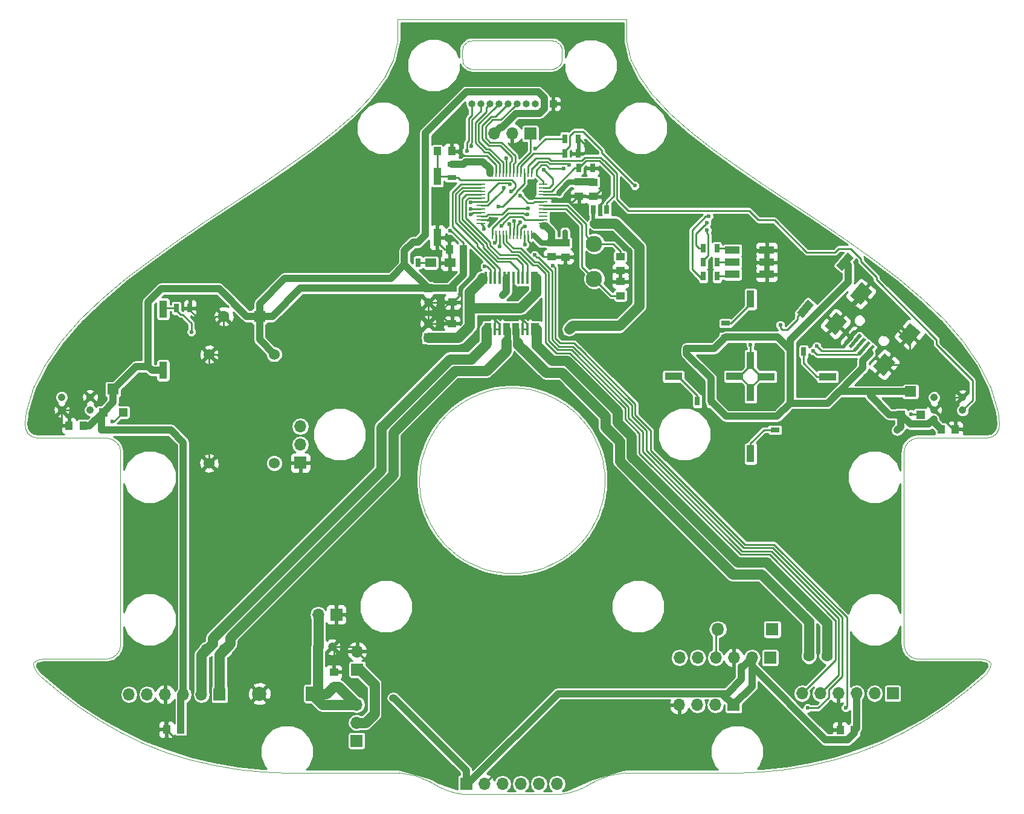
<source format=gtl>
G04 #@! TF.FileFunction,Copper,L1,Top,Signal*
%FSLAX46Y46*%
G04 Gerber Fmt 4.6, Leading zero omitted, Abs format (unit mm)*
G04 Created by KiCad (PCBNEW 4.0.7) date 02/25/18 14:16:29*
%MOMM*%
%LPD*%
G01*
G04 APERTURE LIST*
%ADD10C,0.100000*%
%ADD11R,1.300000X0.250000*%
%ADD12R,0.250000X1.300000*%
%ADD13R,1.200000X1.200000*%
%ADD14R,1.600000X1.500000*%
%ADD15R,2.440000X1.120000*%
%ADD16R,1.120000X2.440000*%
%ADD17R,2.000000X2.000000*%
%ADD18C,2.000000*%
%ADD19R,1.600000X1.600000*%
%ADD20C,1.600000*%
%ADD21C,1.200000*%
%ADD22R,1.800000X1.800000*%
%ADD23O,1.800000X1.800000*%
%ADD24R,1.700000X1.700000*%
%ADD25O,1.700000X1.700000*%
%ADD26R,1.000000X1.000000*%
%ADD27O,1.000000X1.000000*%
%ADD28R,1.500000X1.300000*%
%ADD29C,1.055599*%
%ADD30C,1.524000*%
%ADD31C,2.300000*%
%ADD32R,1.000000X1.250000*%
%ADD33R,1.250000X1.000000*%
%ADD34R,1.300000X0.700000*%
%ADD35R,0.700000X1.300000*%
%ADD36R,0.800000X1.750000*%
%ADD37R,0.750000X1.750000*%
%ADD38R,0.450000X1.750000*%
%ADD39R,2.000000X1.100000*%
%ADD40C,0.600000*%
%ADD41C,0.800000*%
%ADD42C,1.000000*%
%ADD43C,0.250000*%
%ADD44C,1.000000*%
%ADD45C,0.800000*%
%ADD46C,1.400000*%
%ADD47C,0.500000*%
%ADD48C,0.900000*%
%ADD49C,0.254000*%
G04 APERTURE END LIST*
D10*
X55337507Y44112146D02*
X55337507Y44234536D01*
X55525898Y41843304D02*
X55412819Y42651522D01*
X51664431Y103047556D02*
X52284300Y105670699D01*
X55412819Y42651522D02*
X55349274Y43484082D01*
X59209027Y34793445D02*
X58707080Y35317395D01*
X55349274Y43484082D02*
X55337507Y44112146D01*
X13290962Y20281172D02*
X12857417Y19632326D01*
X12208570Y49894278D02*
X12857417Y49460732D01*
X13443203Y21046539D02*
X13290962Y20281172D01*
X2274640Y16612213D02*
X4880860Y14349947D01*
X10524130Y10382675D02*
X13535033Y8696053D01*
X12857417Y49460732D02*
X13290962Y48811886D01*
X23156101Y4915012D02*
X26509704Y4100409D01*
X16653701Y7218170D02*
X19865685Y5955873D01*
X56476027Y38728691D02*
X56165505Y39483396D01*
X56833324Y37994974D02*
X56476027Y38728691D01*
X55689501Y41043782D02*
X55525898Y41843304D01*
X55902985Y40256109D02*
X55689501Y41043782D01*
X56165505Y39483396D02*
X55902985Y40256109D01*
X12857417Y19632326D02*
X12208570Y19198781D01*
X63765186Y56209330D02*
X64537899Y56471850D01*
X46149343Y95447825D02*
X48522250Y97947667D01*
X13443203Y48046520D02*
X13443203Y21046539D01*
X61170533Y33205757D02*
X60503960Y33676590D01*
X59868266Y34188347D02*
X59233597Y34768600D01*
X17783197Y75127250D02*
X21543970Y77806391D01*
X5113893Y63551433D02*
X7775746Y66597371D01*
X48737426Y98239770D02*
X50385513Y100477061D01*
X26509704Y4100409D02*
X29910955Y3515838D01*
X7775746Y66597371D02*
X10824383Y69534288D01*
X2913526Y60384927D02*
X5113893Y63551433D01*
X4880860Y14349947D02*
X7634943Y12270222D01*
X12208570Y19198781D02*
X11443204Y19046540D01*
X11443204Y50046519D02*
X12208570Y49894278D01*
X52284300Y105670699D02*
X52284300Y108670697D01*
X55471660Y45907301D02*
X55614385Y46713819D01*
X68140299Y31055717D02*
X67278481Y31098401D01*
X68262690Y31055717D02*
X68140299Y31055717D01*
X68328313Y31056947D02*
X68262690Y31055717D01*
X1731674Y18894299D02*
X1247485Y18460754D01*
X67278481Y31098401D02*
X66467534Y31189871D01*
X64091397Y31766272D02*
X63328674Y32056543D01*
X40173409Y90490608D02*
X43341496Y92965988D01*
X136179554Y50632305D02*
X135571640Y50198759D01*
X133992887Y19046540D02*
X125213421Y19046540D01*
X136623847Y52046517D02*
X136549040Y51281151D01*
X136623847Y52046517D02*
X136460568Y53644017D01*
X136549040Y51281151D02*
X136179554Y50632305D01*
X135409140Y18460754D02*
X135371740Y17811908D01*
X135371740Y17811908D02*
X134818446Y17046541D01*
X123365663Y48811886D02*
X123213422Y48046520D01*
X77423029Y34768600D02*
X77447599Y34793445D01*
X125832243Y69534288D02*
X122471525Y72373731D01*
X79980703Y49789152D02*
X79597127Y50509480D01*
X116790940Y5955873D02*
X113500524Y4915012D01*
X70531531Y56848938D02*
X69723313Y56962016D01*
X75089696Y55138848D02*
X74379861Y55541511D01*
X80608563Y48283438D02*
X80318292Y49046161D01*
X79597127Y50509480D02*
X79169078Y51204302D01*
X78186488Y52506569D02*
X77606235Y53141239D01*
X79420638Y37285139D02*
X79823301Y37994974D01*
X78485746Y35948217D02*
X78974199Y36601988D01*
X73646144Y55898808D02*
X72891439Y56209330D01*
X73327951Y32056543D02*
X74070942Y32394132D01*
X81276434Y45096354D02*
X81184965Y45907301D01*
X80839553Y47552458D02*
X80608563Y48283438D01*
X71331054Y56685334D02*
X70531531Y56848938D01*
X68890753Y57025561D02*
X67765872Y57025561D01*
X80180598Y38728691D02*
X80491120Y39483396D01*
X76152665Y33676590D02*
X76788359Y34188347D01*
X70992695Y31332079D02*
X71785784Y31524467D01*
X69723313Y56962016D02*
X68890753Y57025561D01*
X74791270Y32777708D02*
X75486092Y33205757D01*
X78974199Y36601988D02*
X79420638Y37285139D01*
X129021682Y12270222D02*
X126132495Y10382675D01*
X103601297Y85513028D02*
X99936839Y88010137D01*
X99936839Y88010137D02*
X96483216Y90490608D01*
X77581391Y53165809D02*
X77057441Y53667755D01*
X115112655Y77806391D02*
X111263907Y80422703D01*
X77606235Y53141239D02*
X77581391Y53165809D01*
X79823301Y37994974D02*
X80180598Y38728691D01*
X136460568Y53644017D02*
X135407279Y57086304D01*
X72118726Y56471850D02*
X71331054Y56685334D01*
X88134375Y97947667D02*
X87919199Y98239770D01*
X135407279Y57086304D02*
X133743099Y60384927D01*
X135571640Y50198759D02*
X134817847Y50046519D01*
X133992887Y19046540D02*
X134924951Y18894299D01*
X122471525Y72373731D02*
X118873428Y75127250D01*
X103312530Y3164009D02*
X99863410Y3046551D01*
X75772847Y54692409D02*
X75089696Y55138848D01*
X79169078Y51204302D02*
X78698246Y51870875D01*
X123121592Y8696053D02*
X120002924Y7218170D01*
X134817847Y50046519D02*
X125213421Y50046519D01*
X80856739Y47483462D02*
X80839553Y47552458D01*
X70189091Y31189871D02*
X70992695Y31332079D01*
X80318292Y49046161D02*
X79980703Y49789152D01*
X93315129Y92965988D02*
X90507282Y95447825D01*
X77949545Y35317395D02*
X78485746Y35948217D01*
X74379861Y55541511D02*
X73646144Y55898808D01*
X134818446Y17046541D02*
X134381985Y16612213D01*
X78698246Y51870875D02*
X78186488Y52506569D01*
X71785784Y31524467D02*
X72565228Y31766272D01*
X81042240Y46713819D02*
X80856739Y47483462D01*
X76426618Y54203956D02*
X75772847Y54692409D01*
X74070942Y32394132D02*
X74791270Y32777708D01*
X81319118Y44234536D02*
X81276434Y45096354D01*
X123365663Y20281172D02*
X123799208Y19632326D01*
X90507282Y95447825D02*
X88134375Y97947667D01*
X80491120Y39483396D02*
X80753640Y40256109D01*
X80967124Y41043782D02*
X81130728Y41843304D01*
X77447599Y34793445D02*
X77949545Y35317395D01*
X81307351Y43484082D02*
X81319118Y44112146D01*
X81130728Y41843304D02*
X81243806Y42651522D01*
X84992194Y103047556D02*
X84372325Y105670699D01*
X80753640Y40256109D02*
X80967124Y41043782D01*
X123213422Y48046520D02*
X123213422Y21046539D01*
X113500524Y4915012D02*
X110146921Y4100409D01*
X123799208Y19632326D02*
X124448055Y19198781D01*
X75486092Y33205757D02*
X76152665Y33676590D01*
X72891439Y56209330D02*
X72118726Y56471850D01*
X120002924Y7218170D02*
X116790940Y5955873D01*
X124448055Y49894278D02*
X123799208Y49460732D01*
X123213422Y21046539D02*
X123365663Y20281172D01*
X123799208Y49460732D02*
X123365663Y48811886D01*
X81243806Y42651522D02*
X81307351Y43484082D01*
X81319118Y44112146D02*
X81319118Y44234536D01*
X76788359Y34188347D02*
X77423029Y34768600D01*
X87919199Y98239770D02*
X86271112Y100477061D01*
X125213421Y50046519D02*
X124448055Y49894278D01*
X68393936Y31055717D02*
X68516326Y31055717D01*
X131542732Y63551433D02*
X128880879Y66597371D01*
X126132495Y10382675D02*
X123121592Y8696053D01*
X118873428Y75127250D02*
X115112655Y77806391D01*
X128880879Y66597371D02*
X125832243Y69534288D01*
X84372325Y105670699D02*
X84372325Y108670697D01*
X124448055Y19198781D02*
X125213421Y19046540D01*
X81184965Y45907301D02*
X81042240Y46713819D01*
X133743099Y60384927D02*
X131542732Y63551433D01*
X134381985Y16612213D02*
X131775766Y14349947D01*
X68328313Y31056947D02*
X68393936Y31055717D01*
X72565228Y31766272D02*
X73327951Y32056543D01*
X68516326Y31055717D02*
X69378144Y31098401D01*
X131775766Y14349947D02*
X129021682Y12270222D01*
X134924951Y18894299D02*
X135409140Y18460754D01*
X69378144Y31098401D02*
X70189091Y31189871D01*
X110146921Y4100409D02*
X106745670Y3515838D01*
X96483216Y90490608D02*
X93315129Y92965988D01*
X79602937Y1677189D02*
G75*
G02X75275511Y46551I-5551025J8174012D01*
G01*
X79602936Y1677189D02*
X79784394Y1788383D01*
X68328313Y46551D02*
X68328313Y46551D01*
X52560764Y3046551D02*
G75*
G02X56872231Y1788383I-953919J-11285182D01*
G01*
X68328313Y46551D02*
X61381115Y46551D01*
X57053689Y1677189D02*
X56872231Y1788383D01*
X68328313Y46551D02*
X68328313Y46551D01*
X52560764Y3046551D02*
X36793216Y3046551D01*
X61381115Y46551D02*
G75*
G02X57053689Y1677189I1223599J9804650D01*
G01*
X74402333Y105625584D02*
X74216537Y105688653D01*
X74741450Y102015204D02*
X74578308Y101906196D01*
X75328308Y103467484D02*
X75277196Y102817005D01*
X62828316Y101705235D02*
X73828309Y101705235D01*
X61767657Y105300425D02*
X61915175Y105429795D01*
X75214127Y104813790D02*
X75127346Y104989765D01*
X33344095Y3164009D02*
X29910955Y3515838D01*
X62254292Y105625584D02*
X62440088Y105688653D01*
X61638287Y105152907D02*
X61767657Y105300425D01*
X61529279Y104989765D02*
X61638287Y105152907D01*
X74888968Y102144574D02*
X74741450Y102015204D01*
X75018338Y102292092D02*
X74888968Y102144574D01*
X61638287Y102292092D02*
X61529279Y102455234D01*
X75127346Y104989765D02*
X75018338Y105152907D01*
X62828316Y101705235D02*
X62440088Y101756346D01*
X75018338Y105152907D02*
X74888968Y105300425D01*
X62828316Y105739764D02*
X73828309Y105739764D01*
X74888968Y105300425D02*
X74741450Y105429795D01*
X75214127Y102631209D02*
X75127346Y102455234D01*
X61915175Y105429795D02*
X62078317Y105538803D01*
X75328308Y104239765D02*
X75277196Y104627994D01*
X61328317Y104239765D02*
X61379429Y104627994D01*
X75277196Y104627994D02*
X75214127Y104813790D01*
X61442498Y102631209D02*
X61379429Y102817005D01*
X61529279Y102455234D02*
X61442498Y102631209D01*
X74578308Y105538803D02*
X74402333Y105625584D01*
X84372325Y108670697D02*
X52284300Y108670697D01*
X62440088Y101756346D02*
X62254292Y101819415D01*
X61767657Y102144574D02*
X61638287Y102292092D01*
X61915175Y102015204D02*
X61767657Y102144574D01*
X74402333Y101819415D02*
X74216537Y101756346D01*
X74578308Y101906196D02*
X74402333Y101819415D01*
X75127346Y102455234D02*
X75018338Y102292092D01*
X79784394Y1788383D02*
G75*
G02X84095861Y3046551I5265386J-10027014D01*
G01*
X99863410Y3046551D02*
X84095861Y3046551D01*
X68328313Y46551D02*
X75275511Y46551D01*
X62254292Y101819415D02*
X62078317Y101906196D01*
X75277196Y102817005D02*
X75214127Y102631209D01*
X76426618Y54203956D02*
X77057441Y53667755D01*
X103312530Y3164009D02*
X106745670Y3515838D01*
X62078317Y105538803D02*
X62254292Y105625584D01*
X61442498Y104813790D02*
X61529279Y104989765D01*
X74216537Y101756346D02*
X73828309Y101705235D01*
X61379429Y104627994D02*
X61442498Y104813790D01*
X74741450Y105429795D02*
X74578308Y105538803D01*
X75328308Y103467484D02*
X75328308Y104239765D01*
X61328317Y103467484D02*
X61379429Y102817005D01*
X62078317Y101906196D02*
X61915175Y102015204D01*
X61328317Y103467484D02*
X61328317Y104239765D01*
X50385513Y100477061D02*
X51664431Y103047556D01*
X60230007Y54203956D02*
X59599184Y53667755D01*
X33055328Y85513028D02*
X25392718Y80422703D01*
X74216537Y105688653D02*
X73828309Y105739764D01*
X86271112Y100477061D02*
X84992194Y103047556D01*
X103601297Y85513028D02*
X111263907Y80422703D01*
X62440088Y105688653D02*
X62828316Y105739764D01*
X107585Y51281151D02*
X477071Y50632305D01*
X32778Y52046517D02*
X196057Y53644017D01*
X477071Y50632305D02*
X1084985Y50198759D01*
X13290962Y48811886D02*
X13443203Y48046520D01*
X55799887Y47483462D02*
X55817072Y47552458D01*
X64870841Y31524467D02*
X64091397Y31766272D01*
X1838778Y50046519D02*
X11443204Y50046519D01*
X63010481Y55898808D02*
X63765186Y56209330D01*
X33055328Y85513028D02*
X36719786Y88010137D01*
X2663738Y19046540D02*
X11443204Y19046540D01*
X55817072Y47552458D02*
X56048062Y48283438D01*
X65663930Y31332079D02*
X64870841Y31524467D01*
X61865355Y32777708D02*
X61170533Y33205757D01*
X1284885Y17811908D02*
X1838179Y17046541D01*
X1249346Y57086304D02*
X2913526Y60384927D01*
X57487547Y51204302D02*
X57958379Y51870875D01*
X66125094Y56848938D02*
X66933312Y56962016D01*
X32778Y52046517D02*
X107585Y51281151D01*
X10824383Y69534288D02*
X14185100Y72373731D01*
X59233597Y34768600D02*
X59209027Y34793445D01*
X1247485Y18460754D02*
X1284885Y17811908D01*
X48522250Y97947667D02*
X48737426Y98239770D01*
X64537899Y56471850D02*
X65325572Y56685334D01*
X58707080Y35317395D02*
X58170879Y35948217D01*
X66933312Y56962016D02*
X67765872Y57025561D01*
X7634943Y12270222D02*
X10524130Y10382675D01*
X14185100Y72373731D02*
X17783197Y75127250D01*
X66467534Y31189871D02*
X65663930Y31332079D01*
X65325572Y56685334D02*
X66125094Y56848938D01*
X56338333Y49046161D02*
X56675922Y49789152D01*
X55337507Y44234536D02*
X55380191Y45096354D01*
X63328674Y32056543D02*
X62585683Y32394132D01*
X58170879Y35948217D02*
X57682426Y36601988D01*
X57682426Y36601988D02*
X57235987Y37285139D01*
X36719786Y88010137D02*
X40173409Y90490608D01*
X59075235Y53165809D02*
X59599184Y53667755D01*
X21543970Y77806391D02*
X25392718Y80422703D01*
X196057Y53644017D02*
X1249346Y57086304D01*
X1084985Y50198759D02*
X1838778Y50046519D01*
X13535033Y8696053D02*
X16653701Y7218170D01*
X19865685Y5955873D02*
X23156101Y4915012D01*
X62585683Y32394132D02*
X61865355Y32777708D01*
X1838179Y17046541D02*
X2274640Y16612213D01*
X56675922Y49789152D02*
X57059498Y50509480D01*
X57059498Y50509480D02*
X57487547Y51204302D01*
X60503960Y33676590D02*
X59868266Y34188347D01*
X59050390Y53141239D02*
X59075235Y53165809D01*
X2663738Y19046540D02*
X1731674Y18894299D01*
X33344095Y3164009D02*
X36793216Y3046551D01*
X57958379Y51870875D02*
X58470137Y52506569D01*
X62276764Y55541511D02*
X63010481Y55898808D01*
X60883778Y54692409D02*
X61566929Y55138848D01*
X57235987Y37285139D02*
X56833324Y37994974D01*
X43341496Y92965988D02*
X46149343Y95447825D01*
X60230007Y54203956D02*
X60883778Y54692409D01*
X61566929Y55138848D02*
X62276764Y55541511D01*
X55614385Y46713819D02*
X55799887Y47483462D01*
X55380191Y45096354D02*
X55471660Y45907301D01*
X56048062Y48283438D02*
X56338333Y49046161D01*
X58470137Y52506569D02*
X59050390Y53141239D01*
D11*
X72655259Y80106885D03*
X72655259Y80606885D03*
X72655259Y81106885D03*
X72655259Y81606885D03*
X72655259Y82106885D03*
X72655259Y82606885D03*
X72655259Y83106885D03*
X72655259Y83606885D03*
X72655259Y84106885D03*
X72655259Y84606885D03*
X72655259Y85106885D03*
X72655259Y85606885D03*
D12*
X71055259Y87206885D03*
X70555259Y87206885D03*
X70055259Y87206885D03*
X69555259Y87206885D03*
X69055259Y87206885D03*
X68555259Y87206885D03*
X68055259Y87206885D03*
X67555259Y87206885D03*
X67055259Y87206885D03*
X66555259Y87206885D03*
X66055259Y87206885D03*
X65555259Y87206885D03*
D11*
X63955259Y85606885D03*
X63955259Y85106885D03*
X63955259Y84606885D03*
X63955259Y84106885D03*
X63955259Y83606885D03*
X63955259Y83106885D03*
X63955259Y82606885D03*
X63955259Y82106885D03*
X63955259Y81606885D03*
X63955259Y81106885D03*
X63955259Y80606885D03*
X63955259Y80106885D03*
D12*
X65555259Y78506885D03*
X66055259Y78506885D03*
X66555259Y78506885D03*
X67055259Y78506885D03*
X67555259Y78506885D03*
X68055259Y78506885D03*
X68555259Y78506885D03*
X69055259Y78506885D03*
X69555259Y78506885D03*
X70055259Y78506885D03*
X70555259Y78506885D03*
X71055259Y78506885D03*
D13*
X122790339Y53281645D03*
X125590339Y53281645D03*
D14*
X124190339Y56521645D03*
D13*
X11010019Y53616925D03*
X13810019Y53616925D03*
D14*
X12410019Y56856925D03*
D15*
X90932179Y58625285D03*
X99542179Y58625285D03*
D16*
X101757059Y69460325D03*
X101757059Y60850325D03*
D15*
X112539059Y58615125D03*
X103929059Y58615125D03*
D16*
X101762139Y47782325D03*
X101762139Y56392325D03*
D17*
X40417737Y14137329D03*
D18*
X32917737Y14137329D03*
D19*
X32933640Y67050920D03*
D20*
X27933640Y67050920D03*
D13*
X41108459Y20708165D03*
D21*
X43108459Y20708165D03*
D13*
X56560299Y64060885D03*
D21*
X56560299Y66060885D03*
D13*
X56606019Y70983405D03*
D21*
X56606019Y68983405D03*
D20*
X109946019Y19433085D03*
X112446019Y19433085D03*
X25536497Y20350169D03*
X28036497Y20350169D03*
D22*
X104778727Y23180619D03*
D23*
X97158727Y23180619D03*
D24*
X104494247Y19182659D03*
D25*
X101954247Y19182659D03*
X99414247Y19182659D03*
X96874247Y19182659D03*
X94334247Y19182659D03*
X91794247Y19182659D03*
D26*
X74080977Y96849889D03*
D27*
X72810977Y96849889D03*
X71540977Y96849889D03*
X70270977Y96849889D03*
X69000977Y96849889D03*
X67730977Y96849889D03*
X66460977Y96849889D03*
X65190977Y96849889D03*
X63920977Y96849889D03*
X62650977Y96849889D03*
D24*
X70885899Y92681605D03*
D25*
X68345899Y92681605D03*
X65805899Y92681605D03*
D24*
X43702819Y25224285D03*
D25*
X41162819Y25224285D03*
D10*
G36*
X118804500Y63092468D02*
X119187522Y62771074D01*
X117709110Y61009172D01*
X117326088Y61330566D01*
X118804500Y63092468D01*
X118804500Y63092468D01*
G37*
G36*
X118191664Y63606698D02*
X118574686Y63285304D01*
X117096274Y61523402D01*
X116713252Y61844796D01*
X118191664Y63606698D01*
X118191664Y63606698D01*
G37*
G36*
X117578829Y64120929D02*
X117961851Y63799535D01*
X116483439Y62037633D01*
X116100417Y62359027D01*
X117578829Y64120929D01*
X117578829Y64120929D01*
G37*
G36*
X116965993Y64635159D02*
X117349015Y64313765D01*
X115870603Y62551863D01*
X115487581Y62873257D01*
X116965993Y64635159D01*
X116965993Y64635159D01*
G37*
G36*
X116353158Y65149389D02*
X116736180Y64827995D01*
X115257768Y63066093D01*
X114874746Y63387487D01*
X116353158Y65149389D01*
X116353158Y65149389D01*
G37*
G36*
X120541750Y61895823D02*
X122073839Y60610248D01*
X120466870Y58695137D01*
X118934781Y59980712D01*
X120541750Y61895823D01*
X120541750Y61895823D01*
G37*
G36*
X124077082Y66109068D02*
X125609171Y64823493D01*
X124002202Y62908382D01*
X122470113Y64193957D01*
X124077082Y66109068D01*
X124077082Y66109068D01*
G37*
G36*
X113723955Y67616633D02*
X115256044Y66331058D01*
X113649075Y64415947D01*
X112116986Y65701522D01*
X113723955Y67616633D01*
X113723955Y67616633D01*
G37*
G36*
X117259287Y71829877D02*
X118791376Y70544302D01*
X117184407Y68629191D01*
X115652318Y69914766D01*
X117259287Y71829877D01*
X117259287Y71829877D01*
G37*
D24*
X46607647Y17546899D03*
D25*
X46607647Y20086899D03*
D24*
X121660499Y14180365D03*
D25*
X119120499Y14180365D03*
X116580499Y14180365D03*
X114040499Y14180365D03*
X111500499Y14180365D03*
X108960499Y14180365D03*
D24*
X27339897Y14035729D03*
D25*
X24799897Y14035729D03*
X22259897Y14035729D03*
X19719897Y14035729D03*
X17179897Y14035729D03*
X14639897Y14035729D03*
D24*
X38648219Y46545045D03*
D25*
X38648219Y49085045D03*
X38648219Y51625045D03*
D28*
X59627339Y74566325D03*
X56927339Y74566325D03*
D29*
X127468459Y55694965D03*
X131468459Y55694965D03*
X131468459Y53894965D03*
X127468459Y53894965D03*
X5208099Y55720365D03*
X9208099Y55720365D03*
X9208099Y53920365D03*
X5208099Y53920365D03*
D16*
X57860779Y86717685D03*
X57860779Y78107685D03*
X19425499Y59471405D03*
X19425499Y68081405D03*
D30*
X35012019Y46468845D03*
X25868019Y46468845D03*
X35012019Y61708845D03*
X25872019Y61708845D03*
D24*
X99359057Y12587929D03*
D25*
X96819057Y12587929D03*
X94279057Y12587929D03*
X91739057Y12587929D03*
D24*
X46547377Y7548569D03*
D25*
X46547377Y10088569D03*
X46547377Y12628569D03*
D10*
G36*
X109074042Y66824369D02*
X108216072Y67544291D01*
X109784474Y69413439D01*
X110642444Y68693517D01*
X109074042Y66824369D01*
X109074042Y66824369D01*
G37*
G36*
X114608444Y73420011D02*
X113750474Y74139933D01*
X115318876Y76009081D01*
X116176846Y75289159D01*
X114608444Y73420011D01*
X114608444Y73420011D01*
G37*
D31*
X79827120Y72318880D03*
X79827120Y77218880D03*
D32*
X61517619Y76466245D03*
X59517619Y76466245D03*
D33*
X75788099Y77364645D03*
X75788099Y75364645D03*
D34*
X59862299Y86494125D03*
X59862299Y88394125D03*
D35*
X21264419Y68216325D03*
X23164419Y68216325D03*
X77713379Y87865765D03*
X79613379Y87865765D03*
X94289419Y55155645D03*
X96189419Y55155645D03*
X75696619Y89902845D03*
X77596619Y89902845D03*
D33*
X83505040Y71947280D03*
X83505040Y69947280D03*
X83494880Y73437240D03*
X83494880Y75437240D03*
D34*
X98262019Y66077685D03*
X98262019Y64177685D03*
D35*
X79704739Y82044085D03*
X81604739Y82044085D03*
X109194219Y62115245D03*
X107294219Y62115245D03*
X77632179Y91975485D03*
X75732179Y91975485D03*
D34*
X105150499Y51137325D03*
X105150499Y53037325D03*
D33*
X79725099Y85858405D03*
X79725099Y83858405D03*
D32*
X59861539Y90207645D03*
X57861539Y90207645D03*
X19903537Y9138609D03*
X21903537Y9138609D03*
X114305419Y9064805D03*
X116305419Y9064805D03*
D33*
X73852619Y77390045D03*
X73852619Y75390045D03*
D32*
X128437979Y51218645D03*
X130437979Y51218645D03*
X8228419Y51731725D03*
X6228419Y51731725D03*
D33*
X43352299Y17176805D03*
X43352299Y15176805D03*
X59918179Y66051485D03*
X59918179Y64051485D03*
X59968979Y69050205D03*
X59968979Y71050205D03*
X77682939Y85893965D03*
X77682939Y83893965D03*
D24*
X61909960Y1518920D03*
D25*
X64449960Y1518920D03*
X66989960Y1518920D03*
X69529960Y1518920D03*
X72069960Y1518920D03*
X74609960Y1518920D03*
D36*
X64828659Y65266565D03*
D37*
X65078659Y65266565D03*
D38*
X65928659Y65266565D03*
X66578659Y65266565D03*
D37*
X67428659Y65266565D03*
X67678659Y65266565D03*
X68728659Y65266565D03*
X68978659Y65266565D03*
D38*
X69828659Y65266565D03*
X70478659Y65266565D03*
D37*
X71328659Y65266565D03*
D36*
X71778659Y65266565D03*
X71578659Y72466565D03*
X71328659Y72466565D03*
D38*
X70478659Y72466565D03*
X69828659Y72466565D03*
X69178659Y72466565D03*
X68528659Y72466565D03*
X67878659Y72466565D03*
X67228659Y72466565D03*
X66578659Y72466565D03*
X65928659Y72466565D03*
X65278659Y72466565D03*
X64628659Y72466565D03*
D35*
X53248099Y74586645D03*
X55148099Y74586645D03*
X97038200Y76575920D03*
X95138200Y76575920D03*
X97043240Y74625200D03*
X95143240Y74625200D03*
D39*
X104015240Y72940440D03*
X104015240Y74640440D03*
X104015240Y76340440D03*
X99215240Y76340440D03*
X99215240Y74640440D03*
X99215240Y72940440D03*
D35*
X97038200Y72689720D03*
X95138200Y72689720D03*
D40*
X79725099Y85858405D03*
X51612800Y13543280D03*
X64378840Y79308960D03*
X59603640Y79090520D03*
D41*
X64230880Y88733000D03*
X122295920Y51089560D03*
D40*
X75732640Y78887320D03*
X92781120Y62555120D03*
X10759440Y51140360D03*
X67025520Y70022720D03*
X94046040Y84140040D03*
X100004880Y79039720D03*
X108244640Y52781200D03*
X70874841Y83658775D03*
X84602320Y84099400D03*
X81661000Y84856320D03*
X112760760Y57231280D03*
X104256840Y56281320D03*
X108823760Y57231280D03*
X118557040Y58298080D03*
X18191480Y35844480D03*
X64155320Y66878200D03*
X76144120Y84038440D03*
X79156560Y90586560D03*
X62671960Y72857360D03*
X59989720Y73009760D03*
X59563000Y92537280D03*
X65312476Y80738219D03*
X59395360Y78206600D03*
X71405650Y76768960D03*
X69336920Y70698360D03*
X124251720Y53355240D03*
X12334240Y52313840D03*
X66413232Y82489651D03*
X69469000Y84018120D03*
X68153280Y84541360D03*
X66832131Y79771589D03*
X23383240Y64866520D03*
X85521800Y85374640D03*
X101732080Y63093600D03*
D42*
X76296520Y65232280D03*
X69504560Y68204080D03*
D40*
X67549385Y89187183D03*
X71587360Y90576400D03*
X67203170Y85096863D03*
X111015893Y62886830D03*
X68035334Y85549868D03*
X110505240Y62245240D03*
X62524640Y83032600D03*
X68651120Y80380990D03*
X67919484Y80010682D03*
X62533192Y81336295D03*
X62615920Y90906600D03*
X62480296Y82154600D03*
X61970920Y90233010D03*
X66573400Y76895810D03*
X65892975Y77353457D03*
X70115649Y77134313D03*
X70139718Y79692020D03*
X64500519Y74081346D03*
X95636080Y80133414D03*
X76362560Y88262844D03*
X95659906Y79154986D03*
X75581787Y87792834D03*
X95895160Y81076800D03*
X72745600Y87619840D03*
X70544254Y82200771D03*
X115082320Y12192000D03*
X74058811Y74195971D03*
X70518789Y81381154D03*
X109738160Y12141200D03*
X71479564Y75657556D03*
X105912920Y65867280D03*
X69469000Y80213200D03*
D43*
X65555259Y87206885D02*
X65259734Y87206885D01*
X65259734Y87206885D02*
X65200249Y87147400D01*
X67878659Y72466565D02*
X67533660Y72466565D01*
X67228659Y72466565D02*
X67878659Y72466565D01*
X72990780Y79751884D02*
X72990780Y79771364D01*
X72990780Y79771364D02*
X72655259Y80106885D01*
X71310779Y78506885D02*
X71055259Y78506885D01*
X118456445Y61851181D02*
X118456444Y61851181D01*
X118456444Y61851181D02*
X118256805Y62050820D01*
D44*
X127417497Y52637165D02*
X127417497Y52239127D01*
X127417497Y52239127D02*
X128437979Y51218645D01*
X61909960Y1518920D02*
X61909960Y3368920D01*
X61909960Y3368920D02*
X51735600Y13543280D01*
X51735600Y13543280D02*
X51612800Y13543280D01*
X114963660Y74714546D02*
X115431862Y74246344D01*
X115431862Y71902888D02*
X107294219Y63765245D01*
X115431862Y74246344D02*
X115431862Y71902888D01*
X107294219Y63765245D02*
X107294219Y62115245D01*
X59968979Y71363547D02*
X59968979Y71050205D01*
X61517619Y76466245D02*
X61517619Y72912187D01*
X61517619Y72912187D02*
X59968979Y71363547D01*
D43*
X64378840Y79308960D02*
X64378840Y79683304D01*
X64378840Y79683304D02*
X63955259Y80106885D01*
X61517619Y76466245D02*
X61517619Y77341245D01*
X61517619Y77341245D02*
X59768344Y79090520D01*
X59768344Y79090520D02*
X59603640Y79090520D01*
D44*
X61851174Y88733000D02*
X64230880Y88733000D01*
X100457000Y17952720D02*
X100724308Y17952720D01*
X100724308Y17952720D02*
X101954247Y19182659D01*
X98470530Y14167930D02*
X100457000Y16154400D01*
X100457000Y16154400D02*
X100457000Y17952720D01*
X97779056Y14167930D02*
X98470530Y14167930D01*
X61909960Y1518920D02*
X62111558Y1518920D01*
X62111558Y1518920D02*
X74760568Y14167930D01*
X74760568Y14167930D02*
X97779056Y14167930D01*
X97779056Y14167930D02*
X99359057Y12587929D01*
X122790339Y53281645D02*
X122790339Y51583979D01*
X122790339Y51583979D02*
X122295920Y51089560D01*
X101954247Y19182659D02*
X101954247Y15183119D01*
X101954247Y15183119D02*
X99359057Y12587929D01*
X101954247Y19182659D02*
X101954247Y17980578D01*
X101954247Y17980578D02*
X112225021Y7709804D01*
X116305419Y8625803D02*
X116305419Y9064805D01*
X112225021Y7709804D02*
X115389420Y7709804D01*
X115389420Y7709804D02*
X116305419Y8625803D01*
X116580499Y14180365D02*
X116580499Y9339885D01*
X116580499Y9339885D02*
X116305419Y9064805D01*
D45*
X73852619Y77390045D02*
X73852619Y78909525D01*
X73852619Y78909525D02*
X72910269Y79851875D01*
X73852619Y77390045D02*
X72427619Y77390045D01*
X72427619Y77390045D02*
X71310779Y78506885D01*
X71310779Y78506885D02*
X71310269Y78506885D01*
X75732640Y78887320D02*
X75732640Y77420104D01*
X75732640Y77420104D02*
X75788099Y77364645D01*
X77682939Y85893965D02*
X76257939Y85893965D01*
X76257939Y85893965D02*
X74879200Y84515226D01*
X74879200Y84515226D02*
X74879200Y84328000D01*
D43*
X74658085Y84106885D02*
X74879200Y84328000D01*
X72655259Y84106885D02*
X74658085Y84106885D01*
D44*
X77682939Y85893965D02*
X79689539Y85893965D01*
X79689539Y85893965D02*
X79725099Y85858405D01*
X122790339Y53281645D02*
X124120340Y51951644D01*
X124120340Y51951644D02*
X126731976Y51951644D01*
X126731976Y51951644D02*
X127417497Y52637165D01*
X118551960Y56521645D02*
X124190339Y56521645D01*
X114164405Y56521645D02*
X118551960Y56521645D01*
X118551960Y56521645D02*
X118551960Y55920024D01*
X121190339Y53281645D02*
X122790339Y53281645D01*
X118551960Y55920024D02*
X121190339Y53281645D01*
X112523805Y54881045D02*
X114164405Y56521645D01*
X112523805Y54881045D02*
X117485160Y59842400D01*
X117485160Y59842400D02*
X117485160Y60879896D01*
X117485160Y60879896D02*
X118456445Y61851181D01*
X107294219Y54881045D02*
X112523805Y54881045D01*
X107294219Y62115245D02*
X107294219Y54881045D01*
X107294219Y54881045D02*
X105450499Y53037325D01*
X105450499Y53037325D02*
X105150499Y53037325D01*
X98262019Y64177685D02*
X105531779Y64177685D01*
X105531779Y64177685D02*
X107294219Y62415245D01*
X107294219Y62415245D02*
X107294219Y62115245D01*
X96189419Y55155645D02*
X98307739Y53037325D01*
X98307739Y53037325D02*
X105150499Y53037325D01*
X92781120Y61808360D02*
X96189419Y58400061D01*
X96189419Y58400061D02*
X96189419Y55155645D01*
X92781120Y62555120D02*
X92781120Y61808360D01*
X92781120Y62555120D02*
X96639454Y62555120D01*
X96639454Y62555120D02*
X98262019Y64177685D01*
X22259897Y14035729D02*
X22259897Y49368103D01*
X22259897Y49368103D02*
X20487640Y51140360D01*
X20487640Y51140360D02*
X10759440Y51140360D01*
X10759440Y51140360D02*
X10759440Y53366346D01*
X10759440Y53366346D02*
X11010019Y53616925D01*
X8228419Y51731725D02*
X9124819Y51731725D01*
X9124819Y51731725D02*
X11010019Y53616925D01*
X12410019Y56856925D02*
X12410019Y55016925D01*
X12410019Y55016925D02*
X11010019Y53616925D01*
X17307560Y60029344D02*
X15632438Y60029344D01*
X15632438Y60029344D02*
X12460019Y56856925D01*
X12460019Y56856925D02*
X12410019Y56856925D01*
X32933640Y67050920D02*
X32933640Y68850920D01*
X32933640Y68850920D02*
X36472720Y72390000D01*
X36472720Y72390000D02*
X51351454Y72390000D01*
X51351454Y72390000D02*
X53248099Y74286645D01*
X53248099Y74286645D02*
X53248099Y74586645D01*
X39669720Y70983405D02*
X56606019Y70983405D01*
X32933640Y67050920D02*
X34733640Y67050920D01*
X34733640Y67050920D02*
X38666125Y70983405D01*
X38666125Y70983405D02*
X39669720Y70983405D01*
X19177052Y70926960D02*
X27257600Y70926960D01*
X27257600Y70926960D02*
X31133640Y67050920D01*
X31133640Y67050920D02*
X32933640Y67050920D01*
X17307560Y60029344D02*
X17307560Y69057468D01*
X17307560Y69057468D02*
X19177052Y70926960D01*
X19425499Y59471405D02*
X17865499Y59471405D01*
X17865499Y59471405D02*
X17307560Y60029344D01*
X53248099Y74586645D02*
X53248099Y76236645D01*
X56164480Y78491080D02*
X56164480Y92740480D01*
X53248099Y76236645D02*
X54466214Y77454760D01*
X54466214Y77454760D02*
X55128160Y77454760D01*
X55128160Y77454760D02*
X56164480Y78491080D01*
X56164480Y92740480D02*
X61930280Y98506280D01*
X61930280Y98506280D02*
X71993760Y98506280D01*
X71993760Y98506280D02*
X72810977Y97689063D01*
X72810977Y97689063D02*
X72810977Y97556995D01*
X72810977Y97556995D02*
X72810977Y96849889D01*
X65805899Y92681605D02*
X66655898Y93531604D01*
X72197594Y95529400D02*
X72810977Y96142783D01*
X72810977Y96142783D02*
X72810977Y96849889D01*
X66655898Y93531604D02*
X66891858Y93531604D01*
X68889654Y95529400D02*
X72197594Y95529400D01*
X66891858Y93531604D02*
X68889654Y95529400D01*
X53248099Y74586645D02*
X53248099Y74341325D01*
X53248099Y74341325D02*
X56606019Y70983405D01*
X67025520Y70022720D02*
X67533660Y70530860D01*
X67533660Y70530860D02*
X67533660Y71007564D01*
X67533660Y71007564D02*
X67533660Y72466565D01*
X56606019Y70983405D02*
X59902179Y70983405D01*
X59902179Y70983405D02*
X59968979Y71050205D01*
X73852619Y77390045D02*
X73852619Y78890045D01*
X73852619Y78890045D02*
X72990780Y79751884D01*
X72990780Y79751884D02*
X72655259Y79751884D01*
X73852619Y77390045D02*
X75762699Y77390045D01*
X75762699Y77390045D02*
X75788099Y77364645D01*
X64230880Y88733000D02*
X65200249Y87763631D01*
X65200249Y87763631D02*
X65200249Y87147400D01*
X65200249Y87147400D02*
X65200249Y87206885D01*
X59862299Y88394125D02*
X61512299Y88394125D01*
X61512299Y88394125D02*
X61851174Y88733000D01*
X21903537Y9138609D02*
X21903537Y13679369D01*
X21903537Y13679369D02*
X22259897Y14035729D01*
X35012019Y61708845D02*
X32933640Y63787224D01*
X32933640Y63787224D02*
X32933640Y67050920D01*
D43*
X104272299Y75269005D02*
X104272299Y74897499D01*
X104272299Y74897499D02*
X104015240Y74640440D01*
X69828659Y65266565D02*
X70478659Y65266565D01*
X65928659Y65266565D02*
X66578659Y65266565D01*
X103743760Y76019005D02*
X103025595Y76019005D01*
X104272299Y76019005D02*
X103743760Y76019005D01*
X101632054Y72628760D02*
X103662480Y72628760D01*
X103662480Y72628760D02*
X104272080Y72628760D01*
X103743760Y76019005D02*
X103743760Y72710040D01*
X103743760Y72710040D02*
X103662480Y72628760D01*
X108244640Y52781200D02*
X108244640Y45984160D01*
X91760040Y64637920D02*
X93641214Y64637920D01*
X108244640Y45984160D02*
X106187240Y43926760D01*
X106187240Y43926760D02*
X93639640Y43926760D01*
X93639640Y43926760D02*
X88666320Y48900080D01*
X88666320Y48900080D02*
X88666320Y61544200D01*
X88666320Y61544200D02*
X91760040Y64637920D01*
X93641214Y64637920D02*
X101632054Y72628760D01*
X104272080Y72628760D02*
X104272299Y72628979D01*
X104272299Y72628979D02*
X104272299Y75269005D01*
X104272299Y75269005D02*
X104272299Y76019005D01*
X77632179Y91975485D02*
X77767635Y91975485D01*
X77767635Y91975485D02*
X79156560Y90586560D01*
X94046040Y84140040D02*
X84642960Y84140040D01*
X84642960Y84140040D02*
X84602320Y84099400D01*
X103025595Y76019005D02*
X100004880Y79039720D01*
X104272299Y76019005D02*
X103989485Y76019005D01*
X103972299Y76019005D02*
X104272299Y76019005D01*
X70926731Y83606885D02*
X70874841Y83658775D01*
X72655259Y83606885D02*
X70926731Y83606885D01*
X70555259Y78506885D02*
X70555259Y77606885D01*
X63955259Y80606885D02*
X65181142Y80606885D01*
X65181142Y80606885D02*
X65312476Y80738219D01*
X66055259Y88071960D02*
X66055259Y88299279D01*
X66055259Y88071960D02*
X66055259Y87206885D01*
X80807560Y84815866D02*
X81620546Y84815866D01*
X81620546Y84815866D02*
X81661000Y84856320D01*
X80213379Y87865765D02*
X80807560Y87271584D01*
X80807560Y87271584D02*
X80807560Y84815866D01*
X80807560Y84815866D02*
X79850099Y83858405D01*
X79850099Y83858405D02*
X79725099Y83858405D01*
X79613379Y87865765D02*
X80213379Y87865765D01*
X111617760Y57231280D02*
X108823760Y57231280D01*
X111617760Y57231280D02*
X112760760Y57231280D01*
X120504310Y60295480D02*
X118557040Y58348210D01*
X118557040Y58348210D02*
X118557040Y58298080D01*
X65617024Y66878200D02*
X69077840Y66878200D01*
X69077840Y66878200D02*
X69342024Y66878200D01*
X69517024Y66878200D02*
X69077840Y66878200D01*
X69342024Y66878200D02*
X69517024Y66878200D01*
X69517024Y66878200D02*
X70478659Y65916565D01*
X69342024Y66878200D02*
X69828659Y66391565D01*
X69828659Y66391565D02*
X69828659Y65266565D01*
X65617024Y66878200D02*
X66578659Y65916565D01*
X66578659Y65916565D02*
X66578659Y65266565D01*
X64155320Y66878200D02*
X65617024Y66878200D01*
X65617024Y66878200D02*
X65928659Y66566565D01*
X65928659Y66566565D02*
X65928659Y66391565D01*
X65928659Y66391565D02*
X65928659Y65266565D01*
X59563000Y92537280D02*
X59563000Y91749880D01*
X59861539Y90207645D02*
X59861539Y91451341D01*
X59861539Y91451341D02*
X59563000Y91749880D01*
X75646280Y83143965D02*
X74995489Y83143965D01*
X76807939Y83143965D02*
X75646280Y83143965D01*
X75646280Y83143965D02*
X75646280Y83540600D01*
X75646280Y83540600D02*
X76144120Y84038440D01*
X127468459Y53894965D02*
X130144779Y51218645D01*
X130144779Y51218645D02*
X130437979Y51218645D01*
X77596619Y89902845D02*
X78472845Y89902845D01*
X78472845Y89902845D02*
X79156560Y90586560D01*
X75788099Y75364645D02*
X75788099Y74145299D01*
X75788099Y74145299D02*
X81467960Y68465438D01*
X81467960Y68465438D02*
X84299798Y68465438D01*
X84369880Y73437240D02*
X83494880Y73437240D01*
X84299798Y68465438D02*
X84947760Y69113400D01*
X84947760Y69113400D02*
X84947760Y72859360D01*
X84947760Y72859360D02*
X84369880Y73437240D01*
X62671960Y72857360D02*
X60948980Y71134380D01*
X60948980Y71134380D02*
X60948980Y69905206D01*
X60948980Y69905206D02*
X60093979Y69050205D01*
X60093979Y69050205D02*
X59968979Y69050205D01*
X59627339Y74566325D02*
X59627339Y73372141D01*
X59627339Y73372141D02*
X59989720Y73009760D01*
X59395360Y78206600D02*
X57959694Y78206600D01*
X57959694Y78206600D02*
X57860779Y78107685D01*
X59395360Y78206600D02*
X59395360Y76588504D01*
X59395360Y76588504D02*
X59517619Y76466245D01*
X63955259Y80606885D02*
X65173845Y80606885D01*
X120333136Y64451864D02*
X120769280Y64451864D01*
X120769280Y64451864D02*
X121462279Y63758865D01*
X121462279Y63758865D02*
X121462279Y61253449D01*
X121462279Y61253449D02*
X120504310Y60295480D01*
X115805463Y64107741D02*
X115805463Y64596671D01*
X115805463Y64596671D02*
X116188961Y64980169D01*
X116188961Y64980169D02*
X119804831Y64980169D01*
X119804831Y64980169D02*
X120333136Y64451864D01*
X117221847Y70229534D02*
X122942656Y64508725D01*
X122942656Y64508725D02*
X124039642Y64508725D01*
X113686515Y66016290D02*
X117221847Y69551622D01*
X117221847Y69551622D02*
X117221847Y70229534D01*
X113686515Y66016290D02*
X115595064Y64107741D01*
X115595064Y64107741D02*
X115805463Y64107741D01*
X124817565Y60295480D02*
X124039642Y61073403D01*
X124039642Y61073403D02*
X124039642Y64508725D01*
X129418080Y55694965D02*
X131468459Y55694965D01*
X124817565Y60295480D02*
X120504310Y60295480D01*
X129268459Y55694965D02*
X129418080Y55694965D01*
X129418080Y55694965D02*
X124817565Y60295480D01*
X127468459Y53894965D02*
X129268459Y55694965D01*
X32917737Y14137329D02*
X33710880Y13344186D01*
X41367312Y8853568D02*
X36876694Y13344186D01*
X36876694Y13344186D02*
X33710880Y13344186D01*
X50072090Y10073640D02*
X50072090Y16622456D01*
X50072090Y10073640D02*
X49286434Y10073640D01*
X49286434Y10073640D02*
X48066362Y8853568D01*
X48066362Y8853568D02*
X41367312Y8853568D01*
X64449960Y1518920D02*
X75518969Y12587929D01*
X75518969Y12587929D02*
X91739057Y12587929D01*
X71405650Y76768960D02*
X72784565Y75390045D01*
X72784565Y75390045D02*
X73852619Y75390045D01*
X70555259Y77606885D02*
X70567725Y77606885D01*
X70567725Y77606885D02*
X71405650Y76768960D01*
X114040499Y14180365D02*
X114040499Y9329725D01*
X114040499Y9329725D02*
X114305419Y9064805D01*
X72598280Y75563864D02*
X72772099Y75390045D01*
X72977619Y75390045D02*
X73852619Y75390045D01*
X72772099Y75390045D02*
X72977619Y75390045D01*
X69336920Y70698360D02*
X68528659Y71506621D01*
X68528659Y71506621D02*
X68528659Y72466565D01*
X73555259Y83606885D02*
X72655259Y83606885D01*
X74995489Y83143965D02*
X74532569Y83606885D01*
X74532569Y83606885D02*
X73555259Y83606885D01*
X77557939Y83893965D02*
X76807939Y83143965D01*
X77682939Y83893965D02*
X77557939Y83893965D01*
X77682939Y83893965D02*
X79689539Y83893965D01*
X79689539Y83893965D02*
X79725099Y83858405D01*
X77632179Y91975485D02*
X77632179Y89938405D01*
X77632179Y89938405D02*
X77596619Y89902845D01*
X60611539Y90207645D02*
X59861539Y90207645D01*
X61231174Y89588010D02*
X60611539Y90207645D01*
X64766528Y89588010D02*
X61231174Y89588010D01*
X66055259Y88299279D02*
X64766528Y89588010D01*
X25872019Y61708845D02*
X25872019Y46472845D01*
X25872019Y46472845D02*
X25868019Y46468845D01*
X5208099Y53920365D02*
X7408099Y53920365D01*
X7408099Y53920365D02*
X9208099Y55720365D01*
X6228419Y51731725D02*
X5478419Y51731725D01*
X5478419Y51731725D02*
X5208099Y52002045D01*
X5208099Y53173945D02*
X5208099Y53920365D01*
X5208099Y52002045D02*
X5208099Y53173945D01*
X26527760Y66685160D02*
X26527760Y66776410D01*
X26527760Y66776410D02*
X26802270Y67050920D01*
X26802270Y67050920D02*
X27933640Y67050920D01*
X24395584Y66685160D02*
X26527760Y66685160D01*
X23164419Y68216325D02*
X23164419Y67916325D01*
X23164419Y67916325D02*
X24395584Y66685160D01*
X59517619Y76466245D02*
X59517619Y74676045D01*
X59517619Y74676045D02*
X59627339Y74566325D01*
X57860779Y78107685D02*
X57860779Y77447685D01*
X57860779Y77447685D02*
X58842219Y76466245D01*
X58842219Y76466245D02*
X59517619Y76466245D01*
X56560299Y66060885D02*
X59549619Y69050205D01*
X59549619Y69050205D02*
X59968979Y69050205D01*
X56606019Y68983405D02*
X59537939Y66051485D01*
X59537939Y66051485D02*
X59918179Y66051485D01*
X56560299Y66060885D02*
X56560299Y68937685D01*
X56560299Y68937685D02*
X56606019Y68983405D01*
X59918179Y66051485D02*
X56569699Y66051485D01*
X56569699Y66051485D02*
X56560299Y66060885D01*
X59968979Y69050205D02*
X59968979Y66102285D01*
X59968979Y66102285D02*
X59918179Y66051485D01*
X56606019Y68983405D02*
X59902179Y68983405D01*
X59902179Y68983405D02*
X59968979Y69050205D01*
X39191195Y70128395D02*
X55461029Y70128395D01*
X55461029Y70128395D02*
X56606019Y68983405D01*
X36967160Y62010824D02*
X36967160Y67904360D01*
X36967160Y67904360D02*
X39191195Y70128395D01*
X25872019Y61708845D02*
X26949649Y61708845D01*
X26949649Y61708845D02*
X28066650Y60591844D01*
X28066650Y60591844D02*
X35548180Y60591844D01*
X35548180Y60591844D02*
X36967160Y62010824D01*
X83494880Y73437240D02*
X83494880Y71957440D01*
X83494880Y71957440D02*
X83505040Y71947280D01*
X73852619Y75390045D02*
X75762699Y75390045D01*
X75762699Y75390045D02*
X75788099Y75364645D01*
X50072090Y16622456D02*
X47457646Y19236900D01*
X47457646Y19236900D02*
X46607647Y20086899D01*
X19903537Y9138609D02*
X19903537Y9013609D01*
X19903537Y9013609D02*
X20758538Y8158608D01*
X26939016Y8158608D02*
X31917738Y13137330D01*
X20758538Y8158608D02*
X26939016Y8158608D01*
X31917738Y13137330D02*
X32917737Y14137329D01*
X19719897Y14035729D02*
X19719897Y9322249D01*
X19719897Y9322249D02*
X19903537Y9138609D01*
X45339579Y20086899D02*
X43352299Y18099619D01*
X43352299Y18099619D02*
X43352299Y17176805D01*
X46607647Y20086899D02*
X45339579Y20086899D01*
X46607647Y20086899D02*
X46607647Y23419457D01*
X46607647Y23419457D02*
X44802819Y25224285D01*
X44802819Y25224285D02*
X43702819Y25224285D01*
X43108459Y20708165D02*
X45986381Y20708165D01*
X45986381Y20708165D02*
X46607647Y20086899D01*
X43702819Y25224285D02*
X43702819Y21302525D01*
X43702819Y21302525D02*
X43108459Y20708165D01*
X43352299Y17176805D02*
X43352299Y20464325D01*
X43352299Y20464325D02*
X43108459Y20708165D01*
X25872019Y61708845D02*
X27933640Y63770466D01*
X27933640Y63770466D02*
X27933640Y67050920D01*
X124251720Y53355240D02*
X125516744Y53355240D01*
X125516744Y53355240D02*
X125590339Y53281645D01*
X70555259Y87206885D02*
X70555259Y88106885D01*
X83015671Y83476249D02*
X83362800Y83129120D01*
X70555259Y88106885D02*
X71663398Y89215024D01*
X109636560Y76017120D02*
X113588800Y76017120D01*
X84602320Y81884520D02*
X101528880Y81884520D01*
X71663398Y89215024D02*
X73469970Y89215024D01*
X73469970Y89215024D02*
X73777148Y88907845D01*
X117226080Y74741987D02*
X119396993Y72571074D01*
X78513696Y89330777D02*
X80756998Y89330777D01*
X73777148Y88907845D02*
X78090764Y88907844D01*
X115788440Y76545440D02*
X117226080Y75107800D01*
X119396993Y72571074D02*
X119396993Y72174887D01*
X78090764Y88907844D02*
X78513696Y89330777D01*
X81179930Y88907844D02*
X81325720Y88907844D01*
X80756998Y89330777D02*
X81179930Y88907844D01*
X83362800Y83129120D02*
X83362800Y83124040D01*
X81325720Y88907844D02*
X81325720Y88762054D01*
X81325720Y88762054D02*
X83015671Y87072103D01*
X83015671Y87072103D02*
X83015671Y83476249D01*
X105095040Y80558640D02*
X109636560Y76017120D01*
X114117120Y76545440D02*
X115788440Y76545440D01*
X83362800Y83124040D02*
X84602320Y81884520D01*
X101528880Y81884520D02*
X102854760Y80558640D01*
X127807720Y63764160D02*
X127807720Y63113920D01*
X102854760Y80558640D02*
X105095040Y80558640D01*
X113588800Y76017120D02*
X114117120Y76545440D01*
X117226080Y75107800D02*
X117226080Y74741987D01*
X119396993Y72174887D02*
X127807720Y63764160D01*
X127807720Y63113920D02*
X132847080Y58074560D01*
X132847080Y58074560D02*
X132847080Y55273586D01*
X132847080Y55273586D02*
X131468459Y53894965D01*
X12334240Y52313840D02*
X12506934Y52313840D01*
X12506934Y52313840D02*
X13810019Y53616925D01*
X66837496Y82489651D02*
X66413232Y82489651D01*
X68956079Y84581721D02*
X68956079Y84417717D01*
X68956079Y84417717D02*
X67028013Y82489651D01*
X70055259Y87206885D02*
X70055259Y85680901D01*
X67028013Y82489651D02*
X66837496Y82489651D01*
X70055259Y85680901D02*
X68956079Y84581721D01*
X70027800Y87179426D02*
X70055259Y87206885D01*
X66223305Y86211884D02*
X68285500Y86211884D01*
X66203623Y86192202D02*
X66223305Y86211884D01*
X60762299Y86494125D02*
X61064222Y86192202D01*
X59862299Y86494125D02*
X60762299Y86494125D01*
X68787624Y85709760D02*
X68787624Y85175704D01*
X61064222Y86192202D02*
X66203623Y86192202D01*
X68285500Y86211884D02*
X68787624Y85709760D01*
X68787624Y85175704D02*
X68153280Y84541360D01*
X69469000Y84018120D02*
X69768999Y83718121D01*
X71322921Y82987039D02*
X71442767Y83106885D01*
X69768999Y83718121D02*
X69779597Y83718121D01*
X69779597Y83718121D02*
X70510679Y82987039D01*
X70510679Y82987039D02*
X71322921Y82987039D01*
X71442767Y83106885D02*
X72655259Y83106885D01*
X57860779Y86717685D02*
X59638739Y86717685D01*
X59638739Y86717685D02*
X59862299Y86494125D01*
X57860779Y86717685D02*
X57860779Y90206885D01*
X57860779Y90206885D02*
X57861539Y90207645D01*
X72655259Y80606885D02*
X71755259Y80606885D01*
X71755259Y80606885D02*
X71722412Y80574038D01*
X71722412Y80574038D02*
X70149998Y80574038D01*
X70149998Y80574038D02*
X70291802Y80574038D01*
X69698045Y81025991D02*
X70149998Y80574038D01*
X68021191Y81025991D02*
X69698045Y81025991D01*
X67132130Y80136930D02*
X68021191Y81025991D01*
X67132130Y80071588D02*
X67132130Y80136930D01*
X66832131Y79771589D02*
X67132130Y80071588D01*
X21264419Y68216325D02*
X19560419Y68216325D01*
X19560419Y68216325D02*
X19425499Y68081405D01*
X23383240Y64866520D02*
X23383240Y66097504D01*
X23383240Y66097504D02*
X22164419Y67316325D01*
X22164419Y67316325D02*
X21864419Y67316325D01*
X21864419Y67316325D02*
X21264419Y67916325D01*
X21264419Y67916325D02*
X21264419Y68216325D01*
X72655259Y80606885D02*
X71828675Y80606885D01*
X77713379Y87865765D02*
X78708380Y88860766D01*
X82545661Y86877419D02*
X82545661Y83885007D01*
X81604739Y82944085D02*
X81604739Y82044085D01*
X82545661Y83885007D02*
X81604739Y82944085D01*
X78708380Y88860766D02*
X80562314Y88860766D01*
X80562314Y88860766D02*
X82545661Y86877419D01*
X77713379Y87865765D02*
X77113379Y87865765D01*
X77113379Y87865765D02*
X73854499Y84606885D01*
X73854499Y84606885D02*
X73555259Y84606885D01*
X73555259Y84606885D02*
X72655259Y84606885D01*
X90932179Y58625285D02*
X91592179Y58625285D01*
X91592179Y58625285D02*
X94289419Y55928045D01*
X94289419Y55928045D02*
X94289419Y55155645D01*
X80890818Y90007440D02*
X80890818Y90337848D01*
X80890818Y90337848D02*
X78258180Y92970486D01*
X76427180Y92391488D02*
X76427180Y90933406D01*
X76427180Y90933406D02*
X75696619Y90202845D01*
X78258180Y92970486D02*
X77006178Y92970486D01*
X77006178Y92970486D02*
X76427180Y92391488D01*
X75696619Y90202845D02*
X75696619Y89902845D01*
X85521800Y85374640D02*
X85221801Y85674639D01*
X85221801Y85674639D02*
X85221801Y85676457D01*
X85221801Y85676457D02*
X80890818Y90007440D01*
X101757059Y60850325D02*
X101757059Y63068621D01*
X101757059Y63068621D02*
X101732080Y63093600D01*
X75696619Y89902845D02*
X71355217Y89902845D01*
X69557790Y87374110D02*
X69557790Y87209416D01*
X71355217Y89902845D02*
X69585258Y88132886D01*
X69585258Y88132886D02*
X69585258Y87401578D01*
X69585258Y87401578D02*
X69557790Y87374110D01*
X69557790Y87209416D02*
X69555259Y87206885D01*
X101757059Y60850325D02*
X101757059Y60190325D01*
X101757059Y60190325D02*
X100192019Y58625285D01*
X100192019Y58625285D02*
X99542179Y58625285D01*
X99542179Y58625285D02*
X100202179Y58625285D01*
X101757059Y60850325D02*
X101757059Y60127125D01*
X101757059Y60127125D02*
X103269059Y58615125D01*
X103269059Y58615125D02*
X103929059Y58615125D01*
X101762139Y56392325D02*
X101762139Y57052325D01*
X103324939Y58615125D02*
X103929059Y58615125D01*
X101762139Y57052325D02*
X103324939Y58615125D01*
X101762139Y57065325D02*
X101762139Y56392325D01*
X100202179Y58625285D02*
X101762139Y57065325D01*
X79827120Y72318880D02*
X78125320Y74020680D01*
X78125320Y74020680D02*
X78125320Y79882331D01*
X78125320Y79882331D02*
X75870776Y82136875D01*
X75870776Y82136875D02*
X75840786Y82106885D01*
X75840786Y82106885D02*
X72655259Y82106885D01*
X79827120Y72318880D02*
X82198720Y69947280D01*
X82198720Y69947280D02*
X83505040Y69947280D01*
X82463240Y77218880D02*
X79827120Y77218880D01*
X78677121Y78368879D02*
X79827120Y77218880D01*
X72655259Y82606885D02*
X76065460Y82606885D01*
X76065460Y82606885D02*
X78677121Y79995224D01*
X78677121Y79995224D02*
X78677121Y78368879D01*
X83494880Y75437240D02*
X83494880Y76187240D01*
X83494880Y76187240D02*
X82463240Y77218880D01*
X101757059Y69460325D02*
X101757059Y68800325D01*
X101757059Y68800325D02*
X99034419Y66077685D01*
X99034419Y66077685D02*
X98262019Y66077685D01*
X64093658Y72231818D02*
X64093658Y72406564D01*
X64093658Y72406564D02*
X64153659Y72466565D01*
X64153659Y72466565D02*
X64628659Y72466565D01*
D46*
X83349719Y65732279D02*
X86126320Y68508880D01*
X86126320Y76779120D02*
X82783680Y80121760D01*
X82783680Y80121760D02*
X79913480Y80121760D01*
X76296520Y65232280D02*
X76796519Y65732279D01*
X76796519Y65732279D02*
X83349719Y65732279D01*
X86126320Y68508880D02*
X86126320Y76779120D01*
D47*
X71618584Y72176640D02*
X71328659Y72466565D01*
X79704739Y82044085D02*
X79704739Y80330501D01*
X79704739Y80330501D02*
X79913480Y80121760D01*
D46*
X69504560Y68204080D02*
X71663660Y70363180D01*
X71663660Y70363180D02*
X71663660Y70823564D01*
X71663660Y70823564D02*
X71663660Y72466565D01*
X62387480Y68204080D02*
X62387480Y70525640D01*
X62387480Y65667784D02*
X62387480Y68204080D01*
X62387480Y68204080D02*
X69504560Y68204080D01*
X62387480Y70525640D02*
X64093658Y72231818D01*
X64093658Y72231818D02*
X64093658Y72466565D01*
X59918179Y64051485D02*
X60771181Y64051485D01*
X60771181Y64051485D02*
X62387480Y65667784D01*
X56560299Y64060885D02*
X59908779Y64060885D01*
X59908779Y64060885D02*
X59918179Y64051485D01*
X40417737Y13958583D02*
X41747751Y12628569D01*
X41747751Y12628569D02*
X46547377Y12628569D01*
X40417737Y14137329D02*
X40417737Y13958583D01*
X43352299Y15176805D02*
X43999141Y15176805D01*
X43999141Y15176805D02*
X46547377Y12628569D01*
X40417737Y14137329D02*
X42312823Y14137329D01*
X42312823Y14137329D02*
X43352299Y15176805D01*
X41108459Y20708165D02*
X41108459Y14828051D01*
X41108459Y14828051D02*
X40417737Y14137329D01*
X41162819Y25224285D02*
X41162819Y20762525D01*
X41162819Y20762525D02*
X41108459Y20708165D01*
D43*
X112539059Y58615125D02*
X111069059Y58615125D01*
X111069059Y58615125D02*
X109194219Y60489965D01*
X109194219Y60489965D02*
X109194219Y61215245D01*
X109194219Y61215245D02*
X109194219Y62115245D01*
X67555259Y89181309D02*
X67549385Y89187183D01*
X67555259Y87206885D02*
X67555259Y89181309D01*
X71587360Y90576400D02*
X72986445Y91975485D01*
X72986445Y91975485D02*
X75732179Y91975485D01*
X101762139Y47782325D02*
X101762139Y49252325D01*
X101762139Y49252325D02*
X103647139Y51137325D01*
X103647139Y51137325D02*
X104250499Y51137325D01*
X104250499Y51137325D02*
X105150499Y51137325D01*
D46*
X69147810Y63084590D02*
X69768720Y62463680D01*
X73085960Y59166760D02*
X75305920Y59166760D01*
X99232720Y30911800D02*
X103270672Y30911800D01*
X69768720Y62463680D02*
X69789040Y62463680D01*
X69789040Y62463680D02*
X73085960Y59166760D01*
X75305920Y59166760D02*
X81427320Y53045360D01*
X81427320Y53045360D02*
X81427320Y51511200D01*
X109925699Y24256773D02*
X109946019Y24256773D01*
X81427320Y51511200D02*
X83423760Y49514760D01*
X83423760Y49514760D02*
X83423760Y46720760D01*
X109946019Y24256773D02*
X109946019Y19433085D01*
X83423760Y46720760D02*
X99232720Y30911800D01*
X103270672Y30911800D02*
X109925699Y24256773D01*
D48*
X69147810Y63084590D02*
X69147810Y63569412D01*
X69147810Y63569412D02*
X68893658Y63823564D01*
X68893658Y63823564D02*
X68893658Y65266565D01*
D46*
X69147810Y63084590D02*
X69147810Y63431564D01*
D43*
X71778659Y65266565D02*
X71328659Y65266565D01*
D46*
X71778659Y65266565D02*
X71778659Y62991565D01*
X71778659Y62991565D02*
X73943454Y60826770D01*
X73943454Y60826770D02*
X75993519Y60826769D01*
X75993519Y60826769D02*
X83087330Y53732958D01*
X83087330Y53732958D02*
X83087330Y52198798D01*
X83087330Y52198798D02*
X85083770Y50202358D01*
X85083770Y50202358D02*
X85083770Y47408358D01*
X85083770Y47408358D02*
X99920318Y32571810D01*
X103978590Y32571810D02*
X110225840Y26324560D01*
X99920318Y32571810D02*
X103978590Y32571810D01*
X71778659Y65266565D02*
X71778659Y64791565D01*
X112446019Y24104381D02*
X112446019Y19433085D01*
X110205520Y26324560D02*
X110225840Y26324560D01*
X110225840Y26324560D02*
X112446019Y24104381D01*
X25536497Y20350169D02*
X26336496Y21150168D01*
X26336496Y21150168D02*
X26336496Y21876904D01*
X26336496Y21876904D02*
X50023910Y45564318D01*
X50023910Y45564318D02*
X50023910Y51487598D01*
X50023910Y51487598D02*
X59606922Y61070610D01*
X59606922Y61070610D02*
X62579370Y61070610D01*
X62579370Y61070610D02*
X64743658Y63234898D01*
X64743658Y63234898D02*
X64743658Y63623564D01*
X64743658Y63623564D02*
X64743658Y65266565D01*
X25536497Y20350169D02*
X24799897Y19613569D01*
X24799897Y19613569D02*
X24799897Y14035729D01*
D48*
X67487800Y63596520D02*
X67643658Y63752378D01*
X67643658Y63752378D02*
X67643658Y63823564D01*
X67643658Y63823564D02*
X67643658Y65266565D01*
D46*
X67487800Y62194440D02*
X67487800Y63596520D01*
X64703960Y59410600D02*
X67487800Y62194440D01*
X60294520Y59410600D02*
X64703960Y59410600D01*
X51683920Y50800000D02*
X60294520Y59410600D01*
X51683920Y44876720D02*
X51683920Y50800000D01*
X28836496Y22029296D02*
X51683920Y44876720D01*
X28036497Y20350169D02*
X28836496Y21150168D01*
X28836496Y21150168D02*
X28836496Y22029296D01*
X27339897Y14035729D02*
X27339897Y19653569D01*
X27339897Y19653569D02*
X28036497Y20350169D01*
D43*
X67111880Y84805520D02*
X67111880Y85005573D01*
X67111880Y85005573D02*
X67203170Y85096863D01*
X66905249Y84598889D02*
X67111880Y84805520D01*
X66903171Y84598889D02*
X66905249Y84598889D01*
X65075944Y82771662D02*
X66111120Y83806838D01*
X66111120Y83806838D02*
X66903171Y84598889D01*
X63955259Y82606885D02*
X64911167Y82606885D01*
X64911167Y82606885D02*
X66111120Y83806838D01*
X64855259Y82606885D02*
X64855259Y82610883D01*
X64855259Y82606885D02*
X63955259Y82606885D01*
X117031134Y63079281D02*
X116144146Y62192293D01*
X111710430Y62192293D02*
X111015893Y62886830D01*
X116144146Y62192293D02*
X111710430Y62192293D01*
X96874247Y19182659D02*
X96874247Y22896139D01*
X96874247Y22896139D02*
X97158727Y23180619D01*
X64746472Y83106885D02*
X64950260Y83310673D01*
X64950260Y84274144D02*
X66417989Y85741873D01*
X64950260Y83310673D02*
X64950260Y84274144D01*
X67843329Y85741873D02*
X68035334Y85549868D01*
X66417989Y85741873D02*
X67843329Y85741873D01*
X63955259Y83106885D02*
X64746472Y83106885D01*
X110505240Y62245240D02*
X111072418Y61678062D01*
X111072418Y61678062D02*
X116756981Y61678062D01*
X116756981Y61678062D02*
X117643969Y62565050D01*
X62598925Y83106885D02*
X62524640Y83032600D01*
X63955259Y83106885D02*
X62598925Y83106885D01*
X68555259Y79406885D02*
X68585248Y79436874D01*
X68555259Y78506885D02*
X68555259Y79406885D01*
X68585248Y79436874D02*
X68585248Y80315118D01*
X68585248Y80315118D02*
X68651120Y80380990D01*
X68055259Y78506885D02*
X68055259Y79874907D01*
X68055259Y79874907D02*
X67919484Y80010682D01*
X68555259Y88432277D02*
X68755212Y88632230D01*
X68755212Y88632230D02*
X68755212Y89580519D01*
X68555259Y87206885D02*
X68555259Y88432277D01*
X64600898Y92103204D02*
X64600898Y93612778D01*
X65600469Y94612349D02*
X66763438Y94612350D01*
X68755212Y89580519D02*
X66867682Y91468049D01*
X66867682Y91468049D02*
X65236053Y91468049D01*
X65236053Y91468049D02*
X64600898Y92103204D01*
X64600898Y93612778D02*
X65600469Y94612349D01*
X68500978Y96349890D02*
X69000977Y96849889D01*
X66763438Y94612350D02*
X68500978Y96349890D01*
X64130887Y93823487D02*
X64130887Y91908520D01*
X67730977Y96849889D02*
X65963448Y95082360D01*
X68285201Y88826914D02*
X68055259Y88596972D01*
X66672998Y90998038D02*
X68285201Y89385835D01*
X68285201Y89385835D02*
X68285201Y88826914D01*
X68055259Y88596972D02*
X68055259Y88106885D01*
X68055259Y88106885D02*
X68055259Y87206885D01*
X65389760Y95082360D02*
X64130887Y93823487D01*
X64130887Y91908520D02*
X65041369Y90998038D01*
X65041369Y90998038D02*
X66672998Y90998038D01*
X65963448Y95082360D02*
X65389760Y95082360D01*
X63634511Y94023423D02*
X65960978Y96349890D01*
X64707046Y90528030D02*
X63634511Y91600565D01*
X67055259Y87206885D02*
X67055259Y88628669D01*
X63634511Y91600565D02*
X63634511Y94023423D01*
X67055259Y88628669D02*
X65155898Y90528030D01*
X65960978Y96349890D02*
X66460977Y96849889D01*
X65155898Y90528030D02*
X64707046Y90528030D01*
X64690978Y95745018D02*
X64690978Y96349890D01*
X63164502Y94218542D02*
X64690978Y95745018D01*
X64491868Y90058020D02*
X63164502Y91385386D01*
X64961213Y90058020D02*
X64491868Y90058020D01*
X66555259Y88463974D02*
X64961213Y90058020D01*
X64690978Y96349890D02*
X65190977Y96849889D01*
X66555259Y87206885D02*
X66555259Y88463974D01*
X63164502Y91385386D02*
X63164502Y94218542D01*
X62615750Y81336295D02*
X62533192Y81336295D01*
X63955259Y81606885D02*
X62886340Y81606885D01*
X62886340Y81606885D02*
X62615750Y81336295D01*
X62615920Y90906600D02*
X62615920Y91330864D01*
X62615920Y91330864D02*
X62694492Y91409436D01*
X63920977Y95838617D02*
X63920977Y96849889D01*
X62694492Y91409436D02*
X62694492Y94612132D01*
X62694492Y94612132D02*
X63920977Y95838617D01*
X63955259Y82106885D02*
X62528011Y82106885D01*
X62528011Y82106885D02*
X62480296Y82154600D01*
X61970920Y90233010D02*
X61970919Y91394717D01*
X61970919Y91394717D02*
X62224482Y91648280D01*
X62224482Y91648280D02*
X62224483Y94806817D01*
X62224483Y94806817D02*
X62650977Y95233311D01*
X62650977Y95233311D02*
X62650977Y95818960D01*
X62650977Y95818960D02*
X62650977Y96849889D01*
X69115247Y88327570D02*
X69115247Y88166873D01*
X70885899Y90098222D02*
X69115247Y88327570D01*
X69115247Y88166873D02*
X69055259Y88106885D01*
X70885899Y92681605D02*
X70885899Y90098222D01*
X69055259Y88106885D02*
X69055259Y87206885D01*
D46*
X49027080Y15453360D02*
X49027080Y11348720D01*
X46547377Y10088569D02*
X47766929Y10088569D01*
X47766929Y10088569D02*
X49027080Y11348720D01*
X46607647Y17546899D02*
X46933541Y17546899D01*
X46933541Y17546899D02*
X49027080Y15453360D01*
D43*
X67555259Y78506885D02*
X67555259Y77549861D01*
X84642350Y52842906D02*
X86638788Y50846468D01*
X67555259Y77549861D02*
X68498501Y76606619D01*
X68498501Y76606619D02*
X69544271Y76606618D01*
X114101030Y16780896D02*
X111500499Y14180365D01*
X69544271Y76606618D02*
X71477244Y74673645D01*
X71477244Y74673645D02*
X72004276Y74673644D01*
X86638788Y50846468D02*
X86638788Y48052468D01*
X72004276Y74673644D02*
X73449290Y73228630D01*
X100564426Y34126830D02*
X104642523Y34126829D01*
X73449290Y73228630D02*
X73449290Y63628644D01*
X73449290Y63628644D02*
X74696146Y62381788D01*
X74696146Y62381788D02*
X76637630Y62381786D01*
X104642523Y34126829D02*
X114101030Y24668322D01*
X76637630Y62381786D02*
X84642350Y54377067D01*
X84642350Y54377067D02*
X84642350Y52842906D01*
X86638788Y48052468D02*
X100564426Y34126830D01*
X114101030Y24668322D02*
X114101030Y16780896D01*
X67055259Y78506885D02*
X67055259Y77368553D01*
X72979280Y73033946D02*
X72979280Y63433960D01*
X67055259Y77368553D02*
X68287202Y76136610D01*
X68287202Y76136610D02*
X69349586Y76136609D01*
X113631020Y18850886D02*
X109810498Y15030364D01*
X76442945Y61911777D02*
X84172340Y54182383D01*
X69349586Y76136609D02*
X71282560Y74203635D01*
X84172340Y52648222D02*
X86168778Y50651784D01*
X74501461Y61911779D02*
X76442945Y61911777D01*
X84172340Y54182383D02*
X84172340Y52648222D01*
X71282560Y74203635D02*
X71809591Y74203635D01*
X104428015Y33656820D02*
X113611197Y24473638D01*
X71809591Y74203635D02*
X72979280Y73033946D01*
X72979280Y63433960D02*
X74501461Y61911779D01*
X86168778Y50651784D02*
X86168778Y47857784D01*
X86168778Y47857784D02*
X100369742Y33656820D01*
X100369742Y33656820D02*
X104428015Y33656820D01*
X113611197Y24473638D02*
X113631020Y24473638D01*
X113631020Y24473638D02*
X113631020Y18850886D01*
X109810498Y15030364D02*
X108960499Y14180365D01*
X66555259Y78506885D02*
X66555259Y76913951D01*
X66555259Y76913951D02*
X66573400Y76895810D01*
X66055259Y77515741D02*
X65892975Y77353457D01*
X66055259Y78506885D02*
X66055259Y77515741D01*
X70055259Y77194703D02*
X70115649Y77134313D01*
X70055259Y78506885D02*
X70055259Y77194703D01*
X55148099Y74586645D02*
X56907019Y74586645D01*
X56907019Y74586645D02*
X56927339Y74566325D01*
X70478659Y73591565D02*
X70478659Y72466565D01*
X63955259Y83606885D02*
X62904959Y83606885D01*
X70478659Y74342842D02*
X70478659Y73591565D01*
X69154901Y75666600D02*
X70478659Y74342842D01*
X66636624Y75666600D02*
X69154901Y75666600D01*
X65247973Y77055251D02*
X66636624Y75666600D01*
X65247973Y77418169D02*
X65247973Y77055251D01*
X61835294Y80830848D02*
X65247973Y77418169D01*
X62250598Y83677602D02*
X61835294Y83262298D01*
X62834242Y83677602D02*
X62250598Y83677602D01*
X62904959Y83606885D02*
X62834242Y83677602D01*
X61835294Y83262298D02*
X61835294Y80830848D01*
X63014531Y84147613D02*
X61927693Y84147613D01*
X69828659Y73591565D02*
X69828659Y72466565D01*
X69828659Y74328147D02*
X69828659Y73591565D01*
X68960217Y75196589D02*
X69828659Y74328147D01*
X64777962Y77223485D02*
X64777962Y76849171D01*
X61365283Y83585203D02*
X61365283Y80636164D01*
X61365283Y80636164D02*
X64777962Y77223485D01*
X61927693Y84147613D02*
X61365283Y83585203D01*
X63055259Y84106885D02*
X63014531Y84147613D01*
X63955259Y84106885D02*
X63055259Y84106885D01*
X66430544Y75196589D02*
X68960217Y75196589D01*
X64777962Y76849171D02*
X66430544Y75196589D01*
X64307951Y76654487D02*
X64307951Y77028801D01*
X64307951Y77028801D02*
X60895272Y80441480D01*
X60895272Y80441480D02*
X60895272Y84029592D01*
X63944520Y84617624D02*
X63955259Y84606885D01*
X66235860Y74726578D02*
X64307951Y76654487D01*
X68043646Y74726578D02*
X66235860Y74726578D01*
X69178659Y72466565D02*
X69178659Y73591565D01*
X69178659Y73591565D02*
X68043646Y74726578D01*
X60895272Y84029592D02*
X61483304Y84617624D01*
X61483304Y84617624D02*
X63944520Y84617624D01*
X66578659Y73591565D02*
X66578659Y72466565D01*
X66578659Y73719084D02*
X66578659Y73591565D01*
X63456492Y77215568D02*
X63456492Y76841251D01*
X63456492Y76841251D02*
X66578659Y73719084D01*
X60425261Y80246799D02*
X60570620Y80101440D01*
X63955259Y85106885D02*
X61307870Y85106884D01*
X61307870Y85106884D02*
X60425261Y84224275D01*
X60425261Y84224275D02*
X60425261Y80246799D01*
X60469453Y80202607D02*
X60570620Y80101440D01*
X60570620Y80101440D02*
X63456492Y77215568D01*
X63449200Y77208276D02*
X63456492Y77215568D01*
X65928659Y73704389D02*
X65928659Y73591565D01*
X61143179Y85606885D02*
X59949080Y84412786D01*
X59949080Y84412786D02*
X59949080Y79683968D01*
X59949080Y79683968D02*
X65928659Y73704389D01*
X63955259Y85606885D02*
X61143179Y85606885D01*
X65928659Y73591565D02*
X65928659Y72466565D01*
X69902424Y79692020D02*
X70139718Y79692020D01*
X69555259Y79344855D02*
X69902424Y79692020D01*
X69555259Y78506885D02*
X69555259Y79344855D01*
X64788878Y74081346D02*
X64500519Y74081346D01*
X65278659Y73591565D02*
X64788878Y74081346D01*
X65278659Y72466565D02*
X65278659Y73591565D01*
X95636080Y80133414D02*
X95336081Y79833415D01*
X95336081Y79833415D02*
X95312175Y79833415D01*
X95312175Y79833415D02*
X94107000Y78628240D01*
X94107000Y78628240D02*
X94107000Y77007120D01*
X94107000Y77007120D02*
X94538200Y76575920D01*
X94538200Y76575920D02*
X95138200Y76575920D01*
X71055259Y87731885D02*
X72068387Y88745013D01*
X73275286Y88745013D02*
X73582463Y88437835D01*
X71055259Y87206885D02*
X71055259Y87731885D01*
X76187570Y88437834D02*
X76362560Y88262844D01*
X72068387Y88745013D02*
X73275286Y88745013D01*
X73582463Y88437835D02*
X76187570Y88437834D01*
X95659906Y79154986D02*
X95659906Y78730722D01*
X95659906Y78730722D02*
X95833201Y78557427D01*
X95833201Y78557427D02*
X95833201Y75615161D01*
X95833201Y75615161D02*
X95143240Y74925200D01*
X95143240Y74925200D02*
X95143240Y74625200D01*
X71755259Y86881885D02*
X71755259Y87568863D01*
X72655259Y85981885D02*
X71755259Y86881885D01*
X72461398Y88275002D02*
X73080602Y88275002D01*
X71755259Y87568863D02*
X72461398Y88275002D01*
X73080602Y88275002D02*
X73562770Y87792834D01*
X73562770Y87792834D02*
X75157523Y87792834D01*
X75157523Y87792834D02*
X75581787Y87792834D01*
X72655259Y85606885D02*
X72655259Y85981885D01*
X94005400Y73228200D02*
X94483839Y72749761D01*
X93568520Y73665080D02*
X94005400Y73228200D01*
X94005400Y73228200D02*
X94005400Y73222520D01*
X94005400Y73222520D02*
X94538200Y72689720D01*
X94538200Y72689720D02*
X95138200Y72689720D01*
X94787720Y72415400D02*
X95168720Y72415400D01*
X94483839Y72719281D02*
X94787720Y72415400D01*
X94483839Y72749761D02*
X94483839Y72719281D01*
X93568520Y79174424D02*
X93568520Y73665080D01*
X95895160Y81076800D02*
X95470896Y81076800D01*
X95470896Y81076800D02*
X93568520Y79174424D01*
X73995280Y85546906D02*
X73995280Y86370160D01*
X73995280Y86370160D02*
X72745600Y87619840D01*
X72655259Y85106885D02*
X73555259Y85106885D01*
X73555259Y85106885D02*
X73995280Y85546906D01*
X64719241Y81106885D02*
X64997154Y81384798D01*
X66927678Y81384798D02*
X67743651Y82200771D01*
X67743651Y82200771D02*
X70119990Y82200771D01*
X70119990Y82200771D02*
X70544254Y82200771D01*
X64997154Y81384798D02*
X66927678Y81384798D01*
X63955259Y81106885D02*
X64719241Y81106885D01*
X105031893Y35066847D02*
X115235500Y24863240D01*
X115235500Y24863240D02*
X115235500Y12345180D01*
X115235500Y12345180D02*
X115082320Y12192000D01*
X87736680Y48283964D02*
X100953796Y35066848D01*
X100953796Y35066848D02*
X105031893Y35066847D01*
X85582370Y54766435D02*
X85582370Y53232274D01*
X85582370Y53232274D02*
X87736680Y51077964D01*
X87736680Y51077964D02*
X87736680Y48283964D01*
X77722177Y62643303D02*
X85582370Y54783110D01*
X85582370Y54783110D02*
X85582370Y54766435D01*
X77705501Y62643303D02*
X77722177Y62643303D01*
X74389310Y64019584D02*
X75087088Y63321806D01*
X75087088Y63321806D02*
X77027000Y63321804D01*
X77027000Y63321804D02*
X77705501Y62643303D01*
X74389310Y73617998D02*
X74389310Y64019584D01*
X74058811Y74195971D02*
X74389310Y73865472D01*
X74389310Y73865472D02*
X74389310Y73617998D01*
X66930470Y80782096D02*
X66989670Y80782096D01*
X67737035Y81529461D02*
X69946218Y81529461D01*
X66989670Y80782096D02*
X67737035Y81529461D01*
X65555259Y78506885D02*
X65555259Y79406885D01*
X70094525Y81381154D02*
X70518789Y81381154D01*
X65555259Y79406885D02*
X66930470Y80782096D01*
X69946218Y81529461D02*
X70094525Y81381154D01*
X71479564Y75657556D02*
X71779563Y75357557D01*
X76832315Y62851795D02*
X85112360Y54571751D01*
X71779563Y75357557D02*
X71985057Y75357557D01*
X85112360Y54571751D02*
X85112360Y53037590D01*
X71985057Y75357557D02*
X73919300Y73423314D01*
X85112360Y53037590D02*
X87136590Y51013360D01*
X73919300Y73423314D02*
X73919300Y63824900D01*
X73919300Y63824900D02*
X74892403Y62851797D01*
X112695500Y13606764D02*
X111229936Y12141200D01*
X74892403Y62851797D02*
X76832315Y62851795D01*
X87136590Y51013360D02*
X87136590Y48219360D01*
X87136590Y48219360D02*
X100759111Y34596839D01*
X100759111Y34596839D02*
X104837208Y34596838D01*
X104837208Y34596838D02*
X114571040Y24863006D01*
X114571040Y24863006D02*
X114571039Y16586211D01*
X114571039Y16586211D02*
X112695500Y14710672D01*
X112695500Y14710672D02*
X112695500Y13606764D01*
X111229936Y12141200D02*
X109738160Y12141200D01*
X108315760Y66598800D02*
X108315760Y67005406D01*
X108315760Y67005406D02*
X109429258Y68118904D01*
X106867960Y65151000D02*
X108315760Y66598800D01*
X106204936Y65151000D02*
X106867960Y65151000D01*
X105912920Y65867280D02*
X105912920Y65443016D01*
X105912920Y65443016D02*
X106204936Y65151000D01*
X69055259Y78506885D02*
X69055259Y79799459D01*
X69055259Y79799459D02*
X69469000Y80213200D01*
X97038200Y76575920D02*
X98979760Y76575920D01*
X98979760Y76575920D02*
X99215240Y76340440D01*
X97043240Y74625200D02*
X99200000Y74625200D01*
X99200000Y74625200D02*
X99215240Y74640440D01*
X97038200Y72689720D02*
X98964520Y72689720D01*
X98964520Y72689720D02*
X99215240Y72940440D01*
D49*
G36*
X122756422Y21046539D02*
X122765203Y21002394D01*
X122765203Y20957383D01*
X122917444Y20192017D01*
X122917444Y20192015D01*
X122985681Y20027276D01*
X123419226Y19378431D01*
X123545313Y19252344D01*
X124194159Y18818799D01*
X124358899Y18750562D01*
X125124264Y18598321D01*
X125169276Y18598321D01*
X125213421Y18589540D01*
X133955811Y18589540D01*
X134719545Y18464794D01*
X134940224Y18267196D01*
X134923178Y17971469D01*
X134469810Y17344328D01*
X134070661Y16947128D01*
X131487948Y14705267D01*
X128758694Y12644292D01*
X125895580Y10773779D01*
X122911829Y9102367D01*
X119821288Y7637812D01*
X116638272Y6386899D01*
X113377541Y5355428D01*
X110054168Y4548168D01*
X106683603Y3968871D01*
X103281419Y3620214D01*
X102704379Y3600563D01*
X103020394Y3916028D01*
X103588991Y5285362D01*
X103590285Y6768054D01*
X103024079Y8138378D01*
X101976572Y9187714D01*
X100607238Y9756311D01*
X99124546Y9757605D01*
X97754222Y9191399D01*
X96704886Y8143892D01*
X96136289Y6774558D01*
X96134995Y5291866D01*
X96701201Y3921542D01*
X97118463Y3503551D01*
X84095861Y3503551D01*
X84076008Y3499602D01*
X84055887Y3501799D01*
X83982396Y3495346D01*
X83938482Y3482531D01*
X83892921Y3478381D01*
X79654944Y2226666D01*
X79601863Y2198792D01*
X79545618Y2178043D01*
X79393352Y2084737D01*
X75924217Y617127D01*
X75381938Y527380D01*
X75498793Y605461D01*
X75771277Y1013261D01*
X75866960Y1494294D01*
X75866960Y1543546D01*
X75771277Y2024579D01*
X75498793Y2432379D01*
X75090993Y2704863D01*
X74609960Y2800546D01*
X74128927Y2704863D01*
X73721127Y2432379D01*
X73448643Y2024579D01*
X73352960Y1543546D01*
X73352960Y1494294D01*
X73448643Y1013261D01*
X73721127Y605461D01*
X73873646Y503551D01*
X72806274Y503551D01*
X72958793Y605461D01*
X73231277Y1013261D01*
X73326960Y1494294D01*
X73326960Y1543546D01*
X73231277Y2024579D01*
X72958793Y2432379D01*
X72550993Y2704863D01*
X72069960Y2800546D01*
X71588927Y2704863D01*
X71181127Y2432379D01*
X70908643Y2024579D01*
X70812960Y1543546D01*
X70812960Y1494294D01*
X70908643Y1013261D01*
X71181127Y605461D01*
X71333646Y503551D01*
X70266274Y503551D01*
X70418793Y605461D01*
X70691277Y1013261D01*
X70786960Y1494294D01*
X70786960Y1543546D01*
X70691277Y2024579D01*
X70418793Y2432379D01*
X70010993Y2704863D01*
X69529960Y2800546D01*
X69048927Y2704863D01*
X68641127Y2432379D01*
X68368643Y2024579D01*
X68272960Y1543546D01*
X68272960Y1494294D01*
X68368643Y1013261D01*
X68641127Y605461D01*
X68793646Y503551D01*
X67726274Y503551D01*
X67878793Y605461D01*
X68151277Y1013261D01*
X68246960Y1494294D01*
X68246960Y1543546D01*
X68151277Y2024579D01*
X67878793Y2432379D01*
X67470993Y2704863D01*
X66989960Y2800546D01*
X66508927Y2704863D01*
X66101127Y2432379D01*
X65828643Y2024579D01*
X65826542Y2014016D01*
X65645143Y2400278D01*
X65216884Y2790565D01*
X64827269Y2951939D01*
X74106367Y12231037D01*
X90297571Y12231037D01*
X90543874Y11706571D01*
X90972133Y11316284D01*
X91382167Y11146453D01*
X91612057Y11267774D01*
X91612057Y12460929D01*
X90418238Y12460929D01*
X90297571Y12231037D01*
X74106367Y12231037D01*
X75136260Y13260930D01*
X90446024Y13260930D01*
X90297571Y12944821D01*
X90418238Y12714929D01*
X91612057Y12714929D01*
X91612057Y12734929D01*
X91866057Y12734929D01*
X91866057Y12714929D01*
X91886057Y12714929D01*
X91886057Y12460929D01*
X91866057Y12460929D01*
X91866057Y11267774D01*
X92095947Y11146453D01*
X92505981Y11316284D01*
X92934240Y11706571D01*
X93115639Y12092833D01*
X93117740Y12082270D01*
X93390224Y11674470D01*
X93798024Y11401986D01*
X94279057Y11306303D01*
X94760090Y11401986D01*
X95167890Y11674470D01*
X95440374Y12082270D01*
X95536057Y12563303D01*
X95536057Y12612555D01*
X95440374Y13093588D01*
X95328559Y13260930D01*
X95769555Y13260930D01*
X95657740Y13093588D01*
X95562057Y12612555D01*
X95562057Y12563303D01*
X95657740Y12082270D01*
X95930224Y11674470D01*
X96338024Y11401986D01*
X96819057Y11306303D01*
X97300090Y11401986D01*
X97707890Y11674470D01*
X97980374Y12082270D01*
X98076057Y12563303D01*
X98076057Y12588237D01*
X98094084Y12570210D01*
X98094084Y11737929D01*
X98122464Y11587104D01*
X98211601Y11448580D01*
X98347609Y11355650D01*
X98509057Y11322956D01*
X100209057Y11322956D01*
X100359882Y11351336D01*
X100498406Y11440473D01*
X100591336Y11576481D01*
X100624030Y11737929D01*
X100624030Y12570210D01*
X102595593Y14541773D01*
X102792206Y14836025D01*
X102861247Y15183119D01*
X102861247Y15790886D01*
X111583675Y7068458D01*
X111877927Y6871845D01*
X112225021Y6802804D01*
X115389420Y6802804D01*
X115736514Y6871845D01*
X116030766Y7068458D01*
X116946765Y7984457D01*
X117020207Y8094371D01*
X117094768Y8142349D01*
X117187698Y8278357D01*
X117220392Y8439805D01*
X117220392Y8697086D01*
X117221845Y8698539D01*
X117418458Y8992791D01*
X117487499Y9339885D01*
X117487499Y13294095D01*
X117741816Y13674706D01*
X117837499Y14155739D01*
X117837499Y14204991D01*
X117863499Y14204991D01*
X117863499Y14155739D01*
X117959182Y13674706D01*
X118231666Y13266906D01*
X118639466Y12994422D01*
X119120499Y12898739D01*
X119601532Y12994422D01*
X120009332Y13266906D01*
X120281816Y13674706D01*
X120377499Y14155739D01*
X120377499Y14204991D01*
X120281816Y14686024D01*
X120051735Y15030365D01*
X120395526Y15030365D01*
X120395526Y13330365D01*
X120423906Y13179540D01*
X120513043Y13041016D01*
X120649051Y12948086D01*
X120810499Y12915392D01*
X122510499Y12915392D01*
X122661324Y12943772D01*
X122799848Y13032909D01*
X122892778Y13168917D01*
X122925472Y13330365D01*
X122925472Y15030365D01*
X122897092Y15181190D01*
X122807955Y15319714D01*
X122671947Y15412644D01*
X122510499Y15445338D01*
X120810499Y15445338D01*
X120659674Y15416958D01*
X120521150Y15327821D01*
X120428220Y15191813D01*
X120395526Y15030365D01*
X120051735Y15030365D01*
X120009332Y15093824D01*
X119601532Y15366308D01*
X119120499Y15461991D01*
X118639466Y15366308D01*
X118231666Y15093824D01*
X117959182Y14686024D01*
X117863499Y14204991D01*
X117837499Y14204991D01*
X117741816Y14686024D01*
X117469332Y15093824D01*
X117061532Y15366308D01*
X116580499Y15461991D01*
X116099466Y15366308D01*
X115767500Y15144495D01*
X115767500Y22880317D01*
X115954401Y22427982D01*
X117001908Y21378646D01*
X118371242Y20810049D01*
X119853934Y20808755D01*
X121224258Y21374961D01*
X122273594Y22422468D01*
X122756422Y23585247D01*
X122756422Y21046539D01*
X122756422Y21046539D01*
G37*
X122756422Y21046539D02*
X122765203Y21002394D01*
X122765203Y20957383D01*
X122917444Y20192017D01*
X122917444Y20192015D01*
X122985681Y20027276D01*
X123419226Y19378431D01*
X123545313Y19252344D01*
X124194159Y18818799D01*
X124358899Y18750562D01*
X125124264Y18598321D01*
X125169276Y18598321D01*
X125213421Y18589540D01*
X133955811Y18589540D01*
X134719545Y18464794D01*
X134940224Y18267196D01*
X134923178Y17971469D01*
X134469810Y17344328D01*
X134070661Y16947128D01*
X131487948Y14705267D01*
X128758694Y12644292D01*
X125895580Y10773779D01*
X122911829Y9102367D01*
X119821288Y7637812D01*
X116638272Y6386899D01*
X113377541Y5355428D01*
X110054168Y4548168D01*
X106683603Y3968871D01*
X103281419Y3620214D01*
X102704379Y3600563D01*
X103020394Y3916028D01*
X103588991Y5285362D01*
X103590285Y6768054D01*
X103024079Y8138378D01*
X101976572Y9187714D01*
X100607238Y9756311D01*
X99124546Y9757605D01*
X97754222Y9191399D01*
X96704886Y8143892D01*
X96136289Y6774558D01*
X96134995Y5291866D01*
X96701201Y3921542D01*
X97118463Y3503551D01*
X84095861Y3503551D01*
X84076008Y3499602D01*
X84055887Y3501799D01*
X83982396Y3495346D01*
X83938482Y3482531D01*
X83892921Y3478381D01*
X79654944Y2226666D01*
X79601863Y2198792D01*
X79545618Y2178043D01*
X79393352Y2084737D01*
X75924217Y617127D01*
X75381938Y527380D01*
X75498793Y605461D01*
X75771277Y1013261D01*
X75866960Y1494294D01*
X75866960Y1543546D01*
X75771277Y2024579D01*
X75498793Y2432379D01*
X75090993Y2704863D01*
X74609960Y2800546D01*
X74128927Y2704863D01*
X73721127Y2432379D01*
X73448643Y2024579D01*
X73352960Y1543546D01*
X73352960Y1494294D01*
X73448643Y1013261D01*
X73721127Y605461D01*
X73873646Y503551D01*
X72806274Y503551D01*
X72958793Y605461D01*
X73231277Y1013261D01*
X73326960Y1494294D01*
X73326960Y1543546D01*
X73231277Y2024579D01*
X72958793Y2432379D01*
X72550993Y2704863D01*
X72069960Y2800546D01*
X71588927Y2704863D01*
X71181127Y2432379D01*
X70908643Y2024579D01*
X70812960Y1543546D01*
X70812960Y1494294D01*
X70908643Y1013261D01*
X71181127Y605461D01*
X71333646Y503551D01*
X70266274Y503551D01*
X70418793Y605461D01*
X70691277Y1013261D01*
X70786960Y1494294D01*
X70786960Y1543546D01*
X70691277Y2024579D01*
X70418793Y2432379D01*
X70010993Y2704863D01*
X69529960Y2800546D01*
X69048927Y2704863D01*
X68641127Y2432379D01*
X68368643Y2024579D01*
X68272960Y1543546D01*
X68272960Y1494294D01*
X68368643Y1013261D01*
X68641127Y605461D01*
X68793646Y503551D01*
X67726274Y503551D01*
X67878793Y605461D01*
X68151277Y1013261D01*
X68246960Y1494294D01*
X68246960Y1543546D01*
X68151277Y2024579D01*
X67878793Y2432379D01*
X67470993Y2704863D01*
X66989960Y2800546D01*
X66508927Y2704863D01*
X66101127Y2432379D01*
X65828643Y2024579D01*
X65826542Y2014016D01*
X65645143Y2400278D01*
X65216884Y2790565D01*
X64827269Y2951939D01*
X74106367Y12231037D01*
X90297571Y12231037D01*
X90543874Y11706571D01*
X90972133Y11316284D01*
X91382167Y11146453D01*
X91612057Y11267774D01*
X91612057Y12460929D01*
X90418238Y12460929D01*
X90297571Y12231037D01*
X74106367Y12231037D01*
X75136260Y13260930D01*
X90446024Y13260930D01*
X90297571Y12944821D01*
X90418238Y12714929D01*
X91612057Y12714929D01*
X91612057Y12734929D01*
X91866057Y12734929D01*
X91866057Y12714929D01*
X91886057Y12714929D01*
X91886057Y12460929D01*
X91866057Y12460929D01*
X91866057Y11267774D01*
X92095947Y11146453D01*
X92505981Y11316284D01*
X92934240Y11706571D01*
X93115639Y12092833D01*
X93117740Y12082270D01*
X93390224Y11674470D01*
X93798024Y11401986D01*
X94279057Y11306303D01*
X94760090Y11401986D01*
X95167890Y11674470D01*
X95440374Y12082270D01*
X95536057Y12563303D01*
X95536057Y12612555D01*
X95440374Y13093588D01*
X95328559Y13260930D01*
X95769555Y13260930D01*
X95657740Y13093588D01*
X95562057Y12612555D01*
X95562057Y12563303D01*
X95657740Y12082270D01*
X95930224Y11674470D01*
X96338024Y11401986D01*
X96819057Y11306303D01*
X97300090Y11401986D01*
X97707890Y11674470D01*
X97980374Y12082270D01*
X98076057Y12563303D01*
X98076057Y12588237D01*
X98094084Y12570210D01*
X98094084Y11737929D01*
X98122464Y11587104D01*
X98211601Y11448580D01*
X98347609Y11355650D01*
X98509057Y11322956D01*
X100209057Y11322956D01*
X100359882Y11351336D01*
X100498406Y11440473D01*
X100591336Y11576481D01*
X100624030Y11737929D01*
X100624030Y12570210D01*
X102595593Y14541773D01*
X102792206Y14836025D01*
X102861247Y15183119D01*
X102861247Y15790886D01*
X111583675Y7068458D01*
X111877927Y6871845D01*
X112225021Y6802804D01*
X115389420Y6802804D01*
X115736514Y6871845D01*
X116030766Y7068458D01*
X116946765Y7984457D01*
X117020207Y8094371D01*
X117094768Y8142349D01*
X117187698Y8278357D01*
X117220392Y8439805D01*
X117220392Y8697086D01*
X117221845Y8698539D01*
X117418458Y8992791D01*
X117487499Y9339885D01*
X117487499Y13294095D01*
X117741816Y13674706D01*
X117837499Y14155739D01*
X117837499Y14204991D01*
X117863499Y14204991D01*
X117863499Y14155739D01*
X117959182Y13674706D01*
X118231666Y13266906D01*
X118639466Y12994422D01*
X119120499Y12898739D01*
X119601532Y12994422D01*
X120009332Y13266906D01*
X120281816Y13674706D01*
X120377499Y14155739D01*
X120377499Y14204991D01*
X120281816Y14686024D01*
X120051735Y15030365D01*
X120395526Y15030365D01*
X120395526Y13330365D01*
X120423906Y13179540D01*
X120513043Y13041016D01*
X120649051Y12948086D01*
X120810499Y12915392D01*
X122510499Y12915392D01*
X122661324Y12943772D01*
X122799848Y13032909D01*
X122892778Y13168917D01*
X122925472Y13330365D01*
X122925472Y15030365D01*
X122897092Y15181190D01*
X122807955Y15319714D01*
X122671947Y15412644D01*
X122510499Y15445338D01*
X120810499Y15445338D01*
X120659674Y15416958D01*
X120521150Y15327821D01*
X120428220Y15191813D01*
X120395526Y15030365D01*
X120051735Y15030365D01*
X120009332Y15093824D01*
X119601532Y15366308D01*
X119120499Y15461991D01*
X118639466Y15366308D01*
X118231666Y15093824D01*
X117959182Y14686024D01*
X117863499Y14204991D01*
X117837499Y14204991D01*
X117741816Y14686024D01*
X117469332Y15093824D01*
X117061532Y15366308D01*
X116580499Y15461991D01*
X116099466Y15366308D01*
X115767500Y15144495D01*
X115767500Y22880317D01*
X115954401Y22427982D01*
X117001908Y21378646D01*
X118371242Y20810049D01*
X119853934Y20808755D01*
X121224258Y21374961D01*
X122273594Y22422468D01*
X122756422Y23585247D01*
X122756422Y21046539D01*
G36*
X64170660Y74710026D02*
X64100559Y74681061D01*
X63901503Y74482352D01*
X63793642Y74222594D01*
X63793396Y73941332D01*
X63900804Y73681386D01*
X64022555Y73559422D01*
X63670027Y73489300D01*
X63310891Y73249332D01*
X63070923Y72890196D01*
X63042225Y72745919D01*
X61604713Y71308407D01*
X61364745Y70949271D01*
X61280480Y70525640D01*
X61280480Y66126318D01*
X61049038Y65894876D01*
X61019429Y65924485D01*
X60045179Y65924485D01*
X60045179Y65904485D01*
X59791179Y65904485D01*
X59791179Y65924485D01*
X58816929Y65924485D01*
X58658179Y65765735D01*
X58658179Y65425176D01*
X58754852Y65191787D01*
X58778754Y65167885D01*
X57236782Y65167885D01*
X57243429Y65198150D01*
X56560299Y65881280D01*
X55877169Y65198150D01*
X55906262Y65065690D01*
X55809474Y65047478D01*
X55670950Y64958341D01*
X55578020Y64822333D01*
X55545326Y64660885D01*
X55545326Y64496133D01*
X55537564Y64484516D01*
X55453299Y64060885D01*
X55537564Y63637254D01*
X55545326Y63625637D01*
X55545326Y63460885D01*
X55573706Y63310060D01*
X55662843Y63171536D01*
X55798851Y63078606D01*
X55960299Y63045912D01*
X56125051Y63045912D01*
X56136668Y63038150D01*
X56560299Y62953885D01*
X59870922Y62953885D01*
X59918179Y62944485D01*
X60771181Y62944485D01*
X61194812Y63028750D01*
X61553948Y63268718D01*
X63170247Y64885017D01*
X63250123Y65004559D01*
X63410215Y65244153D01*
X63494480Y65667784D01*
X63494480Y67097080D01*
X69504560Y67097080D01*
X69928191Y67181345D01*
X70287327Y67421313D01*
X72446428Y69580413D01*
X72447280Y69581688D01*
X72447280Y66450616D01*
X72340107Y66523844D01*
X72178659Y66556538D01*
X71186711Y66556538D01*
X71063358Y66679892D01*
X70829969Y66776565D01*
X70749909Y66776565D01*
X70591159Y66617815D01*
X70591159Y66502090D01*
X70413358Y66679892D01*
X70226812Y66757162D01*
X70207409Y66776565D01*
X70099909Y66776565D01*
X70080506Y66757162D01*
X69893960Y66679892D01*
X69716159Y66502090D01*
X69716159Y66617815D01*
X69557409Y66776565D01*
X69477349Y66776565D01*
X69243960Y66679892D01*
X69120607Y66556538D01*
X68353659Y66556538D01*
X68202834Y66528158D01*
X68200672Y66526767D01*
X68053659Y66556538D01*
X67286711Y66556538D01*
X67163358Y66679892D01*
X66929969Y66776565D01*
X66849909Y66776565D01*
X66691159Y66617815D01*
X66691159Y66502090D01*
X66513358Y66679892D01*
X66326812Y66757162D01*
X66307409Y66776565D01*
X66199909Y66776565D01*
X66180506Y66757162D01*
X65993960Y66679892D01*
X65816159Y66502090D01*
X65816159Y66617815D01*
X65657409Y66776565D01*
X65577349Y66776565D01*
X65343960Y66679892D01*
X65220607Y66556538D01*
X64428659Y66556538D01*
X64277834Y66528158D01*
X64139310Y66439021D01*
X64046380Y66303013D01*
X64013686Y66141565D01*
X64013686Y66084609D01*
X63960891Y66049332D01*
X63720923Y65690196D01*
X63636658Y65266565D01*
X63636658Y63693433D01*
X62120836Y62177610D01*
X59606922Y62177610D01*
X59183292Y62093346D01*
X58824155Y61853378D01*
X49241143Y52270365D01*
X49001175Y51911229D01*
X48916910Y51487598D01*
X48916910Y46022852D01*
X25553729Y22659671D01*
X25313761Y22300535D01*
X25229496Y21876904D01*
X25229496Y21608703D01*
X25094176Y21473382D01*
X24853679Y21374011D01*
X24513848Y21034773D01*
X24413215Y20792421D01*
X24017130Y20396336D01*
X23777162Y20037200D01*
X23692897Y19613569D01*
X23692897Y14622679D01*
X23638580Y14541388D01*
X23542897Y14060355D01*
X23542897Y14011103D01*
X23638580Y13530070D01*
X23911064Y13122270D01*
X24318864Y12849786D01*
X24799897Y12754103D01*
X25280930Y12849786D01*
X25688730Y13122270D01*
X25961214Y13530070D01*
X26056897Y14011103D01*
X26056897Y14060355D01*
X25961214Y14541388D01*
X25906897Y14622679D01*
X25906897Y19155035D01*
X25978817Y19226955D01*
X26219315Y19326327D01*
X26232897Y19339885D01*
X26232897Y15204001D01*
X26200548Y15183185D01*
X26107618Y15047177D01*
X26074924Y14885729D01*
X26074924Y13185729D01*
X26103304Y13034904D01*
X26192441Y12896380D01*
X26328449Y12803450D01*
X26489897Y12770756D01*
X28189897Y12770756D01*
X28340722Y12799136D01*
X28479246Y12888273D01*
X28545197Y12984797D01*
X31944810Y12984797D01*
X32043473Y12717942D01*
X32653198Y12491421D01*
X33303197Y12515473D01*
X33792001Y12717942D01*
X33890664Y12984797D01*
X32917737Y13957724D01*
X31944810Y12984797D01*
X28545197Y12984797D01*
X28572176Y13024281D01*
X28604870Y13185729D01*
X28604870Y14401868D01*
X31271829Y14401868D01*
X31295881Y13751869D01*
X31498350Y13263065D01*
X31765205Y13164402D01*
X32738132Y14137329D01*
X33097342Y14137329D01*
X34070269Y13164402D01*
X34337124Y13263065D01*
X34563645Y13872790D01*
X34539593Y14522789D01*
X34337124Y15011593D01*
X34070269Y15110256D01*
X33097342Y14137329D01*
X32738132Y14137329D01*
X31765205Y15110256D01*
X31498350Y15011593D01*
X31271829Y14401868D01*
X28604870Y14401868D01*
X28604870Y14885729D01*
X28576490Y15036554D01*
X28487353Y15175078D01*
X28446897Y15202720D01*
X28446897Y15289861D01*
X31944810Y15289861D01*
X32917737Y14316934D01*
X33738132Y15137329D01*
X39002764Y15137329D01*
X39002764Y13137329D01*
X39031144Y12986504D01*
X39120281Y12847980D01*
X39256289Y12755050D01*
X39417737Y12722356D01*
X40088430Y12722356D01*
X40964984Y11845802D01*
X41324120Y11605834D01*
X41747751Y11521569D01*
X45960427Y11521569D01*
X46041718Y11467252D01*
X46522751Y11371569D01*
X46572003Y11371569D01*
X47053036Y11467252D01*
X47460836Y11739736D01*
X47733320Y12147536D01*
X47829003Y12628569D01*
X47733320Y13109602D01*
X47460836Y13517402D01*
X47053036Y13789886D01*
X46926406Y13815074D01*
X44781908Y15959572D01*
X44422772Y16199540D01*
X44402160Y16203640D01*
X44515626Y16317107D01*
X44612299Y16550496D01*
X44612299Y16891055D01*
X44453549Y17049805D01*
X43479299Y17049805D01*
X43479299Y17029805D01*
X43225299Y17029805D01*
X43225299Y17049805D01*
X43205299Y17049805D01*
X43205299Y17303805D01*
X43225299Y17303805D01*
X43225299Y18153055D01*
X43479299Y18153055D01*
X43479299Y17303805D01*
X44453549Y17303805D01*
X44612299Y17462555D01*
X44612299Y17803114D01*
X44515626Y18036503D01*
X44336998Y18215132D01*
X44103609Y18311805D01*
X43638049Y18311805D01*
X43479299Y18153055D01*
X43225299Y18153055D01*
X43066549Y18311805D01*
X42600989Y18311805D01*
X42367600Y18215132D01*
X42215459Y18062990D01*
X42215459Y19845430D01*
X42425329Y19845430D01*
X42474842Y19620001D01*
X42939495Y19460358D01*
X43429872Y19490683D01*
X43742076Y19620001D01*
X43766238Y19730009D01*
X45166171Y19730009D01*
X45336002Y19319975D01*
X45726289Y18891716D01*
X45896305Y18811872D01*
X45757647Y18811872D01*
X45606822Y18783492D01*
X45468298Y18694355D01*
X45375368Y18558347D01*
X45342674Y18396899D01*
X45342674Y16696899D01*
X45371054Y16546074D01*
X45460191Y16407550D01*
X45596199Y16314620D01*
X45757647Y16281926D01*
X46632980Y16281926D01*
X47920080Y14994826D01*
X47920080Y11807254D01*
X47308395Y11195569D01*
X47134327Y11195569D01*
X47053036Y11249886D01*
X46572003Y11345569D01*
X46522751Y11345569D01*
X46041718Y11249886D01*
X45633918Y10977402D01*
X45361434Y10569602D01*
X45265751Y10088569D01*
X45361434Y9607536D01*
X45633918Y9199736D01*
X46041718Y8927252D01*
X46522751Y8831569D01*
X46572003Y8831569D01*
X47053036Y8927252D01*
X47134327Y8981569D01*
X47766929Y8981569D01*
X48190560Y9065834D01*
X48549696Y9305802D01*
X49809847Y10565953D01*
X49836618Y10606019D01*
X50049815Y10925089D01*
X50134080Y11348720D01*
X50134080Y15453360D01*
X50049815Y15876991D01*
X49809847Y16236127D01*
X47872620Y18173354D01*
X47872620Y18396899D01*
X47844240Y18547724D01*
X47755103Y18686248D01*
X47619095Y18779178D01*
X47457647Y18811872D01*
X47318989Y18811872D01*
X47489005Y18891716D01*
X47776593Y19207285D01*
X90537247Y19207285D01*
X90537247Y19158033D01*
X90632930Y18677000D01*
X90905414Y18269200D01*
X91313214Y17996716D01*
X91794247Y17901033D01*
X92275280Y17996716D01*
X92683080Y18269200D01*
X92955564Y18677000D01*
X93051247Y19158033D01*
X93051247Y19207285D01*
X93077247Y19207285D01*
X93077247Y19158033D01*
X93172930Y18677000D01*
X93445414Y18269200D01*
X93853214Y17996716D01*
X94334247Y17901033D01*
X94815280Y17996716D01*
X95223080Y18269200D01*
X95495564Y18677000D01*
X95591247Y19158033D01*
X95591247Y19207285D01*
X95617247Y19207285D01*
X95617247Y19158033D01*
X95712930Y18677000D01*
X95985414Y18269200D01*
X96393214Y17996716D01*
X96874247Y17901033D01*
X97355280Y17996716D01*
X97763080Y18269200D01*
X98035564Y18677000D01*
X98037665Y18687563D01*
X98219064Y18301301D01*
X98647323Y17911014D01*
X99057357Y17741183D01*
X99287247Y17862504D01*
X99287247Y19055659D01*
X99267247Y19055659D01*
X99267247Y19309659D01*
X99287247Y19309659D01*
X99287247Y20502814D01*
X99057357Y20624135D01*
X98647323Y20454304D01*
X98219064Y20064017D01*
X98037665Y19677755D01*
X98035564Y19688318D01*
X97763080Y20096118D01*
X97406247Y20334547D01*
X97406247Y21917760D01*
X97684500Y21973108D01*
X98108522Y22256430D01*
X98391844Y22680452D01*
X98491333Y23180619D01*
X98391844Y23680786D01*
X98124685Y24080619D01*
X103463754Y24080619D01*
X103463754Y22280619D01*
X103492134Y22129794D01*
X103581271Y21991270D01*
X103717279Y21898340D01*
X103878727Y21865646D01*
X105678727Y21865646D01*
X105829552Y21894026D01*
X105968076Y21983163D01*
X106061006Y22119171D01*
X106093700Y22280619D01*
X106093700Y24080619D01*
X106065320Y24231444D01*
X105976183Y24369968D01*
X105840175Y24462898D01*
X105678727Y24495592D01*
X103878727Y24495592D01*
X103727902Y24467212D01*
X103589378Y24378075D01*
X103496448Y24242067D01*
X103463754Y24080619D01*
X98124685Y24080619D01*
X98108522Y24104808D01*
X97684500Y24388130D01*
X97184333Y24487619D01*
X97133121Y24487619D01*
X96632954Y24388130D01*
X96208932Y24104808D01*
X95925610Y23680786D01*
X95826121Y23180619D01*
X95925610Y22680452D01*
X96208932Y22256430D01*
X96342247Y22167352D01*
X96342247Y20334547D01*
X95985414Y20096118D01*
X95712930Y19688318D01*
X95617247Y19207285D01*
X95591247Y19207285D01*
X95495564Y19688318D01*
X95223080Y20096118D01*
X94815280Y20368602D01*
X94334247Y20464285D01*
X93853214Y20368602D01*
X93445414Y20096118D01*
X93172930Y19688318D01*
X93077247Y19207285D01*
X93051247Y19207285D01*
X92955564Y19688318D01*
X92683080Y20096118D01*
X92275280Y20368602D01*
X91794247Y20464285D01*
X91313214Y20368602D01*
X90905414Y20096118D01*
X90632930Y19688318D01*
X90537247Y19207285D01*
X47776593Y19207285D01*
X47879292Y19319975D01*
X48049123Y19730009D01*
X47927802Y19959899D01*
X46734647Y19959899D01*
X46734647Y19939899D01*
X46480647Y19939899D01*
X46480647Y19959899D01*
X45287492Y19959899D01*
X45166171Y19730009D01*
X43766238Y19730009D01*
X43791589Y19845430D01*
X43108459Y20528560D01*
X42425329Y19845430D01*
X42215459Y19845430D01*
X42215459Y20031682D01*
X42245724Y20025035D01*
X42928854Y20708165D01*
X43288064Y20708165D01*
X43971194Y20025035D01*
X44196623Y20074548D01*
X44323484Y20443789D01*
X45166171Y20443789D01*
X45287492Y20213899D01*
X46480647Y20213899D01*
X46480647Y21407718D01*
X46734647Y21407718D01*
X46734647Y20213899D01*
X47927802Y20213899D01*
X48049123Y20443789D01*
X47879292Y20853823D01*
X47489005Y21282082D01*
X46964539Y21528385D01*
X46734647Y21407718D01*
X46480647Y21407718D01*
X46250755Y21528385D01*
X45726289Y21282082D01*
X45336002Y20853823D01*
X45166171Y20443789D01*
X44323484Y20443789D01*
X44356266Y20539201D01*
X44325941Y21029578D01*
X44196623Y21341782D01*
X43971194Y21391295D01*
X43288064Y20708165D01*
X42928854Y20708165D01*
X42914712Y20722307D01*
X43094317Y20901912D01*
X43108459Y20887770D01*
X43791589Y21570900D01*
X43742076Y21796329D01*
X43277423Y21955972D01*
X42787046Y21925647D01*
X42474842Y21796329D01*
X42425330Y21570902D01*
X42309637Y21686595D01*
X42269819Y21646777D01*
X42269819Y24122437D01*
X42314492Y24014587D01*
X42493120Y23835958D01*
X42726509Y23739285D01*
X43417069Y23739285D01*
X43575819Y23898035D01*
X43575819Y25097285D01*
X43829819Y25097285D01*
X43829819Y23898035D01*
X43988569Y23739285D01*
X44679129Y23739285D01*
X44912518Y23835958D01*
X45091146Y24014587D01*
X45187819Y24247976D01*
X45187819Y24938535D01*
X45029069Y25097285D01*
X43829819Y25097285D01*
X43575819Y25097285D01*
X43555819Y25097285D01*
X43555819Y25351285D01*
X43575819Y25351285D01*
X43575819Y26550535D01*
X43829819Y26550535D01*
X43829819Y25351285D01*
X45029069Y25351285D01*
X45187819Y25510035D01*
X45187819Y25627106D01*
X46914875Y25627106D01*
X47481081Y24256782D01*
X48528588Y23207446D01*
X49897922Y22638849D01*
X51380614Y22637555D01*
X52750938Y23203761D01*
X53800274Y24251268D01*
X54368871Y25620602D01*
X54368881Y25632186D01*
X82266595Y25632186D01*
X82832801Y24261862D01*
X83880308Y23212526D01*
X85249642Y22643929D01*
X86732334Y22642635D01*
X88102658Y23208841D01*
X89151994Y24256348D01*
X89720591Y25625682D01*
X89721885Y27108374D01*
X89155679Y28478698D01*
X88108172Y29528034D01*
X86738838Y30096631D01*
X85256146Y30097925D01*
X83885822Y29531719D01*
X82836486Y28484212D01*
X82267889Y27114878D01*
X82266595Y25632186D01*
X54368881Y25632186D01*
X54370165Y27103294D01*
X53803959Y28473618D01*
X52756452Y29522954D01*
X51387118Y30091551D01*
X49904426Y30092845D01*
X48534102Y29526639D01*
X47484766Y28479132D01*
X46916169Y27109798D01*
X46914875Y25627106D01*
X45187819Y25627106D01*
X45187819Y26200594D01*
X45091146Y26433983D01*
X44912518Y26612612D01*
X44679129Y26709285D01*
X43988569Y26709285D01*
X43829819Y26550535D01*
X43575819Y26550535D01*
X43417069Y26709285D01*
X42726509Y26709285D01*
X42493120Y26612612D01*
X42314492Y26433983D01*
X42217819Y26200594D01*
X42217819Y25889058D01*
X42051652Y26137744D01*
X41643852Y26410228D01*
X41162819Y26505911D01*
X40681786Y26410228D01*
X40273986Y26137744D01*
X40001502Y25729944D01*
X39905819Y25248911D01*
X39905819Y25199659D01*
X40001502Y24718626D01*
X40055819Y24637335D01*
X40055819Y20981453D01*
X40001459Y20708165D01*
X40001459Y15552302D01*
X39417737Y15552302D01*
X39266912Y15523922D01*
X39128388Y15434785D01*
X39035458Y15298777D01*
X39002764Y15137329D01*
X33738132Y15137329D01*
X33890664Y15289861D01*
X33792001Y15556716D01*
X33182276Y15783237D01*
X32532277Y15759185D01*
X32043473Y15556716D01*
X31944810Y15289861D01*
X28446897Y15289861D01*
X28446897Y19195035D01*
X28478817Y19226955D01*
X28719315Y19326327D01*
X29059146Y19665565D01*
X29159778Y19907916D01*
X29619263Y20367400D01*
X29859231Y20726537D01*
X29875842Y20810049D01*
X29943496Y21150168D01*
X29943496Y21570762D01*
X52466687Y44093953D01*
X52484563Y44120706D01*
X52560622Y44234536D01*
X54880507Y44234536D01*
X54880507Y44112146D01*
X54881357Y44107874D01*
X54880587Y44103585D01*
X54892354Y43475522D01*
X54895195Y43462518D01*
X54893599Y43449303D01*
X54957144Y42616742D01*
X54961061Y42602727D01*
X54960227Y42588199D01*
X55073306Y41779981D01*
X55078095Y41766240D01*
X55078175Y41751688D01*
X55241778Y40952166D01*
X55247422Y40938750D01*
X55248415Y40924234D01*
X55461899Y40136561D01*
X55468372Y40123530D01*
X55470275Y40109101D01*
X55732795Y39336388D01*
X55740075Y39323786D01*
X55742880Y39309508D01*
X56053402Y38554803D01*
X56061457Y38542685D01*
X56065154Y38528609D01*
X56422451Y37794892D01*
X56431254Y37783301D01*
X56435826Y37769488D01*
X56838488Y37059653D01*
X56848000Y37048639D01*
X56853431Y37035139D01*
X57299870Y36351988D01*
X57310056Y36341592D01*
X57316323Y36328461D01*
X57804776Y35674690D01*
X57815591Y35664957D01*
X57822673Y35652241D01*
X58358874Y35021419D01*
X58369672Y35012865D01*
X58377077Y35001251D01*
X58879025Y34477300D01*
X58882052Y34475182D01*
X58884086Y34472101D01*
X58908656Y34447256D01*
X58918321Y34440720D01*
X58925232Y34431317D01*
X59559901Y33851064D01*
X59572349Y33843530D01*
X59581688Y33832366D01*
X60217383Y33320609D01*
X60230281Y33313870D01*
X60240300Y33303318D01*
X60906872Y32832485D01*
X60920169Y32826569D01*
X60930831Y32816666D01*
X61625653Y32388617D01*
X61639294Y32383548D01*
X61650557Y32374334D01*
X62370885Y31990758D01*
X62384816Y31986556D01*
X62396637Y31978066D01*
X63139628Y31640477D01*
X63153797Y31637157D01*
X63166126Y31629428D01*
X63928849Y31339157D01*
X63943198Y31336734D01*
X63955989Y31329793D01*
X64735433Y31087988D01*
X64749905Y31086471D01*
X64763106Y31080347D01*
X65556195Y30887959D01*
X65570736Y30887353D01*
X65584295Y30882071D01*
X66387900Y30739863D01*
X66402448Y30740171D01*
X66416312Y30735751D01*
X67227259Y30644281D01*
X67241757Y30645502D01*
X67255874Y30641960D01*
X68117692Y30599277D01*
X68129043Y30600956D01*
X68140299Y30598717D01*
X68262690Y30598717D01*
X68266964Y30599567D01*
X68271254Y30598797D01*
X68328313Y30599866D01*
X68385372Y30598797D01*
X68389662Y30599567D01*
X68393936Y30598717D01*
X68516326Y30598717D01*
X68527580Y30600956D01*
X68538933Y30599276D01*
X69400750Y30641960D01*
X69414867Y30645502D01*
X69429366Y30644281D01*
X70240313Y30735751D01*
X70254177Y30740171D01*
X70268726Y30739863D01*
X71072330Y30882071D01*
X71085888Y30887353D01*
X71100430Y30887959D01*
X71893519Y31080347D01*
X71906720Y31086471D01*
X71921192Y31087988D01*
X72700636Y31329793D01*
X72713427Y31336734D01*
X72727776Y31339157D01*
X73490499Y31629428D01*
X73502828Y31637158D01*
X73516997Y31640477D01*
X74259987Y31978066D01*
X74271808Y31986555D01*
X74285740Y31990758D01*
X75006068Y32374334D01*
X75017331Y32383548D01*
X75030972Y32388617D01*
X75725794Y32816666D01*
X75736457Y32826570D01*
X75749752Y32832485D01*
X76416325Y33303318D01*
X76426343Y33313869D01*
X76439243Y33320609D01*
X77074937Y33832367D01*
X77084273Y33843527D01*
X77096724Y33851063D01*
X77731394Y34431317D01*
X77738305Y34440720D01*
X77747970Y34447256D01*
X77772540Y34472100D01*
X77774576Y34475184D01*
X77777602Y34477301D01*
X78279548Y35001251D01*
X78286953Y35012865D01*
X78297751Y35021419D01*
X78833952Y35652241D01*
X78841034Y35664957D01*
X78851849Y35674690D01*
X79340302Y36328461D01*
X79346569Y36341592D01*
X79356755Y36351988D01*
X79803194Y37035139D01*
X79808626Y37048641D01*
X79818136Y37059653D01*
X80220799Y37769488D01*
X80225371Y37783301D01*
X80234174Y37794892D01*
X80591470Y38528609D01*
X80595166Y38542683D01*
X80603223Y38554803D01*
X80913745Y39309507D01*
X80916550Y39323787D01*
X80923830Y39336388D01*
X81186350Y40109102D01*
X81188253Y40123530D01*
X81194726Y40136561D01*
X81408210Y40924234D01*
X81409203Y40938750D01*
X81414847Y40952166D01*
X81578450Y41751687D01*
X81578530Y41766238D01*
X81583320Y41779982D01*
X81696398Y42588200D01*
X81695564Y42602728D01*
X81699481Y42616743D01*
X81763026Y43449303D01*
X81761430Y43462518D01*
X81764271Y43475521D01*
X81776038Y44103585D01*
X81775268Y44107874D01*
X81776118Y44112146D01*
X81776118Y44234536D01*
X81773879Y44245792D01*
X81775558Y44257143D01*
X81732875Y45118961D01*
X81729333Y45133078D01*
X81730554Y45147576D01*
X81639085Y45958523D01*
X81634664Y45972387D01*
X81634973Y45986937D01*
X81492248Y46793454D01*
X81487089Y46806697D01*
X81486518Y46820900D01*
X81301017Y47590543D01*
X81300274Y47592152D01*
X81300189Y47593920D01*
X81283003Y47662916D01*
X81276885Y47675895D01*
X81275314Y47690159D01*
X81044324Y48421139D01*
X81037899Y48432832D01*
X81035678Y48445986D01*
X80745407Y49208709D01*
X80737678Y49221038D01*
X80734358Y49235207D01*
X80396769Y49978198D01*
X80388279Y49990019D01*
X80384077Y50003950D01*
X80000501Y50724278D01*
X79991287Y50735541D01*
X79986218Y50749182D01*
X79558169Y51444004D01*
X79548267Y51454665D01*
X79542351Y51467962D01*
X79071519Y52134535D01*
X79060964Y52144556D01*
X79054226Y52157453D01*
X78542468Y52793147D01*
X78531307Y52802484D01*
X78523772Y52814933D01*
X77943519Y53449604D01*
X77934118Y53456513D01*
X77927586Y53466173D01*
X77902742Y53490744D01*
X77899655Y53492782D01*
X77897535Y53495812D01*
X77373585Y53997758D01*
X77361971Y54005163D01*
X77353417Y54015961D01*
X76722594Y54552162D01*
X76709878Y54559244D01*
X76700145Y54570059D01*
X76046374Y55058512D01*
X76033243Y55064779D01*
X76022847Y55074965D01*
X75339696Y55521404D01*
X75326196Y55526835D01*
X75315182Y55536347D01*
X74605347Y55939009D01*
X74591534Y55943581D01*
X74579943Y55952384D01*
X73846226Y56309681D01*
X73832150Y56313378D01*
X73820032Y56321433D01*
X73065327Y56631955D01*
X73051049Y56634760D01*
X73038447Y56642040D01*
X72265734Y56904560D01*
X72251306Y56906463D01*
X72238275Y56912936D01*
X71450602Y57126420D01*
X71436086Y57127413D01*
X71422670Y57133057D01*
X70623147Y57296661D01*
X70608594Y57296741D01*
X70594853Y57301530D01*
X69786635Y57414608D01*
X69772108Y57413774D01*
X69758093Y57417691D01*
X68925532Y57481236D01*
X68908036Y57479123D01*
X68890753Y57482561D01*
X67765872Y57482561D01*
X67748589Y57479123D01*
X67731093Y57481236D01*
X66898533Y57417691D01*
X66884518Y57413774D01*
X66869990Y57414608D01*
X66061772Y57301530D01*
X66048028Y57296740D01*
X66033477Y57296660D01*
X65233956Y57133057D01*
X65220540Y57127413D01*
X65206024Y57126420D01*
X64418351Y56912936D01*
X64405320Y56906463D01*
X64390892Y56904560D01*
X63618178Y56642040D01*
X63605577Y56634760D01*
X63591297Y56631955D01*
X62836593Y56321433D01*
X62824473Y56313376D01*
X62810399Y56309680D01*
X62076682Y55952384D01*
X62065091Y55943581D01*
X62051278Y55939009D01*
X61341443Y55536346D01*
X61330431Y55526836D01*
X61316929Y55521404D01*
X60633778Y55074965D01*
X60623382Y55064779D01*
X60610251Y55058512D01*
X59956480Y54570059D01*
X59946746Y54559243D01*
X59934032Y54552162D01*
X59303208Y54015961D01*
X59294654Y54005163D01*
X59283040Y53997758D01*
X58759091Y53495812D01*
X58756974Y53492786D01*
X58753890Y53490750D01*
X58729046Y53466180D01*
X58722510Y53456515D01*
X58713107Y53449604D01*
X58132853Y52814934D01*
X58125318Y52802484D01*
X58114156Y52793147D01*
X57602399Y52157453D01*
X57595660Y52144555D01*
X57585107Y52134535D01*
X57114274Y51467962D01*
X57108358Y51454665D01*
X57098456Y51444004D01*
X56670407Y50749182D01*
X56665338Y50735541D01*
X56656124Y50724278D01*
X56272548Y50003950D01*
X56268345Y49990018D01*
X56259856Y49978197D01*
X55922267Y49235207D01*
X55918948Y49221038D01*
X55911218Y49208709D01*
X55620947Y48445986D01*
X55618725Y48432830D01*
X55612301Y48421138D01*
X55381311Y47690159D01*
X55379739Y47675893D01*
X55373620Y47662910D01*
X55356435Y47593914D01*
X55356351Y47592149D01*
X55355609Y47590544D01*
X55170107Y46820900D01*
X55169536Y46806697D01*
X55164377Y46793454D01*
X55021652Y45986936D01*
X55021961Y45972386D01*
X55017540Y45958522D01*
X54926071Y45147576D01*
X54927292Y45133077D01*
X54923750Y45118960D01*
X54881066Y44257143D01*
X54882746Y44245790D01*
X54880507Y44234536D01*
X52560622Y44234536D01*
X52706655Y44453089D01*
X52790920Y44876720D01*
X52790920Y50341466D01*
X60753054Y58303600D01*
X64703960Y58303600D01*
X65127591Y58387865D01*
X65486727Y58627833D01*
X68270567Y61411673D01*
X68510535Y61770809D01*
X68574497Y62092369D01*
X68985953Y61680913D01*
X69047191Y61639995D01*
X72303193Y58383993D01*
X72662329Y58144025D01*
X73085960Y58059760D01*
X74847386Y58059760D01*
X80320320Y52586826D01*
X80320320Y51511200D01*
X80404585Y51087569D01*
X80644553Y50728433D01*
X82316760Y49056225D01*
X82316760Y46720760D01*
X82401025Y46297129D01*
X82640993Y45937993D01*
X98449953Y30129033D01*
X98809089Y29889065D01*
X99232720Y29804800D01*
X102812138Y29804800D01*
X108839019Y23777918D01*
X108839019Y19914548D01*
X108739229Y19674226D01*
X108738809Y19194051D01*
X108922177Y18750267D01*
X109261415Y18410436D01*
X109704878Y18226295D01*
X110185053Y18225875D01*
X110628837Y18409243D01*
X110968668Y18748481D01*
X111152809Y19191944D01*
X111153229Y19672119D01*
X111053019Y19914645D01*
X111053019Y23931847D01*
X111339019Y23645847D01*
X111339019Y19914548D01*
X111239229Y19674226D01*
X111238809Y19194051D01*
X111422177Y18750267D01*
X111761415Y18410436D01*
X112204878Y18226295D01*
X112254024Y18226252D01*
X109401953Y15374181D01*
X108960499Y15461991D01*
X108479466Y15366308D01*
X108071666Y15093824D01*
X107799182Y14686024D01*
X107703499Y14204991D01*
X107703499Y14155739D01*
X107799182Y13674706D01*
X108071666Y13266906D01*
X108479466Y12994422D01*
X108960499Y12898739D01*
X109441532Y12994422D01*
X109849332Y13266906D01*
X110121816Y13674706D01*
X110217499Y14155739D01*
X110217499Y14204991D01*
X110137860Y14605364D01*
X110582157Y15049661D01*
X110339182Y14686024D01*
X110243499Y14204991D01*
X110243499Y14155739D01*
X110339182Y13674706D01*
X110611666Y13266906D01*
X111019466Y12994422D01*
X111279143Y12942769D01*
X111009574Y12673200D01*
X110206065Y12673200D01*
X110139166Y12740216D01*
X109879408Y12848077D01*
X109598146Y12848323D01*
X109338200Y12740915D01*
X109139144Y12542206D01*
X109031283Y12282448D01*
X109031199Y12186318D01*
X102885232Y18332285D01*
X103115564Y18677000D01*
X103211247Y19158033D01*
X103211247Y19207285D01*
X103115564Y19688318D01*
X102885483Y20032659D01*
X103229274Y20032659D01*
X103229274Y18332659D01*
X103257654Y18181834D01*
X103346791Y18043310D01*
X103482799Y17950380D01*
X103644247Y17917686D01*
X105344247Y17917686D01*
X105495072Y17946066D01*
X105633596Y18035203D01*
X105726526Y18171211D01*
X105759220Y18332659D01*
X105759220Y20032659D01*
X105730840Y20183484D01*
X105641703Y20322008D01*
X105505695Y20414938D01*
X105344247Y20447632D01*
X103644247Y20447632D01*
X103493422Y20419252D01*
X103354898Y20330115D01*
X103261968Y20194107D01*
X103229274Y20032659D01*
X102885483Y20032659D01*
X102843080Y20096118D01*
X102435280Y20368602D01*
X101954247Y20464285D01*
X101473214Y20368602D01*
X101065414Y20096118D01*
X100792930Y19688318D01*
X100790829Y19677755D01*
X100609430Y20064017D01*
X100181171Y20454304D01*
X99771137Y20624135D01*
X99541247Y20502814D01*
X99541247Y19309659D01*
X99561247Y19309659D01*
X99561247Y19055659D01*
X99541247Y19055659D01*
X99541247Y17862504D01*
X99550000Y17857885D01*
X99550000Y16530092D01*
X98094838Y15074930D01*
X74760568Y15074930D01*
X74413474Y15005889D01*
X74119222Y14809276D01*
X62794049Y3484103D01*
X62747919Y3716014D01*
X62551306Y4010266D01*
X52376946Y14184626D01*
X52082694Y14381239D01*
X51735600Y14450280D01*
X51612800Y14450280D01*
X51265706Y14381239D01*
X50971454Y14184626D01*
X50774841Y13890374D01*
X50705800Y13543280D01*
X50774841Y13196186D01*
X50971454Y12901934D01*
X51265706Y12705321D01*
X51297115Y12699073D01*
X61002960Y2993228D01*
X61002960Y2773168D01*
X60909135Y2755513D01*
X60770611Y2666376D01*
X60677681Y2530368D01*
X60644987Y2368920D01*
X60644987Y772430D01*
X57917618Y1677782D01*
X57295166Y2065181D01*
X57293653Y2065751D01*
X57292465Y2066849D01*
X57111007Y2178043D01*
X57095919Y2183609D01*
X57083379Y2193680D01*
X57017950Y2227766D01*
X56974037Y2240581D01*
X56933395Y2261586D01*
X52687356Y3485668D01*
X52623556Y3491061D01*
X52560764Y3503551D01*
X39528846Y3503551D01*
X39936954Y3910948D01*
X40505551Y5280282D01*
X40506845Y6762974D01*
X39940639Y8133298D01*
X39675831Y8398569D01*
X45282404Y8398569D01*
X45282404Y6698569D01*
X45310784Y6547744D01*
X45399921Y6409220D01*
X45535929Y6316290D01*
X45697377Y6283596D01*
X47397377Y6283596D01*
X47548202Y6311976D01*
X47686726Y6401113D01*
X47779656Y6537121D01*
X47812350Y6698569D01*
X47812350Y8398569D01*
X47783970Y8549394D01*
X47694833Y8687918D01*
X47558825Y8780848D01*
X47397377Y8813542D01*
X45697377Y8813542D01*
X45546552Y8785162D01*
X45408028Y8696025D01*
X45315098Y8560017D01*
X45282404Y8398569D01*
X39675831Y8398569D01*
X38893132Y9182634D01*
X37523798Y9751231D01*
X36041106Y9752525D01*
X34670782Y9186319D01*
X33621446Y8138812D01*
X33052849Y6769478D01*
X33051555Y5286786D01*
X33617761Y3916462D01*
X33932436Y3601238D01*
X33375207Y3620214D01*
X29973022Y3968871D01*
X26602459Y4548167D01*
X23279087Y5355427D01*
X20018353Y6386899D01*
X16835343Y7637809D01*
X14271313Y8852859D01*
X18768537Y8852859D01*
X18768537Y8387299D01*
X18865210Y8153910D01*
X19043839Y7975282D01*
X19277228Y7878609D01*
X19617787Y7878609D01*
X19776537Y8037359D01*
X19776537Y9011609D01*
X18927287Y9011609D01*
X18768537Y8852859D01*
X14271313Y8852859D01*
X13744807Y9102361D01*
X12338884Y9889919D01*
X18768537Y9889919D01*
X18768537Y9424359D01*
X18927287Y9265609D01*
X19776537Y9265609D01*
X19776537Y10239859D01*
X19617787Y10398609D01*
X19277228Y10398609D01*
X19043839Y10301936D01*
X18865210Y10123308D01*
X18768537Y9889919D01*
X12338884Y9889919D01*
X10761045Y10773779D01*
X7897931Y12644292D01*
X6022705Y14060355D01*
X13382897Y14060355D01*
X13382897Y14011103D01*
X13478580Y13530070D01*
X13751064Y13122270D01*
X14158864Y12849786D01*
X14639897Y12754103D01*
X15120930Y12849786D01*
X15528730Y13122270D01*
X15801214Y13530070D01*
X15896897Y14011103D01*
X15896897Y14060355D01*
X15922897Y14060355D01*
X15922897Y14011103D01*
X16018580Y13530070D01*
X16291064Y13122270D01*
X16698864Y12849786D01*
X17179897Y12754103D01*
X17660930Y12849786D01*
X18068730Y13122270D01*
X18341214Y13530070D01*
X18343315Y13540633D01*
X18524714Y13154371D01*
X18952973Y12764084D01*
X19363007Y12594253D01*
X19592897Y12715574D01*
X19592897Y13908729D01*
X19572897Y13908729D01*
X19572897Y14162729D01*
X19592897Y14162729D01*
X19592897Y15355884D01*
X19363007Y15477205D01*
X18952973Y15307374D01*
X18524714Y14917087D01*
X18343315Y14530825D01*
X18341214Y14541388D01*
X18068730Y14949188D01*
X17660930Y15221672D01*
X17179897Y15317355D01*
X16698864Y15221672D01*
X16291064Y14949188D01*
X16018580Y14541388D01*
X15922897Y14060355D01*
X15896897Y14060355D01*
X15801214Y14541388D01*
X15528730Y14949188D01*
X15120930Y15221672D01*
X14639897Y15317355D01*
X14158864Y15221672D01*
X13751064Y14949188D01*
X13478580Y14541388D01*
X13382897Y14060355D01*
X6022705Y14060355D01*
X5168678Y14705267D01*
X2585964Y16947129D01*
X2186817Y17344325D01*
X1733447Y17971468D01*
X1716401Y18267196D01*
X1937080Y18464794D01*
X2700814Y18589540D01*
X11443204Y18589540D01*
X11487349Y18598321D01*
X11532360Y18598321D01*
X12297726Y18750562D01*
X12462465Y18818799D01*
X13111312Y19252344D01*
X13168627Y19309659D01*
X13237399Y19378430D01*
X13670943Y20027276D01*
X13670944Y20027277D01*
X13739181Y20192016D01*
X13891422Y20957382D01*
X13891422Y21002394D01*
X13900203Y21046539D01*
X13900203Y23544600D01*
X14359481Y22433062D01*
X15406988Y21383726D01*
X16776322Y20815129D01*
X18259014Y20813835D01*
X19629338Y21380041D01*
X20678674Y22427548D01*
X21247271Y23796882D01*
X21248565Y25279574D01*
X20682359Y26649898D01*
X19634852Y27699234D01*
X18265518Y28267831D01*
X16782826Y28269125D01*
X15412502Y27702919D01*
X14363166Y26655412D01*
X13900203Y25540473D01*
X13900203Y43556855D01*
X14364561Y42433022D01*
X15412068Y41383686D01*
X16781402Y40815089D01*
X18264094Y40813795D01*
X19634418Y41380001D01*
X20683754Y42427508D01*
X21252351Y43796842D01*
X21253645Y45279534D01*
X20687439Y46649858D01*
X19639932Y47699194D01*
X18270598Y48267791D01*
X16787906Y48269085D01*
X15417582Y47702879D01*
X14368246Y46655372D01*
X13900203Y45528199D01*
X13900203Y48046520D01*
X13891422Y48090665D01*
X13891422Y48135677D01*
X13739181Y48901042D01*
X13670944Y49065781D01*
X13670943Y49065782D01*
X13237399Y49714628D01*
X13111313Y49840713D01*
X12523677Y50233360D01*
X20111948Y50233360D01*
X21352897Y48992411D01*
X21352897Y14921999D01*
X21098580Y14541388D01*
X21096479Y14530825D01*
X20915080Y14917087D01*
X20486821Y15307374D01*
X20076787Y15477205D01*
X19846897Y15355884D01*
X19846897Y14162729D01*
X19866897Y14162729D01*
X19866897Y13908729D01*
X19846897Y13908729D01*
X19846897Y12715574D01*
X20076787Y12594253D01*
X20486821Y12764084D01*
X20915080Y13154371D01*
X20996537Y13327822D01*
X20996537Y9991316D01*
X20941864Y10123308D01*
X20763235Y10301936D01*
X20529846Y10398609D01*
X20189287Y10398609D01*
X20030537Y10239859D01*
X20030537Y9265609D01*
X20050537Y9265609D01*
X20050537Y9011609D01*
X20030537Y9011609D01*
X20030537Y8037359D01*
X20189287Y7878609D01*
X20529846Y7878609D01*
X20763235Y7975282D01*
X20941864Y8153910D01*
X21023903Y8351969D01*
X21106081Y8224260D01*
X21242089Y8131330D01*
X21403537Y8098636D01*
X22403537Y8098636D01*
X22554362Y8127016D01*
X22692886Y8216153D01*
X22785816Y8352161D01*
X22818510Y8513609D01*
X22818510Y9763609D01*
X22810537Y9805981D01*
X22810537Y12896296D01*
X23148730Y13122270D01*
X23421214Y13530070D01*
X23516897Y14011103D01*
X23516897Y14060355D01*
X23421214Y14541388D01*
X23166897Y14921999D01*
X23166897Y45488632D01*
X25067411Y45488632D01*
X25136876Y45246448D01*
X25660321Y45059701D01*
X26215387Y45087483D01*
X26599162Y45246448D01*
X26668627Y45488632D01*
X25868019Y46289240D01*
X25067411Y45488632D01*
X23166897Y45488632D01*
X23166897Y46676543D01*
X24458875Y46676543D01*
X24486657Y46121477D01*
X24645622Y45737702D01*
X24887806Y45668237D01*
X25688414Y46468845D01*
X26047624Y46468845D01*
X26848232Y45668237D01*
X27090416Y45737702D01*
X27268668Y46237337D01*
X33842817Y46237337D01*
X34020411Y45807525D01*
X34348969Y45478393D01*
X34778470Y45300048D01*
X35243527Y45299643D01*
X35673339Y45477237D01*
X36002471Y45805795D01*
X36180816Y46235296D01*
X36180836Y46259295D01*
X37163219Y46259295D01*
X37163219Y45568735D01*
X37259892Y45335346D01*
X37438521Y45156718D01*
X37671910Y45060045D01*
X38362469Y45060045D01*
X38521219Y45218795D01*
X38521219Y46418045D01*
X38775219Y46418045D01*
X38775219Y45218795D01*
X38933969Y45060045D01*
X39624528Y45060045D01*
X39857917Y45156718D01*
X40036546Y45335346D01*
X40133219Y45568735D01*
X40133219Y46259295D01*
X39974469Y46418045D01*
X38775219Y46418045D01*
X38521219Y46418045D01*
X37321969Y46418045D01*
X37163219Y46259295D01*
X36180836Y46259295D01*
X36181221Y46700353D01*
X36003627Y47130165D01*
X35675069Y47459297D01*
X35525618Y47521355D01*
X37163219Y47521355D01*
X37163219Y46830795D01*
X37321969Y46672045D01*
X38521219Y46672045D01*
X38521219Y46692045D01*
X38775219Y46692045D01*
X38775219Y46672045D01*
X39974469Y46672045D01*
X40133219Y46830795D01*
X40133219Y47521355D01*
X40036546Y47754744D01*
X39857917Y47933372D01*
X39624528Y48030045D01*
X39312992Y48030045D01*
X39561678Y48196212D01*
X39834162Y48604012D01*
X39929845Y49085045D01*
X39834162Y49566078D01*
X39703127Y49762186D01*
X40453115Y49762186D01*
X41019321Y48391862D01*
X42066828Y47342526D01*
X43436162Y46773929D01*
X44918854Y46772635D01*
X46289178Y47338841D01*
X47338514Y48386348D01*
X47907111Y49755682D01*
X47908405Y51238374D01*
X47342199Y52608698D01*
X46294692Y53658034D01*
X44925358Y54226631D01*
X43442666Y54227925D01*
X42072342Y53661719D01*
X41023006Y52614212D01*
X40454409Y51244878D01*
X40453115Y49762186D01*
X39703127Y49762186D01*
X39561678Y49973878D01*
X39153878Y50246362D01*
X38672845Y50342045D01*
X38623593Y50342045D01*
X38142560Y50246362D01*
X37734760Y49973878D01*
X37462276Y49566078D01*
X37366593Y49085045D01*
X37462276Y48604012D01*
X37734760Y48196212D01*
X37983446Y48030045D01*
X37671910Y48030045D01*
X37438521Y47933372D01*
X37259892Y47754744D01*
X37163219Y47521355D01*
X35525618Y47521355D01*
X35245568Y47637642D01*
X34780511Y47638047D01*
X34350699Y47460453D01*
X34021567Y47131895D01*
X33843222Y46702394D01*
X33842817Y46237337D01*
X27268668Y46237337D01*
X27277163Y46261147D01*
X27249381Y46816213D01*
X27090416Y47199988D01*
X26848232Y47269453D01*
X26047624Y46468845D01*
X25688414Y46468845D01*
X24887806Y47269453D01*
X24645622Y47199988D01*
X24458875Y46676543D01*
X23166897Y46676543D01*
X23166897Y47449058D01*
X25067411Y47449058D01*
X25868019Y46648450D01*
X26668627Y47449058D01*
X26599162Y47691242D01*
X26075717Y47877989D01*
X25520651Y47850207D01*
X25136876Y47691242D01*
X25067411Y47449058D01*
X23166897Y47449058D01*
X23166897Y49368103D01*
X23097856Y49715197D01*
X22901243Y50009449D01*
X21285647Y51625045D01*
X37366593Y51625045D01*
X37462276Y51144012D01*
X37734760Y50736212D01*
X38142560Y50463728D01*
X38623593Y50368045D01*
X38672845Y50368045D01*
X39153878Y50463728D01*
X39561678Y50736212D01*
X39834162Y51144012D01*
X39929845Y51625045D01*
X39834162Y52106078D01*
X39561678Y52513878D01*
X39153878Y52786362D01*
X38672845Y52882045D01*
X38623593Y52882045D01*
X38142560Y52786362D01*
X37734760Y52513878D01*
X37462276Y52106078D01*
X37366593Y51625045D01*
X21285647Y51625045D01*
X21128986Y51781706D01*
X20834734Y51978319D01*
X20487640Y52047360D01*
X12992816Y52047360D01*
X13547407Y52601952D01*
X14410019Y52601952D01*
X14560844Y52630332D01*
X14699368Y52719469D01*
X14792298Y52855477D01*
X14824992Y53016925D01*
X14824992Y54216925D01*
X14796612Y54367750D01*
X14707475Y54506274D01*
X14571467Y54599204D01*
X14410019Y54631898D01*
X13222632Y54631898D01*
X13247978Y54669831D01*
X13317019Y55016925D01*
X13317019Y55712086D01*
X13360844Y55720332D01*
X13499368Y55809469D01*
X13592298Y55945477D01*
X13624992Y56106925D01*
X13624992Y56739206D01*
X16008130Y59122344D01*
X16931868Y59122344D01*
X17224153Y58830059D01*
X17518405Y58633446D01*
X17865499Y58564405D01*
X18450526Y58564405D01*
X18450526Y58251405D01*
X18478906Y58100580D01*
X18568043Y57962056D01*
X18704051Y57869126D01*
X18865499Y57836432D01*
X19985499Y57836432D01*
X20136324Y57864812D01*
X20274848Y57953949D01*
X20367778Y58089957D01*
X20400472Y58251405D01*
X20400472Y60691405D01*
X20393468Y60728632D01*
X25071411Y60728632D01*
X25140876Y60486448D01*
X25664321Y60299701D01*
X26219387Y60327483D01*
X26603162Y60486448D01*
X26672627Y60728632D01*
X25872019Y61529240D01*
X25071411Y60728632D01*
X20393468Y60728632D01*
X20372092Y60842230D01*
X20282955Y60980754D01*
X20146947Y61073684D01*
X19985499Y61106378D01*
X18865499Y61106378D01*
X18714674Y61077998D01*
X18576150Y60988861D01*
X18483220Y60852853D01*
X18450526Y60691405D01*
X18450526Y60378405D01*
X18241191Y60378405D01*
X18214560Y60405036D01*
X18214560Y61916543D01*
X24462875Y61916543D01*
X24490657Y61361477D01*
X24649622Y60977702D01*
X24891806Y60908237D01*
X25692414Y61708845D01*
X26051624Y61708845D01*
X26852232Y60908237D01*
X27094416Y60977702D01*
X27281163Y61501147D01*
X27253381Y62056213D01*
X27094416Y62439988D01*
X26852232Y62509453D01*
X26051624Y61708845D01*
X25692414Y61708845D01*
X24891806Y62509453D01*
X24649622Y62439988D01*
X24462875Y61916543D01*
X18214560Y61916543D01*
X18214560Y62689058D01*
X25071411Y62689058D01*
X25872019Y61888450D01*
X26672627Y62689058D01*
X26603162Y62931242D01*
X26079717Y63117989D01*
X25524651Y63090207D01*
X25140876Y62931242D01*
X25071411Y62689058D01*
X18214560Y62689058D01*
X18214560Y68681776D01*
X18450526Y68917742D01*
X18450526Y66861405D01*
X18478906Y66710580D01*
X18568043Y66572056D01*
X18704051Y66479126D01*
X18865499Y66446432D01*
X19985499Y66446432D01*
X20136324Y66474812D01*
X20274848Y66563949D01*
X20367778Y66699957D01*
X20400472Y66861405D01*
X20400472Y67684325D01*
X20499446Y67684325D01*
X20499446Y67566325D01*
X20527826Y67415500D01*
X20616963Y67276976D01*
X20752971Y67184046D01*
X20914419Y67151352D01*
X21277030Y67151352D01*
X21488238Y66940144D01*
X21660831Y66824821D01*
X21864419Y66784325D01*
X21944057Y66784325D01*
X22851240Y65877142D01*
X22851240Y65334425D01*
X22784224Y65267526D01*
X22676363Y65007768D01*
X22676117Y64726506D01*
X22783525Y64466560D01*
X22982234Y64267504D01*
X23241992Y64159643D01*
X23523254Y64159397D01*
X23783200Y64266805D01*
X23982256Y64465514D01*
X24090117Y64725272D01*
X24090363Y65006534D01*
X23982955Y65266480D01*
X23915240Y65334313D01*
X23915240Y66043175D01*
X27105501Y66043175D01*
X27179635Y65797056D01*
X27716863Y65603955D01*
X28287094Y65631142D01*
X28687645Y65797056D01*
X28761779Y66043175D01*
X27933640Y66871315D01*
X27105501Y66043175D01*
X23915240Y66043175D01*
X23915240Y66097504D01*
X23874744Y66301092D01*
X23759421Y66473685D01*
X23291421Y66941685D01*
X23291421Y67090073D01*
X23450169Y66931325D01*
X23640728Y66931325D01*
X23874117Y67027998D01*
X24052746Y67206626D01*
X24078042Y67267697D01*
X26486675Y67267697D01*
X26513862Y66697466D01*
X26679776Y66296915D01*
X26925895Y66222781D01*
X27754035Y67050920D01*
X26925895Y67879059D01*
X26679776Y67804925D01*
X26486675Y67267697D01*
X24078042Y67267697D01*
X24149419Y67440015D01*
X24149419Y67930575D01*
X23990669Y68089325D01*
X23291419Y68089325D01*
X23291419Y68069325D01*
X23037419Y68069325D01*
X23037419Y68089325D01*
X22338169Y68089325D01*
X22179419Y67930575D01*
X22179419Y67845341D01*
X22164419Y67848325D01*
X22084781Y67848325D01*
X22029392Y67903714D01*
X22029392Y68866325D01*
X22005625Y68992635D01*
X22179419Y68992635D01*
X22179419Y68502075D01*
X22338169Y68343325D01*
X23037419Y68343325D01*
X23037419Y69342575D01*
X23291419Y69342575D01*
X23291419Y68343325D01*
X23990669Y68343325D01*
X24149419Y68502075D01*
X24149419Y68992635D01*
X24052746Y69226024D01*
X23874117Y69404652D01*
X23640728Y69501325D01*
X23450169Y69501325D01*
X23291419Y69342575D01*
X23037419Y69342575D01*
X22878669Y69501325D01*
X22688110Y69501325D01*
X22454721Y69404652D01*
X22276092Y69226024D01*
X22179419Y68992635D01*
X22005625Y68992635D01*
X22001012Y69017150D01*
X21911875Y69155674D01*
X21775867Y69248604D01*
X21614419Y69281298D01*
X20914419Y69281298D01*
X20763594Y69252918D01*
X20625070Y69163781D01*
X20532140Y69027773D01*
X20499446Y68866325D01*
X20499446Y68748325D01*
X20400472Y68748325D01*
X20400472Y69301405D01*
X20372092Y69452230D01*
X20282955Y69590754D01*
X20146947Y69683684D01*
X19985499Y69716378D01*
X19249162Y69716378D01*
X19552744Y70019960D01*
X26881908Y70019960D01*
X28546267Y68355601D01*
X28150417Y68497885D01*
X27580186Y68470698D01*
X27179635Y68304784D01*
X27105501Y68058665D01*
X27933640Y67230525D01*
X27947782Y67244668D01*
X28127388Y67065062D01*
X28113245Y67050920D01*
X28941385Y66222781D01*
X29187504Y66296915D01*
X29380605Y66834143D01*
X29353418Y67404374D01*
X29251541Y67650327D01*
X30492294Y66409574D01*
X30786546Y66212961D01*
X31133640Y66143920D01*
X31738801Y66143920D01*
X31747047Y66100095D01*
X31836184Y65961571D01*
X31972192Y65868641D01*
X32026640Y65857615D01*
X32026640Y63787224D01*
X32095681Y63440130D01*
X32292294Y63145878D01*
X33842920Y61595252D01*
X33842817Y61477337D01*
X34020411Y61047525D01*
X34348969Y60718393D01*
X34778470Y60540048D01*
X35243527Y60539643D01*
X35673339Y60717237D01*
X36002471Y61045795D01*
X36180816Y61475296D01*
X36181221Y61940353D01*
X36003627Y62370165D01*
X35675069Y62699297D01*
X35245568Y62877642D01*
X35125810Y62877746D01*
X33840640Y64162916D01*
X33840640Y65856081D01*
X33884465Y65864327D01*
X34022989Y65953464D01*
X34115919Y66089472D01*
X34126945Y66143920D01*
X34733640Y66143920D01*
X35080734Y66212961D01*
X35106008Y66229849D01*
X55312492Y66229849D01*
X55342817Y65739472D01*
X55472135Y65427268D01*
X55697564Y65377755D01*
X56380694Y66060885D01*
X56739904Y66060885D01*
X57423034Y65377755D01*
X57648463Y65427268D01*
X57808106Y65891921D01*
X57777781Y66382298D01*
X57655384Y66677794D01*
X58658179Y66677794D01*
X58658179Y66337235D01*
X58816929Y66178485D01*
X59791179Y66178485D01*
X59791179Y67027735D01*
X60045179Y67027735D01*
X60045179Y66178485D01*
X61019429Y66178485D01*
X61178179Y66337235D01*
X61178179Y66677794D01*
X61081506Y66911183D01*
X60902878Y67089812D01*
X60669489Y67186485D01*
X60203929Y67186485D01*
X60045179Y67027735D01*
X59791179Y67027735D01*
X59632429Y67186485D01*
X59166869Y67186485D01*
X58933480Y67089812D01*
X58754852Y66911183D01*
X58658179Y66677794D01*
X57655384Y66677794D01*
X57648463Y66694502D01*
X57423034Y66744015D01*
X56739904Y66060885D01*
X56380694Y66060885D01*
X55697564Y66744015D01*
X55472135Y66694502D01*
X55312492Y66229849D01*
X35106008Y66229849D01*
X35374986Y66409574D01*
X35889032Y66923620D01*
X55877169Y66923620D01*
X56560299Y66240490D01*
X57243429Y66923620D01*
X57193916Y67149049D01*
X56729263Y67308692D01*
X56238886Y67278367D01*
X55926682Y67149049D01*
X55877169Y66923620D01*
X35889032Y66923620D01*
X37086082Y68120670D01*
X55922889Y68120670D01*
X55972402Y67895241D01*
X56437055Y67735598D01*
X56927432Y67765923D01*
X57239636Y67895241D01*
X57289149Y68120670D01*
X56606019Y68803800D01*
X55922889Y68120670D01*
X37086082Y68120670D01*
X38117781Y69152369D01*
X55358212Y69152369D01*
X55388537Y68661992D01*
X55517855Y68349788D01*
X55743284Y68300275D01*
X56426414Y68983405D01*
X56785624Y68983405D01*
X57468754Y68300275D01*
X57694183Y68349788D01*
X57836652Y68764455D01*
X58708979Y68764455D01*
X58708979Y68423896D01*
X58805652Y68190507D01*
X58984280Y68011878D01*
X59217669Y67915205D01*
X59683229Y67915205D01*
X59841979Y68073955D01*
X59841979Y68923205D01*
X60095979Y68923205D01*
X60095979Y68073955D01*
X60254729Y67915205D01*
X60720289Y67915205D01*
X60953678Y68011878D01*
X61132306Y68190507D01*
X61228979Y68423896D01*
X61228979Y68764455D01*
X61070229Y68923205D01*
X60095979Y68923205D01*
X59841979Y68923205D01*
X58867729Y68923205D01*
X58708979Y68764455D01*
X57836652Y68764455D01*
X57853826Y68814441D01*
X57823501Y69304818D01*
X57694183Y69617022D01*
X57468754Y69666535D01*
X56785624Y68983405D01*
X56426414Y68983405D01*
X55743284Y69666535D01*
X55517855Y69617022D01*
X55358212Y69152369D01*
X38117781Y69152369D01*
X39041817Y70076405D01*
X55734396Y70076405D01*
X55844571Y70001126D01*
X55952145Y69979342D01*
X55922889Y69846140D01*
X56606019Y69163010D01*
X57289149Y69846140D01*
X57260056Y69978600D01*
X57356844Y69996812D01*
X57480536Y70076405D01*
X58972153Y70076405D01*
X58805652Y69909903D01*
X58708979Y69676514D01*
X58708979Y69335955D01*
X58867729Y69177205D01*
X59841979Y69177205D01*
X59841979Y69197205D01*
X60095979Y69197205D01*
X60095979Y69177205D01*
X61070229Y69177205D01*
X61228979Y69335955D01*
X61228979Y69676514D01*
X61132306Y69909903D01*
X60953678Y70088532D01*
X60755619Y70170571D01*
X60883328Y70252749D01*
X60976258Y70388757D01*
X61008952Y70550205D01*
X61008952Y71120828D01*
X62158965Y72270841D01*
X62355578Y72565093D01*
X62424619Y72912187D01*
X62424619Y75801873D01*
X62432592Y75841245D01*
X62432592Y76448094D01*
X64170660Y74710026D01*
X64170660Y74710026D01*
G37*
X64170660Y74710026D02*
X64100559Y74681061D01*
X63901503Y74482352D01*
X63793642Y74222594D01*
X63793396Y73941332D01*
X63900804Y73681386D01*
X64022555Y73559422D01*
X63670027Y73489300D01*
X63310891Y73249332D01*
X63070923Y72890196D01*
X63042225Y72745919D01*
X61604713Y71308407D01*
X61364745Y70949271D01*
X61280480Y70525640D01*
X61280480Y66126318D01*
X61049038Y65894876D01*
X61019429Y65924485D01*
X60045179Y65924485D01*
X60045179Y65904485D01*
X59791179Y65904485D01*
X59791179Y65924485D01*
X58816929Y65924485D01*
X58658179Y65765735D01*
X58658179Y65425176D01*
X58754852Y65191787D01*
X58778754Y65167885D01*
X57236782Y65167885D01*
X57243429Y65198150D01*
X56560299Y65881280D01*
X55877169Y65198150D01*
X55906262Y65065690D01*
X55809474Y65047478D01*
X55670950Y64958341D01*
X55578020Y64822333D01*
X55545326Y64660885D01*
X55545326Y64496133D01*
X55537564Y64484516D01*
X55453299Y64060885D01*
X55537564Y63637254D01*
X55545326Y63625637D01*
X55545326Y63460885D01*
X55573706Y63310060D01*
X55662843Y63171536D01*
X55798851Y63078606D01*
X55960299Y63045912D01*
X56125051Y63045912D01*
X56136668Y63038150D01*
X56560299Y62953885D01*
X59870922Y62953885D01*
X59918179Y62944485D01*
X60771181Y62944485D01*
X61194812Y63028750D01*
X61553948Y63268718D01*
X63170247Y64885017D01*
X63250123Y65004559D01*
X63410215Y65244153D01*
X63494480Y65667784D01*
X63494480Y67097080D01*
X69504560Y67097080D01*
X69928191Y67181345D01*
X70287327Y67421313D01*
X72446428Y69580413D01*
X72447280Y69581688D01*
X72447280Y66450616D01*
X72340107Y66523844D01*
X72178659Y66556538D01*
X71186711Y66556538D01*
X71063358Y66679892D01*
X70829969Y66776565D01*
X70749909Y66776565D01*
X70591159Y66617815D01*
X70591159Y66502090D01*
X70413358Y66679892D01*
X70226812Y66757162D01*
X70207409Y66776565D01*
X70099909Y66776565D01*
X70080506Y66757162D01*
X69893960Y66679892D01*
X69716159Y66502090D01*
X69716159Y66617815D01*
X69557409Y66776565D01*
X69477349Y66776565D01*
X69243960Y66679892D01*
X69120607Y66556538D01*
X68353659Y66556538D01*
X68202834Y66528158D01*
X68200672Y66526767D01*
X68053659Y66556538D01*
X67286711Y66556538D01*
X67163358Y66679892D01*
X66929969Y66776565D01*
X66849909Y66776565D01*
X66691159Y66617815D01*
X66691159Y66502090D01*
X66513358Y66679892D01*
X66326812Y66757162D01*
X66307409Y66776565D01*
X66199909Y66776565D01*
X66180506Y66757162D01*
X65993960Y66679892D01*
X65816159Y66502090D01*
X65816159Y66617815D01*
X65657409Y66776565D01*
X65577349Y66776565D01*
X65343960Y66679892D01*
X65220607Y66556538D01*
X64428659Y66556538D01*
X64277834Y66528158D01*
X64139310Y66439021D01*
X64046380Y66303013D01*
X64013686Y66141565D01*
X64013686Y66084609D01*
X63960891Y66049332D01*
X63720923Y65690196D01*
X63636658Y65266565D01*
X63636658Y63693433D01*
X62120836Y62177610D01*
X59606922Y62177610D01*
X59183292Y62093346D01*
X58824155Y61853378D01*
X49241143Y52270365D01*
X49001175Y51911229D01*
X48916910Y51487598D01*
X48916910Y46022852D01*
X25553729Y22659671D01*
X25313761Y22300535D01*
X25229496Y21876904D01*
X25229496Y21608703D01*
X25094176Y21473382D01*
X24853679Y21374011D01*
X24513848Y21034773D01*
X24413215Y20792421D01*
X24017130Y20396336D01*
X23777162Y20037200D01*
X23692897Y19613569D01*
X23692897Y14622679D01*
X23638580Y14541388D01*
X23542897Y14060355D01*
X23542897Y14011103D01*
X23638580Y13530070D01*
X23911064Y13122270D01*
X24318864Y12849786D01*
X24799897Y12754103D01*
X25280930Y12849786D01*
X25688730Y13122270D01*
X25961214Y13530070D01*
X26056897Y14011103D01*
X26056897Y14060355D01*
X25961214Y14541388D01*
X25906897Y14622679D01*
X25906897Y19155035D01*
X25978817Y19226955D01*
X26219315Y19326327D01*
X26232897Y19339885D01*
X26232897Y15204001D01*
X26200548Y15183185D01*
X26107618Y15047177D01*
X26074924Y14885729D01*
X26074924Y13185729D01*
X26103304Y13034904D01*
X26192441Y12896380D01*
X26328449Y12803450D01*
X26489897Y12770756D01*
X28189897Y12770756D01*
X28340722Y12799136D01*
X28479246Y12888273D01*
X28545197Y12984797D01*
X31944810Y12984797D01*
X32043473Y12717942D01*
X32653198Y12491421D01*
X33303197Y12515473D01*
X33792001Y12717942D01*
X33890664Y12984797D01*
X32917737Y13957724D01*
X31944810Y12984797D01*
X28545197Y12984797D01*
X28572176Y13024281D01*
X28604870Y13185729D01*
X28604870Y14401868D01*
X31271829Y14401868D01*
X31295881Y13751869D01*
X31498350Y13263065D01*
X31765205Y13164402D01*
X32738132Y14137329D01*
X33097342Y14137329D01*
X34070269Y13164402D01*
X34337124Y13263065D01*
X34563645Y13872790D01*
X34539593Y14522789D01*
X34337124Y15011593D01*
X34070269Y15110256D01*
X33097342Y14137329D01*
X32738132Y14137329D01*
X31765205Y15110256D01*
X31498350Y15011593D01*
X31271829Y14401868D01*
X28604870Y14401868D01*
X28604870Y14885729D01*
X28576490Y15036554D01*
X28487353Y15175078D01*
X28446897Y15202720D01*
X28446897Y15289861D01*
X31944810Y15289861D01*
X32917737Y14316934D01*
X33738132Y15137329D01*
X39002764Y15137329D01*
X39002764Y13137329D01*
X39031144Y12986504D01*
X39120281Y12847980D01*
X39256289Y12755050D01*
X39417737Y12722356D01*
X40088430Y12722356D01*
X40964984Y11845802D01*
X41324120Y11605834D01*
X41747751Y11521569D01*
X45960427Y11521569D01*
X46041718Y11467252D01*
X46522751Y11371569D01*
X46572003Y11371569D01*
X47053036Y11467252D01*
X47460836Y11739736D01*
X47733320Y12147536D01*
X47829003Y12628569D01*
X47733320Y13109602D01*
X47460836Y13517402D01*
X47053036Y13789886D01*
X46926406Y13815074D01*
X44781908Y15959572D01*
X44422772Y16199540D01*
X44402160Y16203640D01*
X44515626Y16317107D01*
X44612299Y16550496D01*
X44612299Y16891055D01*
X44453549Y17049805D01*
X43479299Y17049805D01*
X43479299Y17029805D01*
X43225299Y17029805D01*
X43225299Y17049805D01*
X43205299Y17049805D01*
X43205299Y17303805D01*
X43225299Y17303805D01*
X43225299Y18153055D01*
X43479299Y18153055D01*
X43479299Y17303805D01*
X44453549Y17303805D01*
X44612299Y17462555D01*
X44612299Y17803114D01*
X44515626Y18036503D01*
X44336998Y18215132D01*
X44103609Y18311805D01*
X43638049Y18311805D01*
X43479299Y18153055D01*
X43225299Y18153055D01*
X43066549Y18311805D01*
X42600989Y18311805D01*
X42367600Y18215132D01*
X42215459Y18062990D01*
X42215459Y19845430D01*
X42425329Y19845430D01*
X42474842Y19620001D01*
X42939495Y19460358D01*
X43429872Y19490683D01*
X43742076Y19620001D01*
X43766238Y19730009D01*
X45166171Y19730009D01*
X45336002Y19319975D01*
X45726289Y18891716D01*
X45896305Y18811872D01*
X45757647Y18811872D01*
X45606822Y18783492D01*
X45468298Y18694355D01*
X45375368Y18558347D01*
X45342674Y18396899D01*
X45342674Y16696899D01*
X45371054Y16546074D01*
X45460191Y16407550D01*
X45596199Y16314620D01*
X45757647Y16281926D01*
X46632980Y16281926D01*
X47920080Y14994826D01*
X47920080Y11807254D01*
X47308395Y11195569D01*
X47134327Y11195569D01*
X47053036Y11249886D01*
X46572003Y11345569D01*
X46522751Y11345569D01*
X46041718Y11249886D01*
X45633918Y10977402D01*
X45361434Y10569602D01*
X45265751Y10088569D01*
X45361434Y9607536D01*
X45633918Y9199736D01*
X46041718Y8927252D01*
X46522751Y8831569D01*
X46572003Y8831569D01*
X47053036Y8927252D01*
X47134327Y8981569D01*
X47766929Y8981569D01*
X48190560Y9065834D01*
X48549696Y9305802D01*
X49809847Y10565953D01*
X49836618Y10606019D01*
X50049815Y10925089D01*
X50134080Y11348720D01*
X50134080Y15453360D01*
X50049815Y15876991D01*
X49809847Y16236127D01*
X47872620Y18173354D01*
X47872620Y18396899D01*
X47844240Y18547724D01*
X47755103Y18686248D01*
X47619095Y18779178D01*
X47457647Y18811872D01*
X47318989Y18811872D01*
X47489005Y18891716D01*
X47776593Y19207285D01*
X90537247Y19207285D01*
X90537247Y19158033D01*
X90632930Y18677000D01*
X90905414Y18269200D01*
X91313214Y17996716D01*
X91794247Y17901033D01*
X92275280Y17996716D01*
X92683080Y18269200D01*
X92955564Y18677000D01*
X93051247Y19158033D01*
X93051247Y19207285D01*
X93077247Y19207285D01*
X93077247Y19158033D01*
X93172930Y18677000D01*
X93445414Y18269200D01*
X93853214Y17996716D01*
X94334247Y17901033D01*
X94815280Y17996716D01*
X95223080Y18269200D01*
X95495564Y18677000D01*
X95591247Y19158033D01*
X95591247Y19207285D01*
X95617247Y19207285D01*
X95617247Y19158033D01*
X95712930Y18677000D01*
X95985414Y18269200D01*
X96393214Y17996716D01*
X96874247Y17901033D01*
X97355280Y17996716D01*
X97763080Y18269200D01*
X98035564Y18677000D01*
X98037665Y18687563D01*
X98219064Y18301301D01*
X98647323Y17911014D01*
X99057357Y17741183D01*
X99287247Y17862504D01*
X99287247Y19055659D01*
X99267247Y19055659D01*
X99267247Y19309659D01*
X99287247Y19309659D01*
X99287247Y20502814D01*
X99057357Y20624135D01*
X98647323Y20454304D01*
X98219064Y20064017D01*
X98037665Y19677755D01*
X98035564Y19688318D01*
X97763080Y20096118D01*
X97406247Y20334547D01*
X97406247Y21917760D01*
X97684500Y21973108D01*
X98108522Y22256430D01*
X98391844Y22680452D01*
X98491333Y23180619D01*
X98391844Y23680786D01*
X98124685Y24080619D01*
X103463754Y24080619D01*
X103463754Y22280619D01*
X103492134Y22129794D01*
X103581271Y21991270D01*
X103717279Y21898340D01*
X103878727Y21865646D01*
X105678727Y21865646D01*
X105829552Y21894026D01*
X105968076Y21983163D01*
X106061006Y22119171D01*
X106093700Y22280619D01*
X106093700Y24080619D01*
X106065320Y24231444D01*
X105976183Y24369968D01*
X105840175Y24462898D01*
X105678727Y24495592D01*
X103878727Y24495592D01*
X103727902Y24467212D01*
X103589378Y24378075D01*
X103496448Y24242067D01*
X103463754Y24080619D01*
X98124685Y24080619D01*
X98108522Y24104808D01*
X97684500Y24388130D01*
X97184333Y24487619D01*
X97133121Y24487619D01*
X96632954Y24388130D01*
X96208932Y24104808D01*
X95925610Y23680786D01*
X95826121Y23180619D01*
X95925610Y22680452D01*
X96208932Y22256430D01*
X96342247Y22167352D01*
X96342247Y20334547D01*
X95985414Y20096118D01*
X95712930Y19688318D01*
X95617247Y19207285D01*
X95591247Y19207285D01*
X95495564Y19688318D01*
X95223080Y20096118D01*
X94815280Y20368602D01*
X94334247Y20464285D01*
X93853214Y20368602D01*
X93445414Y20096118D01*
X93172930Y19688318D01*
X93077247Y19207285D01*
X93051247Y19207285D01*
X92955564Y19688318D01*
X92683080Y20096118D01*
X92275280Y20368602D01*
X91794247Y20464285D01*
X91313214Y20368602D01*
X90905414Y20096118D01*
X90632930Y19688318D01*
X90537247Y19207285D01*
X47776593Y19207285D01*
X47879292Y19319975D01*
X48049123Y19730009D01*
X47927802Y19959899D01*
X46734647Y19959899D01*
X46734647Y19939899D01*
X46480647Y19939899D01*
X46480647Y19959899D01*
X45287492Y19959899D01*
X45166171Y19730009D01*
X43766238Y19730009D01*
X43791589Y19845430D01*
X43108459Y20528560D01*
X42425329Y19845430D01*
X42215459Y19845430D01*
X42215459Y20031682D01*
X42245724Y20025035D01*
X42928854Y20708165D01*
X43288064Y20708165D01*
X43971194Y20025035D01*
X44196623Y20074548D01*
X44323484Y20443789D01*
X45166171Y20443789D01*
X45287492Y20213899D01*
X46480647Y20213899D01*
X46480647Y21407718D01*
X46734647Y21407718D01*
X46734647Y20213899D01*
X47927802Y20213899D01*
X48049123Y20443789D01*
X47879292Y20853823D01*
X47489005Y21282082D01*
X46964539Y21528385D01*
X46734647Y21407718D01*
X46480647Y21407718D01*
X46250755Y21528385D01*
X45726289Y21282082D01*
X45336002Y20853823D01*
X45166171Y20443789D01*
X44323484Y20443789D01*
X44356266Y20539201D01*
X44325941Y21029578D01*
X44196623Y21341782D01*
X43971194Y21391295D01*
X43288064Y20708165D01*
X42928854Y20708165D01*
X42914712Y20722307D01*
X43094317Y20901912D01*
X43108459Y20887770D01*
X43791589Y21570900D01*
X43742076Y21796329D01*
X43277423Y21955972D01*
X42787046Y21925647D01*
X42474842Y21796329D01*
X42425330Y21570902D01*
X42309637Y21686595D01*
X42269819Y21646777D01*
X42269819Y24122437D01*
X42314492Y24014587D01*
X42493120Y23835958D01*
X42726509Y23739285D01*
X43417069Y23739285D01*
X43575819Y23898035D01*
X43575819Y25097285D01*
X43829819Y25097285D01*
X43829819Y23898035D01*
X43988569Y23739285D01*
X44679129Y23739285D01*
X44912518Y23835958D01*
X45091146Y24014587D01*
X45187819Y24247976D01*
X45187819Y24938535D01*
X45029069Y25097285D01*
X43829819Y25097285D01*
X43575819Y25097285D01*
X43555819Y25097285D01*
X43555819Y25351285D01*
X43575819Y25351285D01*
X43575819Y26550535D01*
X43829819Y26550535D01*
X43829819Y25351285D01*
X45029069Y25351285D01*
X45187819Y25510035D01*
X45187819Y25627106D01*
X46914875Y25627106D01*
X47481081Y24256782D01*
X48528588Y23207446D01*
X49897922Y22638849D01*
X51380614Y22637555D01*
X52750938Y23203761D01*
X53800274Y24251268D01*
X54368871Y25620602D01*
X54368881Y25632186D01*
X82266595Y25632186D01*
X82832801Y24261862D01*
X83880308Y23212526D01*
X85249642Y22643929D01*
X86732334Y22642635D01*
X88102658Y23208841D01*
X89151994Y24256348D01*
X89720591Y25625682D01*
X89721885Y27108374D01*
X89155679Y28478698D01*
X88108172Y29528034D01*
X86738838Y30096631D01*
X85256146Y30097925D01*
X83885822Y29531719D01*
X82836486Y28484212D01*
X82267889Y27114878D01*
X82266595Y25632186D01*
X54368881Y25632186D01*
X54370165Y27103294D01*
X53803959Y28473618D01*
X52756452Y29522954D01*
X51387118Y30091551D01*
X49904426Y30092845D01*
X48534102Y29526639D01*
X47484766Y28479132D01*
X46916169Y27109798D01*
X46914875Y25627106D01*
X45187819Y25627106D01*
X45187819Y26200594D01*
X45091146Y26433983D01*
X44912518Y26612612D01*
X44679129Y26709285D01*
X43988569Y26709285D01*
X43829819Y26550535D01*
X43575819Y26550535D01*
X43417069Y26709285D01*
X42726509Y26709285D01*
X42493120Y26612612D01*
X42314492Y26433983D01*
X42217819Y26200594D01*
X42217819Y25889058D01*
X42051652Y26137744D01*
X41643852Y26410228D01*
X41162819Y26505911D01*
X40681786Y26410228D01*
X40273986Y26137744D01*
X40001502Y25729944D01*
X39905819Y25248911D01*
X39905819Y25199659D01*
X40001502Y24718626D01*
X40055819Y24637335D01*
X40055819Y20981453D01*
X40001459Y20708165D01*
X40001459Y15552302D01*
X39417737Y15552302D01*
X39266912Y15523922D01*
X39128388Y15434785D01*
X39035458Y15298777D01*
X39002764Y15137329D01*
X33738132Y15137329D01*
X33890664Y15289861D01*
X33792001Y15556716D01*
X33182276Y15783237D01*
X32532277Y15759185D01*
X32043473Y15556716D01*
X31944810Y15289861D01*
X28446897Y15289861D01*
X28446897Y19195035D01*
X28478817Y19226955D01*
X28719315Y19326327D01*
X29059146Y19665565D01*
X29159778Y19907916D01*
X29619263Y20367400D01*
X29859231Y20726537D01*
X29875842Y20810049D01*
X29943496Y21150168D01*
X29943496Y21570762D01*
X52466687Y44093953D01*
X52484563Y44120706D01*
X52560622Y44234536D01*
X54880507Y44234536D01*
X54880507Y44112146D01*
X54881357Y44107874D01*
X54880587Y44103585D01*
X54892354Y43475522D01*
X54895195Y43462518D01*
X54893599Y43449303D01*
X54957144Y42616742D01*
X54961061Y42602727D01*
X54960227Y42588199D01*
X55073306Y41779981D01*
X55078095Y41766240D01*
X55078175Y41751688D01*
X55241778Y40952166D01*
X55247422Y40938750D01*
X55248415Y40924234D01*
X55461899Y40136561D01*
X55468372Y40123530D01*
X55470275Y40109101D01*
X55732795Y39336388D01*
X55740075Y39323786D01*
X55742880Y39309508D01*
X56053402Y38554803D01*
X56061457Y38542685D01*
X56065154Y38528609D01*
X56422451Y37794892D01*
X56431254Y37783301D01*
X56435826Y37769488D01*
X56838488Y37059653D01*
X56848000Y37048639D01*
X56853431Y37035139D01*
X57299870Y36351988D01*
X57310056Y36341592D01*
X57316323Y36328461D01*
X57804776Y35674690D01*
X57815591Y35664957D01*
X57822673Y35652241D01*
X58358874Y35021419D01*
X58369672Y35012865D01*
X58377077Y35001251D01*
X58879025Y34477300D01*
X58882052Y34475182D01*
X58884086Y34472101D01*
X58908656Y34447256D01*
X58918321Y34440720D01*
X58925232Y34431317D01*
X59559901Y33851064D01*
X59572349Y33843530D01*
X59581688Y33832366D01*
X60217383Y33320609D01*
X60230281Y33313870D01*
X60240300Y33303318D01*
X60906872Y32832485D01*
X60920169Y32826569D01*
X60930831Y32816666D01*
X61625653Y32388617D01*
X61639294Y32383548D01*
X61650557Y32374334D01*
X62370885Y31990758D01*
X62384816Y31986556D01*
X62396637Y31978066D01*
X63139628Y31640477D01*
X63153797Y31637157D01*
X63166126Y31629428D01*
X63928849Y31339157D01*
X63943198Y31336734D01*
X63955989Y31329793D01*
X64735433Y31087988D01*
X64749905Y31086471D01*
X64763106Y31080347D01*
X65556195Y30887959D01*
X65570736Y30887353D01*
X65584295Y30882071D01*
X66387900Y30739863D01*
X66402448Y30740171D01*
X66416312Y30735751D01*
X67227259Y30644281D01*
X67241757Y30645502D01*
X67255874Y30641960D01*
X68117692Y30599277D01*
X68129043Y30600956D01*
X68140299Y30598717D01*
X68262690Y30598717D01*
X68266964Y30599567D01*
X68271254Y30598797D01*
X68328313Y30599866D01*
X68385372Y30598797D01*
X68389662Y30599567D01*
X68393936Y30598717D01*
X68516326Y30598717D01*
X68527580Y30600956D01*
X68538933Y30599276D01*
X69400750Y30641960D01*
X69414867Y30645502D01*
X69429366Y30644281D01*
X70240313Y30735751D01*
X70254177Y30740171D01*
X70268726Y30739863D01*
X71072330Y30882071D01*
X71085888Y30887353D01*
X71100430Y30887959D01*
X71893519Y31080347D01*
X71906720Y31086471D01*
X71921192Y31087988D01*
X72700636Y31329793D01*
X72713427Y31336734D01*
X72727776Y31339157D01*
X73490499Y31629428D01*
X73502828Y31637158D01*
X73516997Y31640477D01*
X74259987Y31978066D01*
X74271808Y31986555D01*
X74285740Y31990758D01*
X75006068Y32374334D01*
X75017331Y32383548D01*
X75030972Y32388617D01*
X75725794Y32816666D01*
X75736457Y32826570D01*
X75749752Y32832485D01*
X76416325Y33303318D01*
X76426343Y33313869D01*
X76439243Y33320609D01*
X77074937Y33832367D01*
X77084273Y33843527D01*
X77096724Y33851063D01*
X77731394Y34431317D01*
X77738305Y34440720D01*
X77747970Y34447256D01*
X77772540Y34472100D01*
X77774576Y34475184D01*
X77777602Y34477301D01*
X78279548Y35001251D01*
X78286953Y35012865D01*
X78297751Y35021419D01*
X78833952Y35652241D01*
X78841034Y35664957D01*
X78851849Y35674690D01*
X79340302Y36328461D01*
X79346569Y36341592D01*
X79356755Y36351988D01*
X79803194Y37035139D01*
X79808626Y37048641D01*
X79818136Y37059653D01*
X80220799Y37769488D01*
X80225371Y37783301D01*
X80234174Y37794892D01*
X80591470Y38528609D01*
X80595166Y38542683D01*
X80603223Y38554803D01*
X80913745Y39309507D01*
X80916550Y39323787D01*
X80923830Y39336388D01*
X81186350Y40109102D01*
X81188253Y40123530D01*
X81194726Y40136561D01*
X81408210Y40924234D01*
X81409203Y40938750D01*
X81414847Y40952166D01*
X81578450Y41751687D01*
X81578530Y41766238D01*
X81583320Y41779982D01*
X81696398Y42588200D01*
X81695564Y42602728D01*
X81699481Y42616743D01*
X81763026Y43449303D01*
X81761430Y43462518D01*
X81764271Y43475521D01*
X81776038Y44103585D01*
X81775268Y44107874D01*
X81776118Y44112146D01*
X81776118Y44234536D01*
X81773879Y44245792D01*
X81775558Y44257143D01*
X81732875Y45118961D01*
X81729333Y45133078D01*
X81730554Y45147576D01*
X81639085Y45958523D01*
X81634664Y45972387D01*
X81634973Y45986937D01*
X81492248Y46793454D01*
X81487089Y46806697D01*
X81486518Y46820900D01*
X81301017Y47590543D01*
X81300274Y47592152D01*
X81300189Y47593920D01*
X81283003Y47662916D01*
X81276885Y47675895D01*
X81275314Y47690159D01*
X81044324Y48421139D01*
X81037899Y48432832D01*
X81035678Y48445986D01*
X80745407Y49208709D01*
X80737678Y49221038D01*
X80734358Y49235207D01*
X80396769Y49978198D01*
X80388279Y49990019D01*
X80384077Y50003950D01*
X80000501Y50724278D01*
X79991287Y50735541D01*
X79986218Y50749182D01*
X79558169Y51444004D01*
X79548267Y51454665D01*
X79542351Y51467962D01*
X79071519Y52134535D01*
X79060964Y52144556D01*
X79054226Y52157453D01*
X78542468Y52793147D01*
X78531307Y52802484D01*
X78523772Y52814933D01*
X77943519Y53449604D01*
X77934118Y53456513D01*
X77927586Y53466173D01*
X77902742Y53490744D01*
X77899655Y53492782D01*
X77897535Y53495812D01*
X77373585Y53997758D01*
X77361971Y54005163D01*
X77353417Y54015961D01*
X76722594Y54552162D01*
X76709878Y54559244D01*
X76700145Y54570059D01*
X76046374Y55058512D01*
X76033243Y55064779D01*
X76022847Y55074965D01*
X75339696Y55521404D01*
X75326196Y55526835D01*
X75315182Y55536347D01*
X74605347Y55939009D01*
X74591534Y55943581D01*
X74579943Y55952384D01*
X73846226Y56309681D01*
X73832150Y56313378D01*
X73820032Y56321433D01*
X73065327Y56631955D01*
X73051049Y56634760D01*
X73038447Y56642040D01*
X72265734Y56904560D01*
X72251306Y56906463D01*
X72238275Y56912936D01*
X71450602Y57126420D01*
X71436086Y57127413D01*
X71422670Y57133057D01*
X70623147Y57296661D01*
X70608594Y57296741D01*
X70594853Y57301530D01*
X69786635Y57414608D01*
X69772108Y57413774D01*
X69758093Y57417691D01*
X68925532Y57481236D01*
X68908036Y57479123D01*
X68890753Y57482561D01*
X67765872Y57482561D01*
X67748589Y57479123D01*
X67731093Y57481236D01*
X66898533Y57417691D01*
X66884518Y57413774D01*
X66869990Y57414608D01*
X66061772Y57301530D01*
X66048028Y57296740D01*
X66033477Y57296660D01*
X65233956Y57133057D01*
X65220540Y57127413D01*
X65206024Y57126420D01*
X64418351Y56912936D01*
X64405320Y56906463D01*
X64390892Y56904560D01*
X63618178Y56642040D01*
X63605577Y56634760D01*
X63591297Y56631955D01*
X62836593Y56321433D01*
X62824473Y56313376D01*
X62810399Y56309680D01*
X62076682Y55952384D01*
X62065091Y55943581D01*
X62051278Y55939009D01*
X61341443Y55536346D01*
X61330431Y55526836D01*
X61316929Y55521404D01*
X60633778Y55074965D01*
X60623382Y55064779D01*
X60610251Y55058512D01*
X59956480Y54570059D01*
X59946746Y54559243D01*
X59934032Y54552162D01*
X59303208Y54015961D01*
X59294654Y54005163D01*
X59283040Y53997758D01*
X58759091Y53495812D01*
X58756974Y53492786D01*
X58753890Y53490750D01*
X58729046Y53466180D01*
X58722510Y53456515D01*
X58713107Y53449604D01*
X58132853Y52814934D01*
X58125318Y52802484D01*
X58114156Y52793147D01*
X57602399Y52157453D01*
X57595660Y52144555D01*
X57585107Y52134535D01*
X57114274Y51467962D01*
X57108358Y51454665D01*
X57098456Y51444004D01*
X56670407Y50749182D01*
X56665338Y50735541D01*
X56656124Y50724278D01*
X56272548Y50003950D01*
X56268345Y49990018D01*
X56259856Y49978197D01*
X55922267Y49235207D01*
X55918948Y49221038D01*
X55911218Y49208709D01*
X55620947Y48445986D01*
X55618725Y48432830D01*
X55612301Y48421138D01*
X55381311Y47690159D01*
X55379739Y47675893D01*
X55373620Y47662910D01*
X55356435Y47593914D01*
X55356351Y47592149D01*
X55355609Y47590544D01*
X55170107Y46820900D01*
X55169536Y46806697D01*
X55164377Y46793454D01*
X55021652Y45986936D01*
X55021961Y45972386D01*
X55017540Y45958522D01*
X54926071Y45147576D01*
X54927292Y45133077D01*
X54923750Y45118960D01*
X54881066Y44257143D01*
X54882746Y44245790D01*
X54880507Y44234536D01*
X52560622Y44234536D01*
X52706655Y44453089D01*
X52790920Y44876720D01*
X52790920Y50341466D01*
X60753054Y58303600D01*
X64703960Y58303600D01*
X65127591Y58387865D01*
X65486727Y58627833D01*
X68270567Y61411673D01*
X68510535Y61770809D01*
X68574497Y62092369D01*
X68985953Y61680913D01*
X69047191Y61639995D01*
X72303193Y58383993D01*
X72662329Y58144025D01*
X73085960Y58059760D01*
X74847386Y58059760D01*
X80320320Y52586826D01*
X80320320Y51511200D01*
X80404585Y51087569D01*
X80644553Y50728433D01*
X82316760Y49056225D01*
X82316760Y46720760D01*
X82401025Y46297129D01*
X82640993Y45937993D01*
X98449953Y30129033D01*
X98809089Y29889065D01*
X99232720Y29804800D01*
X102812138Y29804800D01*
X108839019Y23777918D01*
X108839019Y19914548D01*
X108739229Y19674226D01*
X108738809Y19194051D01*
X108922177Y18750267D01*
X109261415Y18410436D01*
X109704878Y18226295D01*
X110185053Y18225875D01*
X110628837Y18409243D01*
X110968668Y18748481D01*
X111152809Y19191944D01*
X111153229Y19672119D01*
X111053019Y19914645D01*
X111053019Y23931847D01*
X111339019Y23645847D01*
X111339019Y19914548D01*
X111239229Y19674226D01*
X111238809Y19194051D01*
X111422177Y18750267D01*
X111761415Y18410436D01*
X112204878Y18226295D01*
X112254024Y18226252D01*
X109401953Y15374181D01*
X108960499Y15461991D01*
X108479466Y15366308D01*
X108071666Y15093824D01*
X107799182Y14686024D01*
X107703499Y14204991D01*
X107703499Y14155739D01*
X107799182Y13674706D01*
X108071666Y13266906D01*
X108479466Y12994422D01*
X108960499Y12898739D01*
X109441532Y12994422D01*
X109849332Y13266906D01*
X110121816Y13674706D01*
X110217499Y14155739D01*
X110217499Y14204991D01*
X110137860Y14605364D01*
X110582157Y15049661D01*
X110339182Y14686024D01*
X110243499Y14204991D01*
X110243499Y14155739D01*
X110339182Y13674706D01*
X110611666Y13266906D01*
X111019466Y12994422D01*
X111279143Y12942769D01*
X111009574Y12673200D01*
X110206065Y12673200D01*
X110139166Y12740216D01*
X109879408Y12848077D01*
X109598146Y12848323D01*
X109338200Y12740915D01*
X109139144Y12542206D01*
X109031283Y12282448D01*
X109031199Y12186318D01*
X102885232Y18332285D01*
X103115564Y18677000D01*
X103211247Y19158033D01*
X103211247Y19207285D01*
X103115564Y19688318D01*
X102885483Y20032659D01*
X103229274Y20032659D01*
X103229274Y18332659D01*
X103257654Y18181834D01*
X103346791Y18043310D01*
X103482799Y17950380D01*
X103644247Y17917686D01*
X105344247Y17917686D01*
X105495072Y17946066D01*
X105633596Y18035203D01*
X105726526Y18171211D01*
X105759220Y18332659D01*
X105759220Y20032659D01*
X105730840Y20183484D01*
X105641703Y20322008D01*
X105505695Y20414938D01*
X105344247Y20447632D01*
X103644247Y20447632D01*
X103493422Y20419252D01*
X103354898Y20330115D01*
X103261968Y20194107D01*
X103229274Y20032659D01*
X102885483Y20032659D01*
X102843080Y20096118D01*
X102435280Y20368602D01*
X101954247Y20464285D01*
X101473214Y20368602D01*
X101065414Y20096118D01*
X100792930Y19688318D01*
X100790829Y19677755D01*
X100609430Y20064017D01*
X100181171Y20454304D01*
X99771137Y20624135D01*
X99541247Y20502814D01*
X99541247Y19309659D01*
X99561247Y19309659D01*
X99561247Y19055659D01*
X99541247Y19055659D01*
X99541247Y17862504D01*
X99550000Y17857885D01*
X99550000Y16530092D01*
X98094838Y15074930D01*
X74760568Y15074930D01*
X74413474Y15005889D01*
X74119222Y14809276D01*
X62794049Y3484103D01*
X62747919Y3716014D01*
X62551306Y4010266D01*
X52376946Y14184626D01*
X52082694Y14381239D01*
X51735600Y14450280D01*
X51612800Y14450280D01*
X51265706Y14381239D01*
X50971454Y14184626D01*
X50774841Y13890374D01*
X50705800Y13543280D01*
X50774841Y13196186D01*
X50971454Y12901934D01*
X51265706Y12705321D01*
X51297115Y12699073D01*
X61002960Y2993228D01*
X61002960Y2773168D01*
X60909135Y2755513D01*
X60770611Y2666376D01*
X60677681Y2530368D01*
X60644987Y2368920D01*
X60644987Y772430D01*
X57917618Y1677782D01*
X57295166Y2065181D01*
X57293653Y2065751D01*
X57292465Y2066849D01*
X57111007Y2178043D01*
X57095919Y2183609D01*
X57083379Y2193680D01*
X57017950Y2227766D01*
X56974037Y2240581D01*
X56933395Y2261586D01*
X52687356Y3485668D01*
X52623556Y3491061D01*
X52560764Y3503551D01*
X39528846Y3503551D01*
X39936954Y3910948D01*
X40505551Y5280282D01*
X40506845Y6762974D01*
X39940639Y8133298D01*
X39675831Y8398569D01*
X45282404Y8398569D01*
X45282404Y6698569D01*
X45310784Y6547744D01*
X45399921Y6409220D01*
X45535929Y6316290D01*
X45697377Y6283596D01*
X47397377Y6283596D01*
X47548202Y6311976D01*
X47686726Y6401113D01*
X47779656Y6537121D01*
X47812350Y6698569D01*
X47812350Y8398569D01*
X47783970Y8549394D01*
X47694833Y8687918D01*
X47558825Y8780848D01*
X47397377Y8813542D01*
X45697377Y8813542D01*
X45546552Y8785162D01*
X45408028Y8696025D01*
X45315098Y8560017D01*
X45282404Y8398569D01*
X39675831Y8398569D01*
X38893132Y9182634D01*
X37523798Y9751231D01*
X36041106Y9752525D01*
X34670782Y9186319D01*
X33621446Y8138812D01*
X33052849Y6769478D01*
X33051555Y5286786D01*
X33617761Y3916462D01*
X33932436Y3601238D01*
X33375207Y3620214D01*
X29973022Y3968871D01*
X26602459Y4548167D01*
X23279087Y5355427D01*
X20018353Y6386899D01*
X16835343Y7637809D01*
X14271313Y8852859D01*
X18768537Y8852859D01*
X18768537Y8387299D01*
X18865210Y8153910D01*
X19043839Y7975282D01*
X19277228Y7878609D01*
X19617787Y7878609D01*
X19776537Y8037359D01*
X19776537Y9011609D01*
X18927287Y9011609D01*
X18768537Y8852859D01*
X14271313Y8852859D01*
X13744807Y9102361D01*
X12338884Y9889919D01*
X18768537Y9889919D01*
X18768537Y9424359D01*
X18927287Y9265609D01*
X19776537Y9265609D01*
X19776537Y10239859D01*
X19617787Y10398609D01*
X19277228Y10398609D01*
X19043839Y10301936D01*
X18865210Y10123308D01*
X18768537Y9889919D01*
X12338884Y9889919D01*
X10761045Y10773779D01*
X7897931Y12644292D01*
X6022705Y14060355D01*
X13382897Y14060355D01*
X13382897Y14011103D01*
X13478580Y13530070D01*
X13751064Y13122270D01*
X14158864Y12849786D01*
X14639897Y12754103D01*
X15120930Y12849786D01*
X15528730Y13122270D01*
X15801214Y13530070D01*
X15896897Y14011103D01*
X15896897Y14060355D01*
X15922897Y14060355D01*
X15922897Y14011103D01*
X16018580Y13530070D01*
X16291064Y13122270D01*
X16698864Y12849786D01*
X17179897Y12754103D01*
X17660930Y12849786D01*
X18068730Y13122270D01*
X18341214Y13530070D01*
X18343315Y13540633D01*
X18524714Y13154371D01*
X18952973Y12764084D01*
X19363007Y12594253D01*
X19592897Y12715574D01*
X19592897Y13908729D01*
X19572897Y13908729D01*
X19572897Y14162729D01*
X19592897Y14162729D01*
X19592897Y15355884D01*
X19363007Y15477205D01*
X18952973Y15307374D01*
X18524714Y14917087D01*
X18343315Y14530825D01*
X18341214Y14541388D01*
X18068730Y14949188D01*
X17660930Y15221672D01*
X17179897Y15317355D01*
X16698864Y15221672D01*
X16291064Y14949188D01*
X16018580Y14541388D01*
X15922897Y14060355D01*
X15896897Y14060355D01*
X15801214Y14541388D01*
X15528730Y14949188D01*
X15120930Y15221672D01*
X14639897Y15317355D01*
X14158864Y15221672D01*
X13751064Y14949188D01*
X13478580Y14541388D01*
X13382897Y14060355D01*
X6022705Y14060355D01*
X5168678Y14705267D01*
X2585964Y16947129D01*
X2186817Y17344325D01*
X1733447Y17971468D01*
X1716401Y18267196D01*
X1937080Y18464794D01*
X2700814Y18589540D01*
X11443204Y18589540D01*
X11487349Y18598321D01*
X11532360Y18598321D01*
X12297726Y18750562D01*
X12462465Y18818799D01*
X13111312Y19252344D01*
X13168627Y19309659D01*
X13237399Y19378430D01*
X13670943Y20027276D01*
X13670944Y20027277D01*
X13739181Y20192016D01*
X13891422Y20957382D01*
X13891422Y21002394D01*
X13900203Y21046539D01*
X13900203Y23544600D01*
X14359481Y22433062D01*
X15406988Y21383726D01*
X16776322Y20815129D01*
X18259014Y20813835D01*
X19629338Y21380041D01*
X20678674Y22427548D01*
X21247271Y23796882D01*
X21248565Y25279574D01*
X20682359Y26649898D01*
X19634852Y27699234D01*
X18265518Y28267831D01*
X16782826Y28269125D01*
X15412502Y27702919D01*
X14363166Y26655412D01*
X13900203Y25540473D01*
X13900203Y43556855D01*
X14364561Y42433022D01*
X15412068Y41383686D01*
X16781402Y40815089D01*
X18264094Y40813795D01*
X19634418Y41380001D01*
X20683754Y42427508D01*
X21252351Y43796842D01*
X21253645Y45279534D01*
X20687439Y46649858D01*
X19639932Y47699194D01*
X18270598Y48267791D01*
X16787906Y48269085D01*
X15417582Y47702879D01*
X14368246Y46655372D01*
X13900203Y45528199D01*
X13900203Y48046520D01*
X13891422Y48090665D01*
X13891422Y48135677D01*
X13739181Y48901042D01*
X13670944Y49065781D01*
X13670943Y49065782D01*
X13237399Y49714628D01*
X13111313Y49840713D01*
X12523677Y50233360D01*
X20111948Y50233360D01*
X21352897Y48992411D01*
X21352897Y14921999D01*
X21098580Y14541388D01*
X21096479Y14530825D01*
X20915080Y14917087D01*
X20486821Y15307374D01*
X20076787Y15477205D01*
X19846897Y15355884D01*
X19846897Y14162729D01*
X19866897Y14162729D01*
X19866897Y13908729D01*
X19846897Y13908729D01*
X19846897Y12715574D01*
X20076787Y12594253D01*
X20486821Y12764084D01*
X20915080Y13154371D01*
X20996537Y13327822D01*
X20996537Y9991316D01*
X20941864Y10123308D01*
X20763235Y10301936D01*
X20529846Y10398609D01*
X20189287Y10398609D01*
X20030537Y10239859D01*
X20030537Y9265609D01*
X20050537Y9265609D01*
X20050537Y9011609D01*
X20030537Y9011609D01*
X20030537Y8037359D01*
X20189287Y7878609D01*
X20529846Y7878609D01*
X20763235Y7975282D01*
X20941864Y8153910D01*
X21023903Y8351969D01*
X21106081Y8224260D01*
X21242089Y8131330D01*
X21403537Y8098636D01*
X22403537Y8098636D01*
X22554362Y8127016D01*
X22692886Y8216153D01*
X22785816Y8352161D01*
X22818510Y8513609D01*
X22818510Y9763609D01*
X22810537Y9805981D01*
X22810537Y12896296D01*
X23148730Y13122270D01*
X23421214Y13530070D01*
X23516897Y14011103D01*
X23516897Y14060355D01*
X23421214Y14541388D01*
X23166897Y14921999D01*
X23166897Y45488632D01*
X25067411Y45488632D01*
X25136876Y45246448D01*
X25660321Y45059701D01*
X26215387Y45087483D01*
X26599162Y45246448D01*
X26668627Y45488632D01*
X25868019Y46289240D01*
X25067411Y45488632D01*
X23166897Y45488632D01*
X23166897Y46676543D01*
X24458875Y46676543D01*
X24486657Y46121477D01*
X24645622Y45737702D01*
X24887806Y45668237D01*
X25688414Y46468845D01*
X26047624Y46468845D01*
X26848232Y45668237D01*
X27090416Y45737702D01*
X27268668Y46237337D01*
X33842817Y46237337D01*
X34020411Y45807525D01*
X34348969Y45478393D01*
X34778470Y45300048D01*
X35243527Y45299643D01*
X35673339Y45477237D01*
X36002471Y45805795D01*
X36180816Y46235296D01*
X36180836Y46259295D01*
X37163219Y46259295D01*
X37163219Y45568735D01*
X37259892Y45335346D01*
X37438521Y45156718D01*
X37671910Y45060045D01*
X38362469Y45060045D01*
X38521219Y45218795D01*
X38521219Y46418045D01*
X38775219Y46418045D01*
X38775219Y45218795D01*
X38933969Y45060045D01*
X39624528Y45060045D01*
X39857917Y45156718D01*
X40036546Y45335346D01*
X40133219Y45568735D01*
X40133219Y46259295D01*
X39974469Y46418045D01*
X38775219Y46418045D01*
X38521219Y46418045D01*
X37321969Y46418045D01*
X37163219Y46259295D01*
X36180836Y46259295D01*
X36181221Y46700353D01*
X36003627Y47130165D01*
X35675069Y47459297D01*
X35525618Y47521355D01*
X37163219Y47521355D01*
X37163219Y46830795D01*
X37321969Y46672045D01*
X38521219Y46672045D01*
X38521219Y46692045D01*
X38775219Y46692045D01*
X38775219Y46672045D01*
X39974469Y46672045D01*
X40133219Y46830795D01*
X40133219Y47521355D01*
X40036546Y47754744D01*
X39857917Y47933372D01*
X39624528Y48030045D01*
X39312992Y48030045D01*
X39561678Y48196212D01*
X39834162Y48604012D01*
X39929845Y49085045D01*
X39834162Y49566078D01*
X39703127Y49762186D01*
X40453115Y49762186D01*
X41019321Y48391862D01*
X42066828Y47342526D01*
X43436162Y46773929D01*
X44918854Y46772635D01*
X46289178Y47338841D01*
X47338514Y48386348D01*
X47907111Y49755682D01*
X47908405Y51238374D01*
X47342199Y52608698D01*
X46294692Y53658034D01*
X44925358Y54226631D01*
X43442666Y54227925D01*
X42072342Y53661719D01*
X41023006Y52614212D01*
X40454409Y51244878D01*
X40453115Y49762186D01*
X39703127Y49762186D01*
X39561678Y49973878D01*
X39153878Y50246362D01*
X38672845Y50342045D01*
X38623593Y50342045D01*
X38142560Y50246362D01*
X37734760Y49973878D01*
X37462276Y49566078D01*
X37366593Y49085045D01*
X37462276Y48604012D01*
X37734760Y48196212D01*
X37983446Y48030045D01*
X37671910Y48030045D01*
X37438521Y47933372D01*
X37259892Y47754744D01*
X37163219Y47521355D01*
X35525618Y47521355D01*
X35245568Y47637642D01*
X34780511Y47638047D01*
X34350699Y47460453D01*
X34021567Y47131895D01*
X33843222Y46702394D01*
X33842817Y46237337D01*
X27268668Y46237337D01*
X27277163Y46261147D01*
X27249381Y46816213D01*
X27090416Y47199988D01*
X26848232Y47269453D01*
X26047624Y46468845D01*
X25688414Y46468845D01*
X24887806Y47269453D01*
X24645622Y47199988D01*
X24458875Y46676543D01*
X23166897Y46676543D01*
X23166897Y47449058D01*
X25067411Y47449058D01*
X25868019Y46648450D01*
X26668627Y47449058D01*
X26599162Y47691242D01*
X26075717Y47877989D01*
X25520651Y47850207D01*
X25136876Y47691242D01*
X25067411Y47449058D01*
X23166897Y47449058D01*
X23166897Y49368103D01*
X23097856Y49715197D01*
X22901243Y50009449D01*
X21285647Y51625045D01*
X37366593Y51625045D01*
X37462276Y51144012D01*
X37734760Y50736212D01*
X38142560Y50463728D01*
X38623593Y50368045D01*
X38672845Y50368045D01*
X39153878Y50463728D01*
X39561678Y50736212D01*
X39834162Y51144012D01*
X39929845Y51625045D01*
X39834162Y52106078D01*
X39561678Y52513878D01*
X39153878Y52786362D01*
X38672845Y52882045D01*
X38623593Y52882045D01*
X38142560Y52786362D01*
X37734760Y52513878D01*
X37462276Y52106078D01*
X37366593Y51625045D01*
X21285647Y51625045D01*
X21128986Y51781706D01*
X20834734Y51978319D01*
X20487640Y52047360D01*
X12992816Y52047360D01*
X13547407Y52601952D01*
X14410019Y52601952D01*
X14560844Y52630332D01*
X14699368Y52719469D01*
X14792298Y52855477D01*
X14824992Y53016925D01*
X14824992Y54216925D01*
X14796612Y54367750D01*
X14707475Y54506274D01*
X14571467Y54599204D01*
X14410019Y54631898D01*
X13222632Y54631898D01*
X13247978Y54669831D01*
X13317019Y55016925D01*
X13317019Y55712086D01*
X13360844Y55720332D01*
X13499368Y55809469D01*
X13592298Y55945477D01*
X13624992Y56106925D01*
X13624992Y56739206D01*
X16008130Y59122344D01*
X16931868Y59122344D01*
X17224153Y58830059D01*
X17518405Y58633446D01*
X17865499Y58564405D01*
X18450526Y58564405D01*
X18450526Y58251405D01*
X18478906Y58100580D01*
X18568043Y57962056D01*
X18704051Y57869126D01*
X18865499Y57836432D01*
X19985499Y57836432D01*
X20136324Y57864812D01*
X20274848Y57953949D01*
X20367778Y58089957D01*
X20400472Y58251405D01*
X20400472Y60691405D01*
X20393468Y60728632D01*
X25071411Y60728632D01*
X25140876Y60486448D01*
X25664321Y60299701D01*
X26219387Y60327483D01*
X26603162Y60486448D01*
X26672627Y60728632D01*
X25872019Y61529240D01*
X25071411Y60728632D01*
X20393468Y60728632D01*
X20372092Y60842230D01*
X20282955Y60980754D01*
X20146947Y61073684D01*
X19985499Y61106378D01*
X18865499Y61106378D01*
X18714674Y61077998D01*
X18576150Y60988861D01*
X18483220Y60852853D01*
X18450526Y60691405D01*
X18450526Y60378405D01*
X18241191Y60378405D01*
X18214560Y60405036D01*
X18214560Y61916543D01*
X24462875Y61916543D01*
X24490657Y61361477D01*
X24649622Y60977702D01*
X24891806Y60908237D01*
X25692414Y61708845D01*
X26051624Y61708845D01*
X26852232Y60908237D01*
X27094416Y60977702D01*
X27281163Y61501147D01*
X27253381Y62056213D01*
X27094416Y62439988D01*
X26852232Y62509453D01*
X26051624Y61708845D01*
X25692414Y61708845D01*
X24891806Y62509453D01*
X24649622Y62439988D01*
X24462875Y61916543D01*
X18214560Y61916543D01*
X18214560Y62689058D01*
X25071411Y62689058D01*
X25872019Y61888450D01*
X26672627Y62689058D01*
X26603162Y62931242D01*
X26079717Y63117989D01*
X25524651Y63090207D01*
X25140876Y62931242D01*
X25071411Y62689058D01*
X18214560Y62689058D01*
X18214560Y68681776D01*
X18450526Y68917742D01*
X18450526Y66861405D01*
X18478906Y66710580D01*
X18568043Y66572056D01*
X18704051Y66479126D01*
X18865499Y66446432D01*
X19985499Y66446432D01*
X20136324Y66474812D01*
X20274848Y66563949D01*
X20367778Y66699957D01*
X20400472Y66861405D01*
X20400472Y67684325D01*
X20499446Y67684325D01*
X20499446Y67566325D01*
X20527826Y67415500D01*
X20616963Y67276976D01*
X20752971Y67184046D01*
X20914419Y67151352D01*
X21277030Y67151352D01*
X21488238Y66940144D01*
X21660831Y66824821D01*
X21864419Y66784325D01*
X21944057Y66784325D01*
X22851240Y65877142D01*
X22851240Y65334425D01*
X22784224Y65267526D01*
X22676363Y65007768D01*
X22676117Y64726506D01*
X22783525Y64466560D01*
X22982234Y64267504D01*
X23241992Y64159643D01*
X23523254Y64159397D01*
X23783200Y64266805D01*
X23982256Y64465514D01*
X24090117Y64725272D01*
X24090363Y65006534D01*
X23982955Y65266480D01*
X23915240Y65334313D01*
X23915240Y66043175D01*
X27105501Y66043175D01*
X27179635Y65797056D01*
X27716863Y65603955D01*
X28287094Y65631142D01*
X28687645Y65797056D01*
X28761779Y66043175D01*
X27933640Y66871315D01*
X27105501Y66043175D01*
X23915240Y66043175D01*
X23915240Y66097504D01*
X23874744Y66301092D01*
X23759421Y66473685D01*
X23291421Y66941685D01*
X23291421Y67090073D01*
X23450169Y66931325D01*
X23640728Y66931325D01*
X23874117Y67027998D01*
X24052746Y67206626D01*
X24078042Y67267697D01*
X26486675Y67267697D01*
X26513862Y66697466D01*
X26679776Y66296915D01*
X26925895Y66222781D01*
X27754035Y67050920D01*
X26925895Y67879059D01*
X26679776Y67804925D01*
X26486675Y67267697D01*
X24078042Y67267697D01*
X24149419Y67440015D01*
X24149419Y67930575D01*
X23990669Y68089325D01*
X23291419Y68089325D01*
X23291419Y68069325D01*
X23037419Y68069325D01*
X23037419Y68089325D01*
X22338169Y68089325D01*
X22179419Y67930575D01*
X22179419Y67845341D01*
X22164419Y67848325D01*
X22084781Y67848325D01*
X22029392Y67903714D01*
X22029392Y68866325D01*
X22005625Y68992635D01*
X22179419Y68992635D01*
X22179419Y68502075D01*
X22338169Y68343325D01*
X23037419Y68343325D01*
X23037419Y69342575D01*
X23291419Y69342575D01*
X23291419Y68343325D01*
X23990669Y68343325D01*
X24149419Y68502075D01*
X24149419Y68992635D01*
X24052746Y69226024D01*
X23874117Y69404652D01*
X23640728Y69501325D01*
X23450169Y69501325D01*
X23291419Y69342575D01*
X23037419Y69342575D01*
X22878669Y69501325D01*
X22688110Y69501325D01*
X22454721Y69404652D01*
X22276092Y69226024D01*
X22179419Y68992635D01*
X22005625Y68992635D01*
X22001012Y69017150D01*
X21911875Y69155674D01*
X21775867Y69248604D01*
X21614419Y69281298D01*
X20914419Y69281298D01*
X20763594Y69252918D01*
X20625070Y69163781D01*
X20532140Y69027773D01*
X20499446Y68866325D01*
X20499446Y68748325D01*
X20400472Y68748325D01*
X20400472Y69301405D01*
X20372092Y69452230D01*
X20282955Y69590754D01*
X20146947Y69683684D01*
X19985499Y69716378D01*
X19249162Y69716378D01*
X19552744Y70019960D01*
X26881908Y70019960D01*
X28546267Y68355601D01*
X28150417Y68497885D01*
X27580186Y68470698D01*
X27179635Y68304784D01*
X27105501Y68058665D01*
X27933640Y67230525D01*
X27947782Y67244668D01*
X28127388Y67065062D01*
X28113245Y67050920D01*
X28941385Y66222781D01*
X29187504Y66296915D01*
X29380605Y66834143D01*
X29353418Y67404374D01*
X29251541Y67650327D01*
X30492294Y66409574D01*
X30786546Y66212961D01*
X31133640Y66143920D01*
X31738801Y66143920D01*
X31747047Y66100095D01*
X31836184Y65961571D01*
X31972192Y65868641D01*
X32026640Y65857615D01*
X32026640Y63787224D01*
X32095681Y63440130D01*
X32292294Y63145878D01*
X33842920Y61595252D01*
X33842817Y61477337D01*
X34020411Y61047525D01*
X34348969Y60718393D01*
X34778470Y60540048D01*
X35243527Y60539643D01*
X35673339Y60717237D01*
X36002471Y61045795D01*
X36180816Y61475296D01*
X36181221Y61940353D01*
X36003627Y62370165D01*
X35675069Y62699297D01*
X35245568Y62877642D01*
X35125810Y62877746D01*
X33840640Y64162916D01*
X33840640Y65856081D01*
X33884465Y65864327D01*
X34022989Y65953464D01*
X34115919Y66089472D01*
X34126945Y66143920D01*
X34733640Y66143920D01*
X35080734Y66212961D01*
X35106008Y66229849D01*
X55312492Y66229849D01*
X55342817Y65739472D01*
X55472135Y65427268D01*
X55697564Y65377755D01*
X56380694Y66060885D01*
X56739904Y66060885D01*
X57423034Y65377755D01*
X57648463Y65427268D01*
X57808106Y65891921D01*
X57777781Y66382298D01*
X57655384Y66677794D01*
X58658179Y66677794D01*
X58658179Y66337235D01*
X58816929Y66178485D01*
X59791179Y66178485D01*
X59791179Y67027735D01*
X60045179Y67027735D01*
X60045179Y66178485D01*
X61019429Y66178485D01*
X61178179Y66337235D01*
X61178179Y66677794D01*
X61081506Y66911183D01*
X60902878Y67089812D01*
X60669489Y67186485D01*
X60203929Y67186485D01*
X60045179Y67027735D01*
X59791179Y67027735D01*
X59632429Y67186485D01*
X59166869Y67186485D01*
X58933480Y67089812D01*
X58754852Y66911183D01*
X58658179Y66677794D01*
X57655384Y66677794D01*
X57648463Y66694502D01*
X57423034Y66744015D01*
X56739904Y66060885D01*
X56380694Y66060885D01*
X55697564Y66744015D01*
X55472135Y66694502D01*
X55312492Y66229849D01*
X35106008Y66229849D01*
X35374986Y66409574D01*
X35889032Y66923620D01*
X55877169Y66923620D01*
X56560299Y66240490D01*
X57243429Y66923620D01*
X57193916Y67149049D01*
X56729263Y67308692D01*
X56238886Y67278367D01*
X55926682Y67149049D01*
X55877169Y66923620D01*
X35889032Y66923620D01*
X37086082Y68120670D01*
X55922889Y68120670D01*
X55972402Y67895241D01*
X56437055Y67735598D01*
X56927432Y67765923D01*
X57239636Y67895241D01*
X57289149Y68120670D01*
X56606019Y68803800D01*
X55922889Y68120670D01*
X37086082Y68120670D01*
X38117781Y69152369D01*
X55358212Y69152369D01*
X55388537Y68661992D01*
X55517855Y68349788D01*
X55743284Y68300275D01*
X56426414Y68983405D01*
X56785624Y68983405D01*
X57468754Y68300275D01*
X57694183Y68349788D01*
X57836652Y68764455D01*
X58708979Y68764455D01*
X58708979Y68423896D01*
X58805652Y68190507D01*
X58984280Y68011878D01*
X59217669Y67915205D01*
X59683229Y67915205D01*
X59841979Y68073955D01*
X59841979Y68923205D01*
X60095979Y68923205D01*
X60095979Y68073955D01*
X60254729Y67915205D01*
X60720289Y67915205D01*
X60953678Y68011878D01*
X61132306Y68190507D01*
X61228979Y68423896D01*
X61228979Y68764455D01*
X61070229Y68923205D01*
X60095979Y68923205D01*
X59841979Y68923205D01*
X58867729Y68923205D01*
X58708979Y68764455D01*
X57836652Y68764455D01*
X57853826Y68814441D01*
X57823501Y69304818D01*
X57694183Y69617022D01*
X57468754Y69666535D01*
X56785624Y68983405D01*
X56426414Y68983405D01*
X55743284Y69666535D01*
X55517855Y69617022D01*
X55358212Y69152369D01*
X38117781Y69152369D01*
X39041817Y70076405D01*
X55734396Y70076405D01*
X55844571Y70001126D01*
X55952145Y69979342D01*
X55922889Y69846140D01*
X56606019Y69163010D01*
X57289149Y69846140D01*
X57260056Y69978600D01*
X57356844Y69996812D01*
X57480536Y70076405D01*
X58972153Y70076405D01*
X58805652Y69909903D01*
X58708979Y69676514D01*
X58708979Y69335955D01*
X58867729Y69177205D01*
X59841979Y69177205D01*
X59841979Y69197205D01*
X60095979Y69197205D01*
X60095979Y69177205D01*
X61070229Y69177205D01*
X61228979Y69335955D01*
X61228979Y69676514D01*
X61132306Y69909903D01*
X60953678Y70088532D01*
X60755619Y70170571D01*
X60883328Y70252749D01*
X60976258Y70388757D01*
X61008952Y70550205D01*
X61008952Y71120828D01*
X62158965Y72270841D01*
X62355578Y72565093D01*
X62424619Y72912187D01*
X62424619Y75801873D01*
X62432592Y75841245D01*
X62432592Y76448094D01*
X64170660Y74710026D01*
G36*
X64576960Y1645920D02*
X64596960Y1645920D01*
X64596960Y1391920D01*
X64576960Y1391920D01*
X64576960Y1371920D01*
X64322960Y1371920D01*
X64322960Y1391920D01*
X64302960Y1391920D01*
X64302960Y1645920D01*
X64322960Y1645920D01*
X64322960Y1665920D01*
X64576960Y1665920D01*
X64576960Y1645920D01*
X64576960Y1645920D01*
G37*
X64576960Y1645920D02*
X64596960Y1645920D01*
X64596960Y1391920D01*
X64576960Y1391920D01*
X64576960Y1371920D01*
X64322960Y1371920D01*
X64322960Y1391920D01*
X64302960Y1391920D01*
X64302960Y1645920D01*
X64322960Y1645920D01*
X64322960Y1665920D01*
X64576960Y1665920D01*
X64576960Y1645920D01*
G36*
X114167499Y14307365D02*
X114187499Y14307365D01*
X114187499Y14053365D01*
X114167499Y14053365D01*
X114167499Y12860210D01*
X114397389Y12738889D01*
X114703500Y12865676D01*
X114703500Y12800450D01*
X114682360Y12791715D01*
X114483304Y12593006D01*
X114375443Y12333248D01*
X114375197Y12051986D01*
X114482605Y11792040D01*
X114681314Y11592984D01*
X114941072Y11485123D01*
X115222334Y11484877D01*
X115482280Y11592285D01*
X115673499Y11783171D01*
X115673499Y10079955D01*
X115654594Y10076398D01*
X115516070Y9987261D01*
X115424836Y9853735D01*
X115343746Y10049504D01*
X115165117Y10228132D01*
X114931728Y10324805D01*
X114591169Y10324805D01*
X114432419Y10166055D01*
X114432419Y9191805D01*
X114452419Y9191805D01*
X114452419Y8937805D01*
X114432419Y8937805D01*
X114432419Y8917805D01*
X114178419Y8917805D01*
X114178419Y8937805D01*
X113329169Y8937805D01*
X113170419Y8779055D01*
X113170419Y8616804D01*
X112600713Y8616804D01*
X111401402Y9816115D01*
X113170419Y9816115D01*
X113170419Y9350555D01*
X113329169Y9191805D01*
X114178419Y9191805D01*
X114178419Y10166055D01*
X114019669Y10324805D01*
X113679110Y10324805D01*
X113445721Y10228132D01*
X113267092Y10049504D01*
X113170419Y9816115D01*
X111401402Y9816115D01*
X109783357Y11434160D01*
X109878174Y11434077D01*
X110138120Y11541485D01*
X110205953Y11609200D01*
X111229936Y11609200D01*
X111433524Y11649696D01*
X111606117Y11765019D01*
X112999548Y13158451D01*
X113273575Y12908720D01*
X113683609Y12738889D01*
X113913499Y12860210D01*
X113913499Y14053365D01*
X113893499Y14053365D01*
X113893499Y14307365D01*
X113913499Y14307365D01*
X113913499Y14327365D01*
X114167499Y14327365D01*
X114167499Y14307365D01*
X114167499Y14307365D01*
G37*
X114167499Y14307365D02*
X114187499Y14307365D01*
X114187499Y14053365D01*
X114167499Y14053365D01*
X114167499Y12860210D01*
X114397389Y12738889D01*
X114703500Y12865676D01*
X114703500Y12800450D01*
X114682360Y12791715D01*
X114483304Y12593006D01*
X114375443Y12333248D01*
X114375197Y12051986D01*
X114482605Y11792040D01*
X114681314Y11592984D01*
X114941072Y11485123D01*
X115222334Y11484877D01*
X115482280Y11592285D01*
X115673499Y11783171D01*
X115673499Y10079955D01*
X115654594Y10076398D01*
X115516070Y9987261D01*
X115424836Y9853735D01*
X115343746Y10049504D01*
X115165117Y10228132D01*
X114931728Y10324805D01*
X114591169Y10324805D01*
X114432419Y10166055D01*
X114432419Y9191805D01*
X114452419Y9191805D01*
X114452419Y8937805D01*
X114432419Y8937805D01*
X114432419Y8917805D01*
X114178419Y8917805D01*
X114178419Y8937805D01*
X113329169Y8937805D01*
X113170419Y8779055D01*
X113170419Y8616804D01*
X112600713Y8616804D01*
X111401402Y9816115D01*
X113170419Y9816115D01*
X113170419Y9350555D01*
X113329169Y9191805D01*
X114178419Y9191805D01*
X114178419Y10166055D01*
X114019669Y10324805D01*
X113679110Y10324805D01*
X113445721Y10228132D01*
X113267092Y10049504D01*
X113170419Y9816115D01*
X111401402Y9816115D01*
X109783357Y11434160D01*
X109878174Y11434077D01*
X110138120Y11541485D01*
X110205953Y11609200D01*
X111229936Y11609200D01*
X111433524Y11649696D01*
X111606117Y11765019D01*
X112999548Y13158451D01*
X113273575Y12908720D01*
X113683609Y12738889D01*
X113913499Y12860210D01*
X113913499Y14053365D01*
X113893499Y14053365D01*
X113893499Y14307365D01*
X113913499Y14307365D01*
X113913499Y14327365D01*
X114167499Y14327365D01*
X114167499Y14307365D01*
G36*
X82639490Y83100068D02*
X82976388Y82763171D01*
X82986619Y82747859D01*
X84226139Y81508339D01*
X84398732Y81393016D01*
X84602320Y81352520D01*
X94994254Y81352520D01*
X93192339Y79550605D01*
X93077016Y79378012D01*
X93036520Y79174424D01*
X93036520Y73665080D01*
X93077016Y73461492D01*
X93158633Y73339344D01*
X93192339Y73288899D01*
X93617782Y72863456D01*
X93629219Y72846339D01*
X94057719Y72417839D01*
X94084022Y72378474D01*
X94107658Y72343100D01*
X94373227Y72077531D01*
X94373227Y72039720D01*
X94401607Y71888895D01*
X94490744Y71750371D01*
X94626752Y71657441D01*
X94788200Y71624747D01*
X95488200Y71624747D01*
X95639025Y71653127D01*
X95777549Y71742264D01*
X95870479Y71878272D01*
X95903173Y72039720D01*
X95903173Y73339720D01*
X95874793Y73490545D01*
X95785656Y73629069D01*
X95747481Y73655153D01*
X95782589Y73677744D01*
X95875519Y73813752D01*
X95908213Y73975200D01*
X95908213Y74937811D01*
X96209382Y75238980D01*
X96297698Y75371155D01*
X96278267Y75275200D01*
X96278267Y73975200D01*
X96306647Y73824375D01*
X96395784Y73685851D01*
X96433959Y73659767D01*
X96398851Y73637176D01*
X96305921Y73501168D01*
X96273227Y73339720D01*
X96273227Y72039720D01*
X96301607Y71888895D01*
X96390744Y71750371D01*
X96526752Y71657441D01*
X96688200Y71624747D01*
X97388200Y71624747D01*
X97539025Y71653127D01*
X97677549Y71742264D01*
X97770479Y71878272D01*
X97803173Y72039720D01*
X97803173Y72157720D01*
X97881345Y72157720D01*
X97917784Y72101091D01*
X98053792Y72008161D01*
X98215240Y71975467D01*
X100215240Y71975467D01*
X100366065Y72003847D01*
X100504589Y72092984D01*
X100597519Y72228992D01*
X100630213Y72390440D01*
X100630213Y72654690D01*
X102380240Y72654690D01*
X102380240Y72264131D01*
X102476913Y72030742D01*
X102655541Y71852113D01*
X102888930Y71755440D01*
X103729490Y71755440D01*
X103888240Y71914190D01*
X103888240Y72813440D01*
X104142240Y72813440D01*
X104142240Y71914190D01*
X104300990Y71755440D01*
X105141550Y71755440D01*
X105374939Y71852113D01*
X105553567Y72030742D01*
X105650240Y72264131D01*
X105650240Y72654690D01*
X105491490Y72813440D01*
X104142240Y72813440D01*
X103888240Y72813440D01*
X102538990Y72813440D01*
X102380240Y72654690D01*
X100630213Y72654690D01*
X100630213Y73490440D01*
X100601833Y73641265D01*
X100512696Y73779789D01*
X100498819Y73789271D01*
X100504589Y73792984D01*
X100597519Y73928992D01*
X100630213Y74090440D01*
X100630213Y74354690D01*
X102380240Y74354690D01*
X102380240Y73964131D01*
X102452185Y73790440D01*
X102380240Y73616749D01*
X102380240Y73226190D01*
X102538990Y73067440D01*
X103888240Y73067440D01*
X103888240Y74513440D01*
X104142240Y74513440D01*
X104142240Y73067440D01*
X105491490Y73067440D01*
X105650240Y73226190D01*
X105650240Y73616749D01*
X105578295Y73790440D01*
X105650240Y73964131D01*
X105650240Y74354690D01*
X105491490Y74513440D01*
X104142240Y74513440D01*
X103888240Y74513440D01*
X102538990Y74513440D01*
X102380240Y74354690D01*
X100630213Y74354690D01*
X100630213Y75190440D01*
X100601833Y75341265D01*
X100512696Y75479789D01*
X100498819Y75489271D01*
X100504589Y75492984D01*
X100597519Y75628992D01*
X100630213Y75790440D01*
X100630213Y76054690D01*
X102380240Y76054690D01*
X102380240Y75664131D01*
X102452185Y75490440D01*
X102380240Y75316749D01*
X102380240Y74926190D01*
X102538990Y74767440D01*
X103888240Y74767440D01*
X103888240Y76213440D01*
X104142240Y76213440D01*
X104142240Y74767440D01*
X105491490Y74767440D01*
X105650240Y74926190D01*
X105650240Y75316749D01*
X105578295Y75490440D01*
X105650240Y75664131D01*
X105650240Y76054690D01*
X105491490Y76213440D01*
X104142240Y76213440D01*
X103888240Y76213440D01*
X102538990Y76213440D01*
X102380240Y76054690D01*
X100630213Y76054690D01*
X100630213Y76890440D01*
X100606447Y77016749D01*
X102380240Y77016749D01*
X102380240Y76626190D01*
X102538990Y76467440D01*
X103888240Y76467440D01*
X103888240Y77366690D01*
X104142240Y77366690D01*
X104142240Y76467440D01*
X105491490Y76467440D01*
X105650240Y76626190D01*
X105650240Y77016749D01*
X105553567Y77250138D01*
X105374939Y77428767D01*
X105141550Y77525440D01*
X104300990Y77525440D01*
X104142240Y77366690D01*
X103888240Y77366690D01*
X103729490Y77525440D01*
X102888930Y77525440D01*
X102655541Y77428767D01*
X102476913Y77250138D01*
X102380240Y77016749D01*
X100606447Y77016749D01*
X100601833Y77041265D01*
X100512696Y77179789D01*
X100376688Y77272719D01*
X100215240Y77305413D01*
X98215240Y77305413D01*
X98064415Y77277033D01*
X97925891Y77187896D01*
X97871246Y77107920D01*
X97803173Y77107920D01*
X97803173Y77225920D01*
X97774793Y77376745D01*
X97685656Y77515269D01*
X97549648Y77608199D01*
X97388200Y77640893D01*
X96688200Y77640893D01*
X96537375Y77612513D01*
X96398851Y77523376D01*
X96365201Y77474127D01*
X96365201Y78557427D01*
X96324705Y78761015D01*
X96285936Y78819037D01*
X96366783Y79013738D01*
X96367029Y79295000D01*
X96259621Y79554946D01*
X96158649Y79656094D01*
X96235096Y79732408D01*
X96342957Y79992166D01*
X96343203Y80273428D01*
X96264313Y80464356D01*
X96295120Y80477085D01*
X96494176Y80675794D01*
X96602037Y80935552D01*
X96602283Y81216814D01*
X96546210Y81352520D01*
X101308518Y81352520D01*
X102478577Y80182462D01*
X102478579Y80182459D01*
X102651172Y80067136D01*
X102854760Y80026640D01*
X104874678Y80026640D01*
X109260379Y75640939D01*
X109432972Y75525616D01*
X109636560Y75485120D01*
X113588800Y75485120D01*
X113792388Y75525616D01*
X113964981Y75640939D01*
X114337482Y76013440D01*
X114780824Y76013440D01*
X113432586Y74406673D01*
X113357378Y74272892D01*
X113336620Y74109480D01*
X113381074Y73950867D01*
X113483735Y73822045D01*
X114341705Y73102123D01*
X114475485Y73026915D01*
X114524862Y73020643D01*
X114524862Y72278580D01*
X111037461Y68791179D01*
X111011844Y68882583D01*
X110909183Y69011405D01*
X110051213Y69731327D01*
X109917433Y69806535D01*
X109754021Y69827293D01*
X109595408Y69782839D01*
X109466586Y69680179D01*
X107898184Y67811031D01*
X107822976Y67677250D01*
X107802218Y67513838D01*
X107846672Y67355225D01*
X107887626Y67303834D01*
X107824256Y67208994D01*
X107783760Y67005406D01*
X107783760Y66819162D01*
X106647598Y65683000D01*
X106601929Y65683000D01*
X106619797Y65726032D01*
X106620043Y66007294D01*
X106512635Y66267240D01*
X106313926Y66466296D01*
X106054168Y66574157D01*
X105772906Y66574403D01*
X105512960Y66466995D01*
X105313904Y66268286D01*
X105206043Y66008528D01*
X105205797Y65727266D01*
X105313205Y65467320D01*
X105391733Y65388655D01*
X105421416Y65239428D01*
X105524812Y65084685D01*
X98262019Y65084685D01*
X97914925Y65015644D01*
X97805694Y64942658D01*
X97612019Y64942658D01*
X97461194Y64914278D01*
X97322670Y64825141D01*
X97229740Y64689133D01*
X97197046Y64527685D01*
X97197046Y64395404D01*
X96263762Y63462120D01*
X92781120Y63462120D01*
X92434026Y63393079D01*
X92139774Y63196466D01*
X91943161Y62902214D01*
X91874120Y62555120D01*
X91874120Y61808360D01*
X91943161Y61461266D01*
X92139774Y61167014D01*
X95282419Y58024369D01*
X95282419Y55155645D01*
X95351460Y54808551D01*
X95424446Y54699320D01*
X95424446Y54505645D01*
X95452826Y54354820D01*
X95541963Y54216296D01*
X95677971Y54123366D01*
X95839419Y54090672D01*
X95971700Y54090672D01*
X97666393Y52395979D01*
X97960645Y52199366D01*
X98307739Y52130325D01*
X105450499Y52130325D01*
X105797593Y52199366D01*
X105948504Y52300201D01*
X105951324Y52300732D01*
X106089848Y52389869D01*
X106098721Y52402855D01*
X107669911Y53974045D01*
X112523805Y53974045D01*
X112870899Y54043086D01*
X113165151Y54239699D01*
X114540097Y55614645D01*
X117705703Y55614645D01*
X117714001Y55572930D01*
X117910614Y55278678D01*
X120548993Y52640299D01*
X120843245Y52443686D01*
X121190339Y52374645D01*
X121883339Y52374645D01*
X121883339Y51959671D01*
X121654574Y51730906D01*
X121457961Y51436654D01*
X121388920Y51089560D01*
X121457961Y50742466D01*
X121654574Y50448214D01*
X121948826Y50251601D01*
X122295920Y50182560D01*
X122643014Y50251601D01*
X122937266Y50448214D01*
X123431685Y50942633D01*
X123616126Y51218669D01*
X123773246Y51113685D01*
X124120340Y51044644D01*
X126731976Y51044644D01*
X127079070Y51113685D01*
X127187678Y51186254D01*
X127523006Y50850926D01*
X127523006Y50593645D01*
X127539965Y50503519D01*
X125213421Y50503519D01*
X125169276Y50494738D01*
X125124264Y50494738D01*
X124358899Y50342497D01*
X124358898Y50342497D01*
X124194159Y50274260D01*
X123545312Y49840714D01*
X123482025Y49777426D01*
X123419226Y49714627D01*
X122985681Y49065782D01*
X122917444Y48901043D01*
X122917444Y48901042D01*
X122765203Y48135676D01*
X122765203Y48090665D01*
X122756422Y48046520D01*
X122756422Y45488108D01*
X122272199Y46660018D01*
X121224692Y47709354D01*
X119855358Y48277951D01*
X118372666Y48279245D01*
X117002342Y47713039D01*
X115953006Y46665532D01*
X115384409Y45296198D01*
X115383115Y43813506D01*
X115949321Y42443182D01*
X116996828Y41393846D01*
X118366162Y40825249D01*
X119848854Y40823955D01*
X121219178Y41390161D01*
X122268514Y42437668D01*
X122756422Y43612681D01*
X122756422Y25485203D01*
X122277279Y26644818D01*
X121229772Y27694154D01*
X119860438Y28262751D01*
X118377746Y28264045D01*
X117007422Y27697839D01*
X115958086Y26650332D01*
X115442482Y25408620D01*
X105408074Y35443028D01*
X105320871Y35501295D01*
X105235481Y35558351D01*
X105031893Y35598847D01*
X101174158Y35598848D01*
X88268680Y48504326D01*
X88268680Y49777426D01*
X88743595Y49777426D01*
X89309801Y48407102D01*
X90357308Y47357766D01*
X91726642Y46789169D01*
X93209334Y46787875D01*
X94579658Y47354081D01*
X95628994Y48401588D01*
X95878441Y49002325D01*
X100787166Y49002325D01*
X100787166Y46562325D01*
X100815546Y46411500D01*
X100904683Y46272976D01*
X101040691Y46180046D01*
X101202139Y46147352D01*
X102322139Y46147352D01*
X102472964Y46175732D01*
X102611488Y46264869D01*
X102704418Y46400877D01*
X102737112Y46562325D01*
X102737112Y49002325D01*
X102708732Y49153150D01*
X102619595Y49291674D01*
X102580537Y49318361D01*
X103867501Y50605325D01*
X104133966Y50605325D01*
X104203043Y50497976D01*
X104339051Y50405046D01*
X104500499Y50372352D01*
X105800499Y50372352D01*
X105951324Y50400732D01*
X106089848Y50489869D01*
X106182778Y50625877D01*
X106215472Y50787325D01*
X106215472Y51487325D01*
X106187092Y51638150D01*
X106097955Y51776674D01*
X105961947Y51869604D01*
X105800499Y51902298D01*
X104500499Y51902298D01*
X104349674Y51873918D01*
X104211150Y51784781D01*
X104132263Y51669325D01*
X103647144Y51669325D01*
X103647139Y51669326D01*
X103443552Y51628830D01*
X103270958Y51513506D01*
X101385958Y49628506D01*
X101270635Y49455913D01*
X101262954Y49417298D01*
X101202139Y49417298D01*
X101051314Y49388918D01*
X100912790Y49299781D01*
X100819860Y49163773D01*
X100787166Y49002325D01*
X95878441Y49002325D01*
X96197591Y49770922D01*
X96198885Y51253614D01*
X95632679Y52623938D01*
X94585172Y53673274D01*
X93215838Y54241871D01*
X91733146Y54243165D01*
X90362822Y53676959D01*
X89313486Y52629452D01*
X88744889Y51260118D01*
X88743595Y49777426D01*
X88268680Y49777426D01*
X88268680Y51077964D01*
X88228184Y51281552D01*
X88112861Y51454145D01*
X86114370Y53452636D01*
X86114370Y54783105D01*
X86114371Y54783110D01*
X86073875Y54986697D01*
X86009766Y55082642D01*
X85958551Y55159291D01*
X85958548Y55159293D01*
X81932557Y59185285D01*
X89297206Y59185285D01*
X89297206Y58065285D01*
X89325586Y57914460D01*
X89414723Y57775936D01*
X89550731Y57683006D01*
X89712179Y57650312D01*
X91814790Y57650312D01*
X93547182Y55917920D01*
X93524446Y55805645D01*
X93524446Y54505645D01*
X93552826Y54354820D01*
X93641963Y54216296D01*
X93777971Y54123366D01*
X93939419Y54090672D01*
X94639419Y54090672D01*
X94790244Y54119052D01*
X94928768Y54208189D01*
X95021698Y54344197D01*
X95054392Y54505645D01*
X95054392Y55805645D01*
X95026012Y55956470D01*
X94936875Y56094994D01*
X94800867Y56187924D01*
X94734304Y56201403D01*
X94665600Y56304226D01*
X92567152Y58402674D01*
X92567152Y59185285D01*
X92538772Y59336110D01*
X92449635Y59474634D01*
X92313627Y59567564D01*
X92152179Y59600258D01*
X89712179Y59600258D01*
X89561354Y59571878D01*
X89422830Y59482741D01*
X89329900Y59346733D01*
X89297206Y59185285D01*
X81932557Y59185285D01*
X78098358Y63019484D01*
X78070422Y63038150D01*
X78048102Y63053064D01*
X77403181Y63697985D01*
X77342989Y63738204D01*
X77230589Y63813308D01*
X77027001Y63853804D01*
X75307450Y63853806D01*
X74921310Y64239946D01*
X74921310Y73865472D01*
X74880814Y74069060D01*
X74765851Y74241114D01*
X74765922Y74322145D01*
X74795374Y74334344D01*
X74803400Y74326318D01*
X75036789Y74229645D01*
X75502349Y74229645D01*
X75661099Y74388395D01*
X75661099Y75237645D01*
X75915099Y75237645D01*
X75915099Y74388395D01*
X76073849Y74229645D01*
X76539409Y74229645D01*
X76772798Y74326318D01*
X76951426Y74504947D01*
X77048099Y74738336D01*
X77048099Y75078895D01*
X76889349Y75237645D01*
X75915099Y75237645D01*
X75661099Y75237645D01*
X74979269Y75237645D01*
X74953869Y75263045D01*
X73979619Y75263045D01*
X73979619Y75243045D01*
X73725619Y75243045D01*
X73725619Y75263045D01*
X73705619Y75263045D01*
X73705619Y75517045D01*
X73725619Y75517045D01*
X73725619Y75537045D01*
X73979619Y75537045D01*
X73979619Y75517045D01*
X74661449Y75517045D01*
X74686849Y75491645D01*
X75661099Y75491645D01*
X75661099Y75511645D01*
X75915099Y75511645D01*
X75915099Y75491645D01*
X76889349Y75491645D01*
X77048099Y75650395D01*
X77048099Y75990954D01*
X76951426Y76224343D01*
X76772798Y76402972D01*
X76574739Y76485011D01*
X76702448Y76567189D01*
X76795378Y76703197D01*
X76828072Y76864645D01*
X76828072Y77864645D01*
X76799692Y78015470D01*
X76710555Y78153994D01*
X76574547Y78246924D01*
X76539640Y78253993D01*
X76539640Y78887320D01*
X76478211Y79196146D01*
X76303275Y79457955D01*
X76041466Y79632891D01*
X75732640Y79694320D01*
X75423814Y79632891D01*
X75162005Y79457955D01*
X74987069Y79196146D01*
X74925640Y78887320D01*
X74925640Y78297045D01*
X74759619Y78297045D01*
X74759619Y78890045D01*
X74690578Y79237139D01*
X74493965Y79531391D01*
X73703257Y80322099D01*
X73695848Y80361473D01*
X73720232Y80481885D01*
X73720232Y80731885D01*
X73695848Y80861473D01*
X73720232Y80981885D01*
X73720232Y81231885D01*
X73695848Y81361473D01*
X73720232Y81481885D01*
X73720232Y81574885D01*
X75680404Y81574885D01*
X77593320Y79661969D01*
X77593320Y74020680D01*
X77633816Y73817092D01*
X77728447Y73675467D01*
X77749139Y73644499D01*
X78415128Y72978510D01*
X78270391Y72629945D01*
X78269851Y72010532D01*
X78506390Y71438063D01*
X78943999Y70999690D01*
X79516055Y70762151D01*
X80135468Y70761611D01*
X80486842Y70906796D01*
X81822539Y69571099D01*
X81995132Y69455776D01*
X82198720Y69415280D01*
X82471088Y69415280D01*
X82493447Y69296455D01*
X82582584Y69157931D01*
X82718592Y69065001D01*
X82880040Y69032307D01*
X84130040Y69032307D01*
X84280865Y69060687D01*
X84419389Y69149824D01*
X84512319Y69285832D01*
X84545013Y69447280D01*
X84545013Y70447280D01*
X84516633Y70598105D01*
X84427496Y70736629D01*
X84293970Y70827863D01*
X84489739Y70908953D01*
X84668367Y71087582D01*
X84765040Y71320971D01*
X84765040Y71661530D01*
X84606290Y71820280D01*
X83632040Y71820280D01*
X83632040Y71800280D01*
X83378040Y71800280D01*
X83378040Y71820280D01*
X82403790Y71820280D01*
X82245040Y71661530D01*
X82245040Y71320971D01*
X82341713Y71087582D01*
X82520341Y70908953D01*
X82718400Y70826914D01*
X82590691Y70744736D01*
X82497761Y70608728D01*
X82471547Y70479280D01*
X82419082Y70479280D01*
X81239112Y71659250D01*
X81383849Y72007815D01*
X81384389Y72627228D01*
X81167769Y73151490D01*
X82234880Y73151490D01*
X82234880Y72810931D01*
X82289115Y72679996D01*
X82245040Y72573589D01*
X82245040Y72233030D01*
X82403790Y72074280D01*
X83378040Y72074280D01*
X83378040Y72923530D01*
X83367880Y72933690D01*
X83367880Y73310240D01*
X83621880Y73310240D01*
X83621880Y72460990D01*
X83632040Y72450830D01*
X83632040Y72074280D01*
X84606290Y72074280D01*
X84765040Y72233030D01*
X84765040Y72573589D01*
X84710805Y72704524D01*
X84754880Y72810931D01*
X84754880Y73151490D01*
X84596130Y73310240D01*
X83621880Y73310240D01*
X83367880Y73310240D01*
X82393630Y73310240D01*
X82234880Y73151490D01*
X81167769Y73151490D01*
X81147850Y73199697D01*
X80710241Y73638070D01*
X80138185Y73875609D01*
X79518772Y73876149D01*
X79167398Y73730964D01*
X78657320Y74241042D01*
X78657320Y76186869D01*
X78943999Y75899690D01*
X79516055Y75662151D01*
X80135468Y75661611D01*
X80707937Y75898150D01*
X81146310Y76335759D01*
X81292109Y76686880D01*
X82242878Y76686880D01*
X82650219Y76279539D01*
X82580531Y76234696D01*
X82487601Y76098688D01*
X82454907Y75937240D01*
X82454907Y74937240D01*
X82483287Y74786415D01*
X82572424Y74647891D01*
X82705950Y74556657D01*
X82510181Y74475567D01*
X82331553Y74296938D01*
X82234880Y74063549D01*
X82234880Y73722990D01*
X82393630Y73564240D01*
X83367880Y73564240D01*
X83367880Y73584240D01*
X83621880Y73584240D01*
X83621880Y73564240D01*
X84596130Y73564240D01*
X84754880Y73722990D01*
X84754880Y74063549D01*
X84658207Y74296938D01*
X84479579Y74475567D01*
X84281520Y74557606D01*
X84409229Y74639784D01*
X84502159Y74775792D01*
X84534853Y74937240D01*
X84534853Y75937240D01*
X84506473Y76088065D01*
X84417336Y76226589D01*
X84281328Y76319519D01*
X84119880Y76352213D01*
X83994065Y76352213D01*
X83986384Y76390828D01*
X83871061Y76563421D01*
X82839421Y77595061D01*
X82827640Y77602933D01*
X82666828Y77710384D01*
X82463240Y77750880D01*
X81291978Y77750880D01*
X81147850Y78099697D01*
X80710241Y78538070D01*
X80138185Y78775609D01*
X79518772Y78776149D01*
X79209121Y78648204D01*
X79209121Y79286602D01*
X79489849Y79099025D01*
X79913480Y79014760D01*
X82325146Y79014760D01*
X85019320Y76320586D01*
X85019320Y68967414D01*
X82891185Y66839279D01*
X76796519Y66839279D01*
X76372888Y66755014D01*
X76013752Y66515046D01*
X75513753Y66015047D01*
X75273785Y65655911D01*
X75189520Y65232280D01*
X75273785Y64808649D01*
X75513753Y64449513D01*
X75872889Y64209545D01*
X76296520Y64125280D01*
X76720151Y64209545D01*
X77079287Y64449513D01*
X77255053Y64625279D01*
X83349719Y64625279D01*
X83773350Y64709544D01*
X84132486Y64949512D01*
X85610659Y66427685D01*
X97197046Y66427685D01*
X97197046Y65727685D01*
X97225426Y65576860D01*
X97314563Y65438336D01*
X97450571Y65345406D01*
X97612019Y65312712D01*
X98912019Y65312712D01*
X99062844Y65341092D01*
X99201368Y65430229D01*
X99294298Y65566237D01*
X99307777Y65632800D01*
X99410600Y65701504D01*
X101534448Y67825352D01*
X102317059Y67825352D01*
X102467884Y67853732D01*
X102606408Y67942869D01*
X102699338Y68078877D01*
X102732032Y68240325D01*
X102732032Y70680325D01*
X102703652Y70831150D01*
X102614515Y70969674D01*
X102478507Y71062604D01*
X102317059Y71095298D01*
X101197059Y71095298D01*
X101046234Y71066918D01*
X100907710Y70977781D01*
X100814780Y70841773D01*
X100782086Y70680325D01*
X100782086Y68577714D01*
X99024294Y66819922D01*
X98912019Y66842658D01*
X97612019Y66842658D01*
X97461194Y66814278D01*
X97322670Y66725141D01*
X97229740Y66589133D01*
X97197046Y66427685D01*
X85610659Y66427685D01*
X86909087Y67726113D01*
X86963688Y67807829D01*
X87149055Y68085249D01*
X87233320Y68508880D01*
X87233320Y76779120D01*
X87149055Y77202751D01*
X86909087Y77561887D01*
X83566447Y80904527D01*
X83207311Y81144495D01*
X82783680Y81228760D01*
X82334369Y81228760D01*
X82337018Y81232637D01*
X82369712Y81394085D01*
X82369712Y82694085D01*
X82341332Y82844910D01*
X82308676Y82895660D01*
X82588859Y83175843D01*
X82639490Y83100068D01*
X82639490Y83100068D01*
G37*
X82639490Y83100068D02*
X82976388Y82763171D01*
X82986619Y82747859D01*
X84226139Y81508339D01*
X84398732Y81393016D01*
X84602320Y81352520D01*
X94994254Y81352520D01*
X93192339Y79550605D01*
X93077016Y79378012D01*
X93036520Y79174424D01*
X93036520Y73665080D01*
X93077016Y73461492D01*
X93158633Y73339344D01*
X93192339Y73288899D01*
X93617782Y72863456D01*
X93629219Y72846339D01*
X94057719Y72417839D01*
X94084022Y72378474D01*
X94107658Y72343100D01*
X94373227Y72077531D01*
X94373227Y72039720D01*
X94401607Y71888895D01*
X94490744Y71750371D01*
X94626752Y71657441D01*
X94788200Y71624747D01*
X95488200Y71624747D01*
X95639025Y71653127D01*
X95777549Y71742264D01*
X95870479Y71878272D01*
X95903173Y72039720D01*
X95903173Y73339720D01*
X95874793Y73490545D01*
X95785656Y73629069D01*
X95747481Y73655153D01*
X95782589Y73677744D01*
X95875519Y73813752D01*
X95908213Y73975200D01*
X95908213Y74937811D01*
X96209382Y75238980D01*
X96297698Y75371155D01*
X96278267Y75275200D01*
X96278267Y73975200D01*
X96306647Y73824375D01*
X96395784Y73685851D01*
X96433959Y73659767D01*
X96398851Y73637176D01*
X96305921Y73501168D01*
X96273227Y73339720D01*
X96273227Y72039720D01*
X96301607Y71888895D01*
X96390744Y71750371D01*
X96526752Y71657441D01*
X96688200Y71624747D01*
X97388200Y71624747D01*
X97539025Y71653127D01*
X97677549Y71742264D01*
X97770479Y71878272D01*
X97803173Y72039720D01*
X97803173Y72157720D01*
X97881345Y72157720D01*
X97917784Y72101091D01*
X98053792Y72008161D01*
X98215240Y71975467D01*
X100215240Y71975467D01*
X100366065Y72003847D01*
X100504589Y72092984D01*
X100597519Y72228992D01*
X100630213Y72390440D01*
X100630213Y72654690D01*
X102380240Y72654690D01*
X102380240Y72264131D01*
X102476913Y72030742D01*
X102655541Y71852113D01*
X102888930Y71755440D01*
X103729490Y71755440D01*
X103888240Y71914190D01*
X103888240Y72813440D01*
X104142240Y72813440D01*
X104142240Y71914190D01*
X104300990Y71755440D01*
X105141550Y71755440D01*
X105374939Y71852113D01*
X105553567Y72030742D01*
X105650240Y72264131D01*
X105650240Y72654690D01*
X105491490Y72813440D01*
X104142240Y72813440D01*
X103888240Y72813440D01*
X102538990Y72813440D01*
X102380240Y72654690D01*
X100630213Y72654690D01*
X100630213Y73490440D01*
X100601833Y73641265D01*
X100512696Y73779789D01*
X100498819Y73789271D01*
X100504589Y73792984D01*
X100597519Y73928992D01*
X100630213Y74090440D01*
X100630213Y74354690D01*
X102380240Y74354690D01*
X102380240Y73964131D01*
X102452185Y73790440D01*
X102380240Y73616749D01*
X102380240Y73226190D01*
X102538990Y73067440D01*
X103888240Y73067440D01*
X103888240Y74513440D01*
X104142240Y74513440D01*
X104142240Y73067440D01*
X105491490Y73067440D01*
X105650240Y73226190D01*
X105650240Y73616749D01*
X105578295Y73790440D01*
X105650240Y73964131D01*
X105650240Y74354690D01*
X105491490Y74513440D01*
X104142240Y74513440D01*
X103888240Y74513440D01*
X102538990Y74513440D01*
X102380240Y74354690D01*
X100630213Y74354690D01*
X100630213Y75190440D01*
X100601833Y75341265D01*
X100512696Y75479789D01*
X100498819Y75489271D01*
X100504589Y75492984D01*
X100597519Y75628992D01*
X100630213Y75790440D01*
X100630213Y76054690D01*
X102380240Y76054690D01*
X102380240Y75664131D01*
X102452185Y75490440D01*
X102380240Y75316749D01*
X102380240Y74926190D01*
X102538990Y74767440D01*
X103888240Y74767440D01*
X103888240Y76213440D01*
X104142240Y76213440D01*
X104142240Y74767440D01*
X105491490Y74767440D01*
X105650240Y74926190D01*
X105650240Y75316749D01*
X105578295Y75490440D01*
X105650240Y75664131D01*
X105650240Y76054690D01*
X105491490Y76213440D01*
X104142240Y76213440D01*
X103888240Y76213440D01*
X102538990Y76213440D01*
X102380240Y76054690D01*
X100630213Y76054690D01*
X100630213Y76890440D01*
X100606447Y77016749D01*
X102380240Y77016749D01*
X102380240Y76626190D01*
X102538990Y76467440D01*
X103888240Y76467440D01*
X103888240Y77366690D01*
X104142240Y77366690D01*
X104142240Y76467440D01*
X105491490Y76467440D01*
X105650240Y76626190D01*
X105650240Y77016749D01*
X105553567Y77250138D01*
X105374939Y77428767D01*
X105141550Y77525440D01*
X104300990Y77525440D01*
X104142240Y77366690D01*
X103888240Y77366690D01*
X103729490Y77525440D01*
X102888930Y77525440D01*
X102655541Y77428767D01*
X102476913Y77250138D01*
X102380240Y77016749D01*
X100606447Y77016749D01*
X100601833Y77041265D01*
X100512696Y77179789D01*
X100376688Y77272719D01*
X100215240Y77305413D01*
X98215240Y77305413D01*
X98064415Y77277033D01*
X97925891Y77187896D01*
X97871246Y77107920D01*
X97803173Y77107920D01*
X97803173Y77225920D01*
X97774793Y77376745D01*
X97685656Y77515269D01*
X97549648Y77608199D01*
X97388200Y77640893D01*
X96688200Y77640893D01*
X96537375Y77612513D01*
X96398851Y77523376D01*
X96365201Y77474127D01*
X96365201Y78557427D01*
X96324705Y78761015D01*
X96285936Y78819037D01*
X96366783Y79013738D01*
X96367029Y79295000D01*
X96259621Y79554946D01*
X96158649Y79656094D01*
X96235096Y79732408D01*
X96342957Y79992166D01*
X96343203Y80273428D01*
X96264313Y80464356D01*
X96295120Y80477085D01*
X96494176Y80675794D01*
X96602037Y80935552D01*
X96602283Y81216814D01*
X96546210Y81352520D01*
X101308518Y81352520D01*
X102478577Y80182462D01*
X102478579Y80182459D01*
X102651172Y80067136D01*
X102854760Y80026640D01*
X104874678Y80026640D01*
X109260379Y75640939D01*
X109432972Y75525616D01*
X109636560Y75485120D01*
X113588800Y75485120D01*
X113792388Y75525616D01*
X113964981Y75640939D01*
X114337482Y76013440D01*
X114780824Y76013440D01*
X113432586Y74406673D01*
X113357378Y74272892D01*
X113336620Y74109480D01*
X113381074Y73950867D01*
X113483735Y73822045D01*
X114341705Y73102123D01*
X114475485Y73026915D01*
X114524862Y73020643D01*
X114524862Y72278580D01*
X111037461Y68791179D01*
X111011844Y68882583D01*
X110909183Y69011405D01*
X110051213Y69731327D01*
X109917433Y69806535D01*
X109754021Y69827293D01*
X109595408Y69782839D01*
X109466586Y69680179D01*
X107898184Y67811031D01*
X107822976Y67677250D01*
X107802218Y67513838D01*
X107846672Y67355225D01*
X107887626Y67303834D01*
X107824256Y67208994D01*
X107783760Y67005406D01*
X107783760Y66819162D01*
X106647598Y65683000D01*
X106601929Y65683000D01*
X106619797Y65726032D01*
X106620043Y66007294D01*
X106512635Y66267240D01*
X106313926Y66466296D01*
X106054168Y66574157D01*
X105772906Y66574403D01*
X105512960Y66466995D01*
X105313904Y66268286D01*
X105206043Y66008528D01*
X105205797Y65727266D01*
X105313205Y65467320D01*
X105391733Y65388655D01*
X105421416Y65239428D01*
X105524812Y65084685D01*
X98262019Y65084685D01*
X97914925Y65015644D01*
X97805694Y64942658D01*
X97612019Y64942658D01*
X97461194Y64914278D01*
X97322670Y64825141D01*
X97229740Y64689133D01*
X97197046Y64527685D01*
X97197046Y64395404D01*
X96263762Y63462120D01*
X92781120Y63462120D01*
X92434026Y63393079D01*
X92139774Y63196466D01*
X91943161Y62902214D01*
X91874120Y62555120D01*
X91874120Y61808360D01*
X91943161Y61461266D01*
X92139774Y61167014D01*
X95282419Y58024369D01*
X95282419Y55155645D01*
X95351460Y54808551D01*
X95424446Y54699320D01*
X95424446Y54505645D01*
X95452826Y54354820D01*
X95541963Y54216296D01*
X95677971Y54123366D01*
X95839419Y54090672D01*
X95971700Y54090672D01*
X97666393Y52395979D01*
X97960645Y52199366D01*
X98307739Y52130325D01*
X105450499Y52130325D01*
X105797593Y52199366D01*
X105948504Y52300201D01*
X105951324Y52300732D01*
X106089848Y52389869D01*
X106098721Y52402855D01*
X107669911Y53974045D01*
X112523805Y53974045D01*
X112870899Y54043086D01*
X113165151Y54239699D01*
X114540097Y55614645D01*
X117705703Y55614645D01*
X117714001Y55572930D01*
X117910614Y55278678D01*
X120548993Y52640299D01*
X120843245Y52443686D01*
X121190339Y52374645D01*
X121883339Y52374645D01*
X121883339Y51959671D01*
X121654574Y51730906D01*
X121457961Y51436654D01*
X121388920Y51089560D01*
X121457961Y50742466D01*
X121654574Y50448214D01*
X121948826Y50251601D01*
X122295920Y50182560D01*
X122643014Y50251601D01*
X122937266Y50448214D01*
X123431685Y50942633D01*
X123616126Y51218669D01*
X123773246Y51113685D01*
X124120340Y51044644D01*
X126731976Y51044644D01*
X127079070Y51113685D01*
X127187678Y51186254D01*
X127523006Y50850926D01*
X127523006Y50593645D01*
X127539965Y50503519D01*
X125213421Y50503519D01*
X125169276Y50494738D01*
X125124264Y50494738D01*
X124358899Y50342497D01*
X124358898Y50342497D01*
X124194159Y50274260D01*
X123545312Y49840714D01*
X123482025Y49777426D01*
X123419226Y49714627D01*
X122985681Y49065782D01*
X122917444Y48901043D01*
X122917444Y48901042D01*
X122765203Y48135676D01*
X122765203Y48090665D01*
X122756422Y48046520D01*
X122756422Y45488108D01*
X122272199Y46660018D01*
X121224692Y47709354D01*
X119855358Y48277951D01*
X118372666Y48279245D01*
X117002342Y47713039D01*
X115953006Y46665532D01*
X115384409Y45296198D01*
X115383115Y43813506D01*
X115949321Y42443182D01*
X116996828Y41393846D01*
X118366162Y40825249D01*
X119848854Y40823955D01*
X121219178Y41390161D01*
X122268514Y42437668D01*
X122756422Y43612681D01*
X122756422Y25485203D01*
X122277279Y26644818D01*
X121229772Y27694154D01*
X119860438Y28262751D01*
X118377746Y28264045D01*
X117007422Y27697839D01*
X115958086Y26650332D01*
X115442482Y25408620D01*
X105408074Y35443028D01*
X105320871Y35501295D01*
X105235481Y35558351D01*
X105031893Y35598847D01*
X101174158Y35598848D01*
X88268680Y48504326D01*
X88268680Y49777426D01*
X88743595Y49777426D01*
X89309801Y48407102D01*
X90357308Y47357766D01*
X91726642Y46789169D01*
X93209334Y46787875D01*
X94579658Y47354081D01*
X95628994Y48401588D01*
X95878441Y49002325D01*
X100787166Y49002325D01*
X100787166Y46562325D01*
X100815546Y46411500D01*
X100904683Y46272976D01*
X101040691Y46180046D01*
X101202139Y46147352D01*
X102322139Y46147352D01*
X102472964Y46175732D01*
X102611488Y46264869D01*
X102704418Y46400877D01*
X102737112Y46562325D01*
X102737112Y49002325D01*
X102708732Y49153150D01*
X102619595Y49291674D01*
X102580537Y49318361D01*
X103867501Y50605325D01*
X104133966Y50605325D01*
X104203043Y50497976D01*
X104339051Y50405046D01*
X104500499Y50372352D01*
X105800499Y50372352D01*
X105951324Y50400732D01*
X106089848Y50489869D01*
X106182778Y50625877D01*
X106215472Y50787325D01*
X106215472Y51487325D01*
X106187092Y51638150D01*
X106097955Y51776674D01*
X105961947Y51869604D01*
X105800499Y51902298D01*
X104500499Y51902298D01*
X104349674Y51873918D01*
X104211150Y51784781D01*
X104132263Y51669325D01*
X103647144Y51669325D01*
X103647139Y51669326D01*
X103443552Y51628830D01*
X103270958Y51513506D01*
X101385958Y49628506D01*
X101270635Y49455913D01*
X101262954Y49417298D01*
X101202139Y49417298D01*
X101051314Y49388918D01*
X100912790Y49299781D01*
X100819860Y49163773D01*
X100787166Y49002325D01*
X95878441Y49002325D01*
X96197591Y49770922D01*
X96198885Y51253614D01*
X95632679Y52623938D01*
X94585172Y53673274D01*
X93215838Y54241871D01*
X91733146Y54243165D01*
X90362822Y53676959D01*
X89313486Y52629452D01*
X88744889Y51260118D01*
X88743595Y49777426D01*
X88268680Y49777426D01*
X88268680Y51077964D01*
X88228184Y51281552D01*
X88112861Y51454145D01*
X86114370Y53452636D01*
X86114370Y54783105D01*
X86114371Y54783110D01*
X86073875Y54986697D01*
X86009766Y55082642D01*
X85958551Y55159291D01*
X85958548Y55159293D01*
X81932557Y59185285D01*
X89297206Y59185285D01*
X89297206Y58065285D01*
X89325586Y57914460D01*
X89414723Y57775936D01*
X89550731Y57683006D01*
X89712179Y57650312D01*
X91814790Y57650312D01*
X93547182Y55917920D01*
X93524446Y55805645D01*
X93524446Y54505645D01*
X93552826Y54354820D01*
X93641963Y54216296D01*
X93777971Y54123366D01*
X93939419Y54090672D01*
X94639419Y54090672D01*
X94790244Y54119052D01*
X94928768Y54208189D01*
X95021698Y54344197D01*
X95054392Y54505645D01*
X95054392Y55805645D01*
X95026012Y55956470D01*
X94936875Y56094994D01*
X94800867Y56187924D01*
X94734304Y56201403D01*
X94665600Y56304226D01*
X92567152Y58402674D01*
X92567152Y59185285D01*
X92538772Y59336110D01*
X92449635Y59474634D01*
X92313627Y59567564D01*
X92152179Y59600258D01*
X89712179Y59600258D01*
X89561354Y59571878D01*
X89422830Y59482741D01*
X89329900Y59346733D01*
X89297206Y59185285D01*
X81932557Y59185285D01*
X78098358Y63019484D01*
X78070422Y63038150D01*
X78048102Y63053064D01*
X77403181Y63697985D01*
X77342989Y63738204D01*
X77230589Y63813308D01*
X77027001Y63853804D01*
X75307450Y63853806D01*
X74921310Y64239946D01*
X74921310Y73865472D01*
X74880814Y74069060D01*
X74765851Y74241114D01*
X74765922Y74322145D01*
X74795374Y74334344D01*
X74803400Y74326318D01*
X75036789Y74229645D01*
X75502349Y74229645D01*
X75661099Y74388395D01*
X75661099Y75237645D01*
X75915099Y75237645D01*
X75915099Y74388395D01*
X76073849Y74229645D01*
X76539409Y74229645D01*
X76772798Y74326318D01*
X76951426Y74504947D01*
X77048099Y74738336D01*
X77048099Y75078895D01*
X76889349Y75237645D01*
X75915099Y75237645D01*
X75661099Y75237645D01*
X74979269Y75237645D01*
X74953869Y75263045D01*
X73979619Y75263045D01*
X73979619Y75243045D01*
X73725619Y75243045D01*
X73725619Y75263045D01*
X73705619Y75263045D01*
X73705619Y75517045D01*
X73725619Y75517045D01*
X73725619Y75537045D01*
X73979619Y75537045D01*
X73979619Y75517045D01*
X74661449Y75517045D01*
X74686849Y75491645D01*
X75661099Y75491645D01*
X75661099Y75511645D01*
X75915099Y75511645D01*
X75915099Y75491645D01*
X76889349Y75491645D01*
X77048099Y75650395D01*
X77048099Y75990954D01*
X76951426Y76224343D01*
X76772798Y76402972D01*
X76574739Y76485011D01*
X76702448Y
... [88538 chars truncated]
</source>
